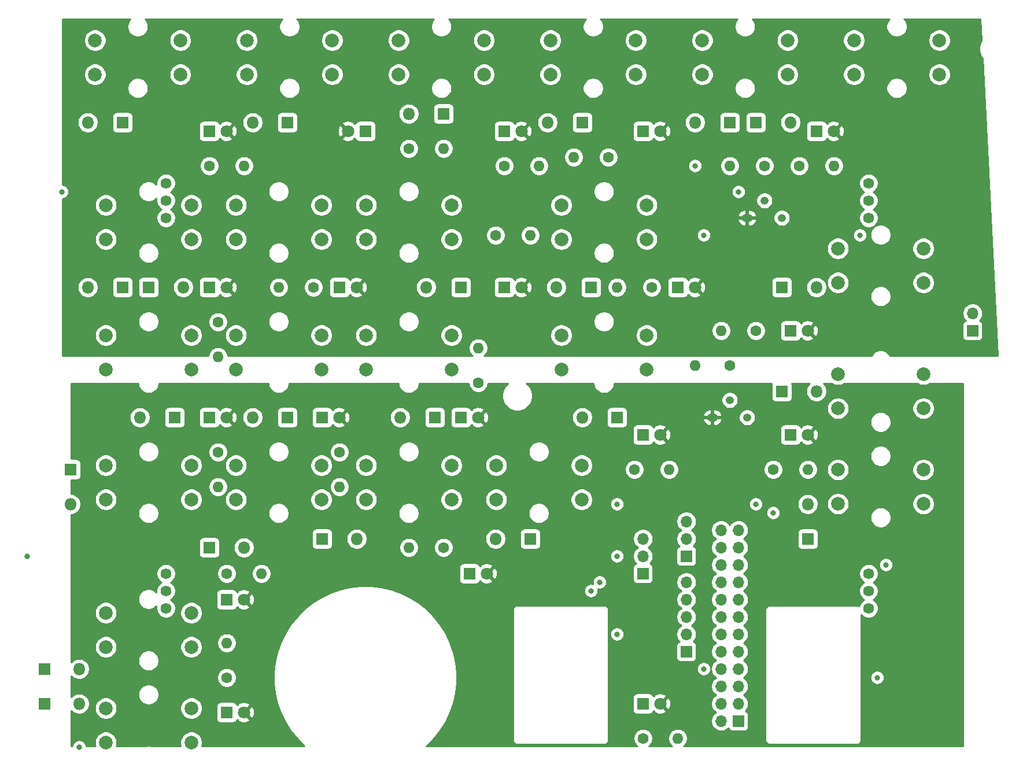
<source format=gbr>
%TF.GenerationSoftware,KiCad,Pcbnew,(5.1.10)-1*%
%TF.CreationDate,2021-07-06T22:18:48-04:00*%
%TF.ProjectId,dedBoard,64656442-6f61-4726-942e-6b696361645f,rev?*%
%TF.SameCoordinates,Original*%
%TF.FileFunction,Copper,L2,Inr*%
%TF.FilePolarity,Positive*%
%FSLAX46Y46*%
G04 Gerber Fmt 4.6, Leading zero omitted, Abs format (unit mm)*
G04 Created by KiCad (PCBNEW (5.1.10)-1) date 2021-07-06 22:18:48*
%MOMM*%
%LPD*%
G01*
G04 APERTURE LIST*
%TA.AperFunction,ComponentPad*%
%ADD10O,1.600000X1.600000*%
%TD*%
%TA.AperFunction,ComponentPad*%
%ADD11C,1.600000*%
%TD*%
%TA.AperFunction,ComponentPad*%
%ADD12O,1.800000X1.800000*%
%TD*%
%TA.AperFunction,ComponentPad*%
%ADD13R,1.800000X1.800000*%
%TD*%
%TA.AperFunction,ComponentPad*%
%ADD14O,1.200000X1.200000*%
%TD*%
%TA.AperFunction,ComponentPad*%
%ADD15O,1.600000X1.200000*%
%TD*%
%TA.AperFunction,ComponentPad*%
%ADD16C,1.800000*%
%TD*%
%TA.AperFunction,ComponentPad*%
%ADD17C,2.000000*%
%TD*%
%TA.AperFunction,ComponentPad*%
%ADD18C,1.590000*%
%TD*%
%TA.AperFunction,ComponentPad*%
%ADD19O,1.700000X1.700000*%
%TD*%
%TA.AperFunction,ComponentPad*%
%ADD20R,1.700000X1.700000*%
%TD*%
%TA.AperFunction,ViaPad*%
%ADD21C,0.800000*%
%TD*%
%TA.AperFunction,Conductor*%
%ADD22C,0.254000*%
%TD*%
%TA.AperFunction,Conductor*%
%ADD23C,0.100000*%
%TD*%
G04 APERTURE END LIST*
D10*
%TO.N,GND*%
%TO.C,R21*%
X49530000Y-102870000D03*
D11*
%TO.N,Net-(D42-Pad1)*%
X49530000Y-107950000D03*
%TD*%
D10*
%TO.N,GND*%
%TO.C,R20*%
X134620000Y-77470000D03*
D11*
%TO.N,Net-(D41-Pad1)*%
X129540000Y-77470000D03*
%TD*%
D10*
%TO.N,GND*%
%TO.C,R19*%
X115570000Y-116840000D03*
D11*
%TO.N,Net-(D40-Pad1)*%
X110490000Y-116840000D03*
%TD*%
D10*
%TO.N,GND*%
%TO.C,R18*%
X66040000Y-80010000D03*
D11*
%TO.N,Net-(D39-Pad1)*%
X66040000Y-74930000D03*
%TD*%
D10*
%TO.N,GND*%
%TO.C,R17*%
X86360000Y-59690000D03*
D11*
%TO.N,Net-(D38-Pad1)*%
X86360000Y-64770000D03*
%TD*%
D10*
%TO.N,GND*%
%TO.C,R16*%
X76200000Y-88900000D03*
D11*
%TO.N,Net-(D37-Pad1)*%
X81280000Y-88900000D03*
%TD*%
D10*
%TO.N,ledCtrl*%
%TO.C,R15*%
X118110000Y-62230000D03*
D11*
%TO.N,Net-(Q2-Pad2)*%
X123190000Y-62230000D03*
%TD*%
D10*
%TO.N,GND*%
%TO.C,R14*%
X54610000Y-92710000D03*
D11*
%TO.N,Net-(D36-Pad1)*%
X49530000Y-92710000D03*
%TD*%
D10*
%TO.N,GND*%
%TO.C,R13*%
X48260000Y-80010000D03*
D11*
%TO.N,Net-(D35-Pad1)*%
X48260000Y-74930000D03*
%TD*%
D10*
%TO.N,GND*%
%TO.C,R12*%
X114300000Y-77470000D03*
D11*
%TO.N,Net-(D34-Pad1)*%
X109220000Y-77470000D03*
%TD*%
D10*
%TO.N,GND*%
%TO.C,R11*%
X121920000Y-57150000D03*
D11*
%TO.N,Net-(D27-Pad1)*%
X127000000Y-57150000D03*
%TD*%
D10*
%TO.N,GND*%
%TO.C,R10*%
X57150000Y-50800000D03*
D11*
%TO.N,Net-(D26-Pad1)*%
X62230000Y-50800000D03*
%TD*%
D10*
%TO.N,ledCtrl*%
%TO.C,R9*%
X123190000Y-33020000D03*
D11*
%TO.N,Net-(Q1-Pad2)*%
X128270000Y-33020000D03*
%TD*%
D10*
%TO.N,GND*%
%TO.C,R8*%
X100330000Y-31750000D03*
D11*
%TO.N,Net-(D25-Pad1)*%
X105410000Y-31750000D03*
%TD*%
D10*
%TO.N,GND*%
%TO.C,R7*%
X93980000Y-43180000D03*
D11*
%TO.N,Net-(D24-Pad1)*%
X88900000Y-43180000D03*
%TD*%
D10*
%TO.N,GND*%
%TO.C,R6*%
X106680000Y-50800000D03*
D11*
%TO.N,Net-(D23-Pad1)*%
X111760000Y-50800000D03*
%TD*%
D10*
%TO.N,GND*%
%TO.C,R5*%
X48260000Y-60960000D03*
D11*
%TO.N,Net-(D22-Pad1)*%
X48260000Y-55880000D03*
%TD*%
D10*
%TO.N,GND*%
%TO.C,R4*%
X138430000Y-33020000D03*
D11*
%TO.N,Net-(D21-Pad1)*%
X133350000Y-33020000D03*
%TD*%
D10*
%TO.N,GND*%
%TO.C,R3*%
X95250000Y-33020000D03*
D11*
%TO.N,Net-(D20-Pad1)*%
X90170000Y-33020000D03*
%TD*%
D10*
%TO.N,GND*%
%TO.C,R2*%
X81280000Y-30480000D03*
D11*
%TO.N,Net-(D19-Pad1)*%
X76200000Y-30480000D03*
%TD*%
D10*
%TO.N,GND*%
%TO.C,R1*%
X52070000Y-33020000D03*
D11*
%TO.N,Net-(D18-Pad1)*%
X46990000Y-33020000D03*
%TD*%
D12*
%TO.N,Net-(D33-Pad2)*%
%TO.C,D33*%
X134620000Y-82550000D03*
D13*
%TO.N,COL5*%
X134620000Y-87630000D03*
%TD*%
D12*
%TO.N,Net-(D32-Pad2)*%
%TO.C,D32*%
X118110000Y-26670000D03*
D13*
%TO.N,COL5*%
X123190000Y-26670000D03*
%TD*%
D12*
%TO.N,Net-(D31-Pad2)*%
%TO.C,D31*%
X96520000Y-26670000D03*
D13*
%TO.N,COL4*%
X101600000Y-26670000D03*
%TD*%
D12*
%TO.N,Net-(D30-Pad2)*%
%TO.C,D30*%
X76200000Y-25400000D03*
D13*
%TO.N,COL3*%
X81280000Y-25400000D03*
%TD*%
D12*
%TO.N,Net-(D29-Pad2)*%
%TO.C,D29*%
X53340000Y-26670000D03*
D13*
%TO.N,COL2*%
X58420000Y-26670000D03*
%TD*%
D12*
%TO.N,Net-(D28-Pad2)*%
%TO.C,D28*%
X29210000Y-26670000D03*
D13*
%TO.N,COL1*%
X34290000Y-26670000D03*
%TD*%
D12*
%TO.N,Net-(D17-Pad2)*%
%TO.C,D17*%
X101600000Y-69850000D03*
D13*
%TO.N,COL4*%
X106680000Y-69850000D03*
%TD*%
D12*
%TO.N,Net-(D16-Pad2)*%
%TO.C,D16*%
X97790000Y-50800000D03*
D13*
%TO.N,COL4*%
X102870000Y-50800000D03*
%TD*%
D12*
%TO.N,Net-(D15-Pad2)*%
%TO.C,D15*%
X74930000Y-69850000D03*
D13*
%TO.N,COL3*%
X80010000Y-69850000D03*
%TD*%
D12*
%TO.N,Net-(D14-Pad2)*%
%TO.C,D14*%
X68580000Y-87630000D03*
D13*
%TO.N,COL3*%
X63500000Y-87630000D03*
%TD*%
D12*
%TO.N,Net-(D13-Pad2)*%
%TO.C,D13*%
X78740000Y-50800000D03*
D13*
%TO.N,COL3*%
X83820000Y-50800000D03*
%TD*%
D12*
%TO.N,Net-(D12-Pad2)*%
%TO.C,D12*%
X88900000Y-87630000D03*
D13*
%TO.N,COL4*%
X93980000Y-87630000D03*
%TD*%
D12*
%TO.N,Net-(D11-Pad2)*%
%TO.C,D11*%
X135890000Y-66040000D03*
D13*
%TO.N,COL5*%
X130810000Y-66040000D03*
%TD*%
D12*
%TO.N,Net-(D10-Pad2)*%
%TO.C,D10*%
X52070000Y-88900000D03*
D13*
%TO.N,COL2*%
X46990000Y-88900000D03*
%TD*%
D12*
%TO.N,Net-(D9-Pad2)*%
%TO.C,D9*%
X27940000Y-111760000D03*
D13*
%TO.N,COL2*%
X22860000Y-111760000D03*
%TD*%
D12*
%TO.N,Net-(D8-Pad2)*%
%TO.C,D8*%
X53340000Y-69850000D03*
D13*
%TO.N,COL2*%
X58420000Y-69850000D03*
%TD*%
D12*
%TO.N,Net-(D7-Pad2)*%
%TO.C,D7*%
X135890000Y-50800000D03*
D13*
%TO.N,COL5*%
X130810000Y-50800000D03*
%TD*%
D12*
%TO.N,Net-(D6-Pad2)*%
%TO.C,D6*%
X43180000Y-50800000D03*
D13*
%TO.N,COL2*%
X38100000Y-50800000D03*
%TD*%
D12*
%TO.N,Net-(D5-Pad2)*%
%TO.C,D5*%
X26670000Y-82550000D03*
D13*
%TO.N,COL1*%
X26670000Y-77470000D03*
%TD*%
D12*
%TO.N,Net-(D4-Pad2)*%
%TO.C,D4*%
X36830000Y-69850000D03*
D13*
%TO.N,COL1*%
X41910000Y-69850000D03*
%TD*%
D12*
%TO.N,Net-(D3-Pad2)*%
%TO.C,D3*%
X27940000Y-106680000D03*
D13*
%TO.N,COL1*%
X22860000Y-106680000D03*
%TD*%
D12*
%TO.N,Net-(D2-Pad2)*%
%TO.C,D2*%
X29210000Y-50800000D03*
D13*
%TO.N,COL1*%
X34290000Y-50800000D03*
%TD*%
D12*
%TO.N,Net-(D1-Pad2)*%
%TO.C,D1*%
X132080000Y-26670000D03*
D13*
%TO.N,COL5*%
X127000000Y-26670000D03*
%TD*%
D14*
%TO.N,VCC*%
%TO.C,Q2*%
X125730000Y-69850000D03*
%TO.N,Net-(Q2-Pad2)*%
X123190000Y-67310000D03*
D15*
%TO.N,/LED2*%
X120650000Y-69850000D03*
%TD*%
D16*
%TO.N,/LED2*%
%TO.C,D42*%
X52070000Y-113030000D03*
D13*
%TO.N,Net-(D42-Pad1)*%
X49530000Y-113030000D03*
%TD*%
D16*
%TO.N,/LED2*%
%TO.C,D41*%
X134620000Y-72390000D03*
D13*
%TO.N,Net-(D41-Pad1)*%
X132080000Y-72390000D03*
%TD*%
D16*
%TO.N,/LED2*%
%TO.C,D40*%
X113030000Y-111760000D03*
D13*
%TO.N,Net-(D40-Pad1)*%
X110490000Y-111760000D03*
%TD*%
D16*
%TO.N,/LED2*%
%TO.C,D39*%
X66040000Y-69850000D03*
D13*
%TO.N,Net-(D39-Pad1)*%
X63500000Y-69850000D03*
%TD*%
D16*
%TO.N,/LED2*%
%TO.C,D38*%
X86360000Y-69850000D03*
D13*
%TO.N,Net-(D38-Pad1)*%
X83820000Y-69850000D03*
%TD*%
D16*
%TO.N,/LED2*%
%TO.C,D37*%
X87630000Y-92710000D03*
D13*
%TO.N,Net-(D37-Pad1)*%
X85090000Y-92710000D03*
%TD*%
D16*
%TO.N,/LED2*%
%TO.C,D36*%
X52070000Y-96520000D03*
D13*
%TO.N,Net-(D36-Pad1)*%
X49530000Y-96520000D03*
%TD*%
D16*
%TO.N,/LED2*%
%TO.C,D35*%
X49530000Y-69850000D03*
D13*
%TO.N,Net-(D35-Pad1)*%
X46990000Y-69850000D03*
%TD*%
D16*
%TO.N,/LED2*%
%TO.C,D34*%
X113030000Y-72390000D03*
D13*
%TO.N,Net-(D34-Pad1)*%
X110490000Y-72390000D03*
%TD*%
D17*
%TO.N,Net-(S23-Pad4)*%
%TO.C,S23*%
X151538000Y-82510000D03*
%TO.N,Net-(D33-Pad2)*%
X139038000Y-82510000D03*
%TO.N,Net-(S23-Pad2)*%
X151538000Y-77510000D03*
%TO.N,ROW5*%
X139038000Y-77510000D03*
%TD*%
%TO.N,Net-(S22-Pad4)*%
%TO.C,S22*%
X131662500Y-19645000D03*
%TO.N,Net-(D32-Pad2)*%
X119162500Y-19645000D03*
%TO.N,Net-(S22-Pad2)*%
X131662500Y-14645000D03*
%TO.N,ROW1*%
X119162500Y-14645000D03*
%TD*%
%TO.N,Net-(S21-Pad4)*%
%TO.C,S21*%
X109437500Y-19645000D03*
%TO.N,Net-(D31-Pad2)*%
X96937500Y-19645000D03*
%TO.N,Net-(S21-Pad2)*%
X109437500Y-14645000D03*
%TO.N,ROW1*%
X96937500Y-14645000D03*
%TD*%
%TO.N,Net-(S20-Pad4)*%
%TO.C,S20*%
X87212500Y-19645000D03*
%TO.N,Net-(D30-Pad2)*%
X74712500Y-19645000D03*
%TO.N,Net-(S20-Pad2)*%
X87212500Y-14645000D03*
%TO.N,ROW1*%
X74712500Y-14645000D03*
%TD*%
%TO.N,Net-(S19-Pad4)*%
%TO.C,S19*%
X64987500Y-19645000D03*
%TO.N,Net-(D29-Pad2)*%
X52487500Y-19645000D03*
%TO.N,Net-(S19-Pad2)*%
X64987500Y-14645000D03*
%TO.N,ROW1*%
X52487500Y-14645000D03*
%TD*%
%TO.N,Net-(S18-Pad4)*%
%TO.C,S18*%
X42762500Y-19645000D03*
%TO.N,Net-(D28-Pad2)*%
X30262500Y-19645000D03*
%TO.N,Net-(S18-Pad2)*%
X42762500Y-14645000D03*
%TO.N,ROW1*%
X30262500Y-14645000D03*
%TD*%
D18*
%TO.N,VCC*%
%TO.C,VR4*%
X143510000Y-97790000D03*
%TO.N,potCONT*%
X143510000Y-95250000D03*
%TO.N,GND*%
X143510000Y-92710000D03*
%TD*%
%TO.N,VCC*%
%TO.C,VR3*%
X143510000Y-40640000D03*
%TO.N,potDEPR*%
X143510000Y-38100000D03*
%TO.N,GND*%
X143510000Y-35560000D03*
%TD*%
%TO.N,VCC*%
%TO.C,VR2*%
X40640000Y-92710000D03*
%TO.N,potBRT*%
X40640000Y-95250000D03*
%TO.N,GND*%
X40640000Y-97790000D03*
%TD*%
%TO.N,VCC*%
%TO.C,VR1*%
X40640000Y-35560000D03*
%TO.N,potSym*%
X40640000Y-38100000D03*
%TO.N,GND*%
X40640000Y-40640000D03*
%TD*%
D17*
%TO.N,Net-(S17-Pad4)*%
%TO.C,S17*%
X111025000Y-62825000D03*
%TO.N,Net-(D17-Pad2)*%
X98525000Y-62825000D03*
%TO.N,Net-(S17-Pad2)*%
X111025000Y-57825000D03*
%TO.N,Net-(S10-Pad1)*%
X98525000Y-57825000D03*
%TD*%
%TO.N,Net-(S16-Pad4)*%
%TO.C,S16*%
X111025000Y-43775000D03*
%TO.N,Net-(D16-Pad2)*%
X98525000Y-43775000D03*
%TO.N,Net-(S16-Pad2)*%
X111025000Y-38775000D03*
%TO.N,Net-(S1-Pad1)*%
X98525000Y-38775000D03*
%TD*%
%TO.N,Net-(S15-Pad4)*%
%TO.C,S15*%
X82450000Y-62825000D03*
%TO.N,Net-(D15-Pad2)*%
X69950000Y-62825000D03*
%TO.N,Net-(S15-Pad2)*%
X82450000Y-57825000D03*
%TO.N,Net-(S10-Pad1)*%
X69950000Y-57825000D03*
%TD*%
%TO.N,Net-(S14-Pad4)*%
%TO.C,S14*%
X82450000Y-81875000D03*
%TO.N,Net-(D14-Pad2)*%
X69950000Y-81875000D03*
%TO.N,Net-(S14-Pad2)*%
X82450000Y-76875000D03*
%TO.N,ROW4*%
X69950000Y-76875000D03*
%TD*%
%TO.N,Net-(S13-Pad4)*%
%TO.C,S13*%
X82450000Y-43775000D03*
%TO.N,Net-(D13-Pad2)*%
X69950000Y-43775000D03*
%TO.N,Net-(S13-Pad2)*%
X82450000Y-38775000D03*
%TO.N,Net-(S1-Pad1)*%
X69950000Y-38775000D03*
%TD*%
%TO.N,Net-(S12-Pad4)*%
%TO.C,S12*%
X101500000Y-81875000D03*
%TO.N,Net-(D12-Pad2)*%
X89000000Y-81875000D03*
%TO.N,Net-(S12-Pad2)*%
X101500000Y-76875000D03*
%TO.N,ROW4*%
X89000000Y-76875000D03*
%TD*%
%TO.N,Net-(S11-Pad4)*%
%TO.C,S11*%
X151538000Y-68540000D03*
%TO.N,Net-(D11-Pad2)*%
X139038000Y-68540000D03*
%TO.N,Net-(S11-Pad2)*%
X151538000Y-63540000D03*
%TO.N,ROW4*%
X139038000Y-63540000D03*
%TD*%
%TO.N,Net-(S10-Pad4)*%
%TO.C,S10*%
X63400000Y-62825000D03*
%TO.N,Net-(D8-Pad2)*%
X50900000Y-62825000D03*
%TO.N,Net-(S10-Pad2)*%
X63400000Y-57825000D03*
%TO.N,Net-(S10-Pad1)*%
X50900000Y-57825000D03*
%TD*%
%TO.N,Net-(S9-Pad4)*%
%TO.C,S9*%
X151538000Y-50125000D03*
%TO.N,Net-(D7-Pad2)*%
X139038000Y-50125000D03*
%TO.N,Net-(S9-Pad2)*%
X151538000Y-45125000D03*
%TO.N,Net-(S10-Pad1)*%
X139038000Y-45125000D03*
%TD*%
%TO.N,Net-(S8-Pad4)*%
%TO.C,S8*%
X63400000Y-81875000D03*
%TO.N,Net-(D10-Pad2)*%
X50900000Y-81875000D03*
%TO.N,Net-(S8-Pad2)*%
X63400000Y-76875000D03*
%TO.N,ROW4*%
X50900000Y-76875000D03*
%TD*%
%TO.N,Net-(S7-Pad4)*%
%TO.C,S7*%
X63400000Y-43775000D03*
%TO.N,Net-(D6-Pad2)*%
X50900000Y-43775000D03*
%TO.N,Net-(S7-Pad2)*%
X63400000Y-38775000D03*
%TO.N,Net-(S1-Pad1)*%
X50900000Y-38775000D03*
%TD*%
%TO.N,Net-(S6-Pad4)*%
%TO.C,S6*%
X44350000Y-117435000D03*
%TO.N,Net-(D9-Pad2)*%
X31850000Y-117435000D03*
%TO.N,Net-(S6-Pad2)*%
X44350000Y-112435000D03*
%TO.N,ROW5*%
X31850000Y-112435000D03*
%TD*%
%TO.N,Net-(S5-Pad4)*%
%TO.C,S5*%
X44350000Y-62825000D03*
%TO.N,Net-(D4-Pad2)*%
X31850000Y-62825000D03*
%TO.N,Net-(S5-Pad2)*%
X44350000Y-57825000D03*
%TO.N,Net-(S10-Pad1)*%
X31850000Y-57825000D03*
%TD*%
%TO.N,Net-(S4-Pad4)*%
%TO.C,S4*%
X44350000Y-81875000D03*
%TO.N,Net-(D5-Pad2)*%
X31850000Y-81875000D03*
%TO.N,Net-(S4-Pad2)*%
X44350000Y-76875000D03*
%TO.N,ROW4*%
X31850000Y-76875000D03*
%TD*%
%TO.N,Net-(S3-Pad4)*%
%TO.C,S3*%
X44350000Y-43775000D03*
%TO.N,Net-(D2-Pad2)*%
X31850000Y-43775000D03*
%TO.N,Net-(S3-Pad2)*%
X44350000Y-38775000D03*
%TO.N,Net-(S1-Pad1)*%
X31850000Y-38775000D03*
%TD*%
%TO.N,Net-(S2-Pad4)*%
%TO.C,S2*%
X44350000Y-103465000D03*
%TO.N,Net-(D3-Pad2)*%
X31850000Y-103465000D03*
%TO.N,Net-(S2-Pad2)*%
X44350000Y-98465000D03*
%TO.N,ROW5*%
X31850000Y-98465000D03*
%TD*%
%TO.N,Net-(S1-Pad4)*%
%TO.C,S1*%
X153887500Y-19645000D03*
%TO.N,Net-(D1-Pad2)*%
X141387500Y-19645000D03*
%TO.N,Net-(S1-Pad2)*%
X153887500Y-14645000D03*
%TO.N,Net-(S1-Pad1)*%
X141387500Y-14645000D03*
%TD*%
D14*
%TO.N,VCC*%
%TO.C,Q1*%
X130810000Y-40640000D03*
%TO.N,Net-(Q1-Pad2)*%
X128270000Y-38100000D03*
D15*
%TO.N,/LED1*%
X125730000Y-40640000D03*
%TD*%
D19*
%TO.N,GND*%
%TO.C,J5*%
X116840000Y-85090000D03*
%TO.N,gain2*%
X116840000Y-87630000D03*
D20*
%TO.N,gain1*%
X116840000Y-90170000D03*
%TD*%
D19*
%TO.N,GND*%
%TO.C,J4*%
X110490000Y-87630000D03*
%TO.N,drift2*%
X110490000Y-90170000D03*
D20*
%TO.N,drift1*%
X110490000Y-92710000D03*
%TD*%
D19*
%TO.N,GND*%
%TO.C,J3*%
X116840000Y-93980000D03*
%TO.N,dobber4*%
X116840000Y-96520000D03*
%TO.N,dobber3*%
X116840000Y-99060000D03*
%TO.N,dobber2*%
X116840000Y-101600000D03*
D20*
%TO.N,dobber1*%
X116840000Y-104140000D03*
%TD*%
D19*
%TO.N,ledCtrl*%
%TO.C,J2*%
X121920000Y-86360000D03*
%TO.N,GND*%
X124460000Y-86360000D03*
%TO.N,potDEPR*%
X121920000Y-88900000D03*
%TO.N,potCONT*%
X124460000Y-88900000D03*
%TO.N,potBRT*%
X121920000Y-91440000D03*
%TO.N,potSym*%
X124460000Y-91440000D03*
%TO.N,gain2*%
X121920000Y-93980000D03*
%TO.N,gain1*%
X124460000Y-93980000D03*
%TO.N,drift2*%
X121920000Y-96520000D03*
%TO.N,drift1*%
X124460000Y-96520000D03*
%TO.N,dobber4*%
X121920000Y-99060000D03*
%TO.N,dobber3*%
X124460000Y-99060000D03*
%TO.N,dobber2*%
X121920000Y-101600000D03*
%TO.N,dobber1*%
X124460000Y-101600000D03*
%TO.N,COL5*%
X121920000Y-104140000D03*
%TO.N,COL4*%
X124460000Y-104140000D03*
%TO.N,COL3*%
X121920000Y-106680000D03*
%TO.N,COL2*%
X124460000Y-106680000D03*
%TO.N,COL1*%
X121920000Y-109220000D03*
%TO.N,ROW5*%
X124460000Y-109220000D03*
%TO.N,ROW4*%
X121920000Y-111760000D03*
%TO.N,ROW3*%
X124460000Y-111760000D03*
%TO.N,ROW2*%
X121920000Y-114300000D03*
D20*
%TO.N,ROW1*%
X124460000Y-114300000D03*
%TD*%
D19*
%TO.N,GND*%
%TO.C,J1*%
X158750000Y-54610000D03*
D20*
%TO.N,VCC*%
X158750000Y-57150000D03*
%TD*%
D16*
%TO.N,/LED1*%
%TO.C,D27*%
X134620000Y-57150000D03*
D13*
%TO.N,Net-(D27-Pad1)*%
X132080000Y-57150000D03*
%TD*%
D16*
%TO.N,/LED1*%
%TO.C,D26*%
X68580000Y-50800000D03*
D13*
%TO.N,Net-(D26-Pad1)*%
X66040000Y-50800000D03*
%TD*%
D16*
%TO.N,/LED1*%
%TO.C,D25*%
X113030000Y-27940000D03*
D13*
%TO.N,Net-(D25-Pad1)*%
X110490000Y-27940000D03*
%TD*%
D16*
%TO.N,/LED1*%
%TO.C,D24*%
X92710000Y-50800000D03*
D13*
%TO.N,Net-(D24-Pad1)*%
X90170000Y-50800000D03*
%TD*%
D16*
%TO.N,/LED1*%
%TO.C,D23*%
X118110000Y-50800000D03*
D13*
%TO.N,Net-(D23-Pad1)*%
X115570000Y-50800000D03*
%TD*%
D16*
%TO.N,/LED1*%
%TO.C,D22*%
X49530000Y-50800000D03*
D13*
%TO.N,Net-(D22-Pad1)*%
X46990000Y-50800000D03*
%TD*%
D16*
%TO.N,/LED1*%
%TO.C,D21*%
X138430000Y-27940000D03*
D13*
%TO.N,Net-(D21-Pad1)*%
X135890000Y-27940000D03*
%TD*%
D16*
%TO.N,/LED1*%
%TO.C,D20*%
X92710000Y-27940000D03*
D13*
%TO.N,Net-(D20-Pad1)*%
X90170000Y-27940000D03*
%TD*%
D16*
%TO.N,/LED1*%
%TO.C,D19*%
X67310000Y-27940000D03*
D13*
%TO.N,Net-(D19-Pad1)*%
X69850000Y-27940000D03*
%TD*%
D16*
%TO.N,/LED1*%
%TO.C,D18*%
X49530000Y-27940000D03*
D13*
%TO.N,Net-(D18-Pad1)*%
X46990000Y-27940000D03*
%TD*%
D21*
%TO.N,COL1*%
X102870000Y-95250000D03*
%TO.N,COL2*%
X106680000Y-101600000D03*
%TO.N,COL3*%
X119380000Y-106680000D03*
%TO.N,VCC*%
X25400000Y-36830000D03*
X20320000Y-90170000D03*
X27940000Y-118110000D03*
%TO.N,potDEPR*%
X119380000Y-43180000D03*
X142240000Y-43180000D03*
%TO.N,potSym*%
X124460000Y-36830000D03*
%TO.N,ledCtrl*%
X118110000Y-33020000D03*
%TO.N,ROW4*%
X106680000Y-90170000D03*
X106680000Y-82550000D03*
%TO.N,ROW1*%
X127000000Y-82550000D03*
%TO.N,COL5*%
X129540000Y-83820000D03*
%TO.N,ROW5*%
X104140000Y-93980000D03*
X146050000Y-91440000D03*
X144780000Y-107950000D03*
%TD*%
D22*
%TO.N,/LED1*%
X35320188Y-11666495D02*
X35152201Y-11917905D01*
X35036489Y-12197257D01*
X34977500Y-12493816D01*
X34977500Y-12796184D01*
X35036489Y-13092743D01*
X35152201Y-13372095D01*
X35320188Y-13623505D01*
X35533995Y-13837312D01*
X35785405Y-14005299D01*
X36064757Y-14121011D01*
X36361316Y-14180000D01*
X36663684Y-14180000D01*
X36960243Y-14121011D01*
X37239595Y-14005299D01*
X37491005Y-13837312D01*
X37704812Y-13623505D01*
X37872799Y-13372095D01*
X37988511Y-13092743D01*
X38047500Y-12796184D01*
X38047500Y-12493816D01*
X37988511Y-12197257D01*
X37872799Y-11917905D01*
X37704812Y-11666495D01*
X37595317Y-11557000D01*
X57654683Y-11557000D01*
X57545188Y-11666495D01*
X57377201Y-11917905D01*
X57261489Y-12197257D01*
X57202500Y-12493816D01*
X57202500Y-12796184D01*
X57261489Y-13092743D01*
X57377201Y-13372095D01*
X57545188Y-13623505D01*
X57758995Y-13837312D01*
X58010405Y-14005299D01*
X58289757Y-14121011D01*
X58586316Y-14180000D01*
X58888684Y-14180000D01*
X59185243Y-14121011D01*
X59464595Y-14005299D01*
X59716005Y-13837312D01*
X59929812Y-13623505D01*
X60097799Y-13372095D01*
X60213511Y-13092743D01*
X60272500Y-12796184D01*
X60272500Y-12493816D01*
X60213511Y-12197257D01*
X60097799Y-11917905D01*
X59929812Y-11666495D01*
X59820317Y-11557000D01*
X79879683Y-11557000D01*
X79770188Y-11666495D01*
X79602201Y-11917905D01*
X79486489Y-12197257D01*
X79427500Y-12493816D01*
X79427500Y-12796184D01*
X79486489Y-13092743D01*
X79602201Y-13372095D01*
X79770188Y-13623505D01*
X79983995Y-13837312D01*
X80235405Y-14005299D01*
X80514757Y-14121011D01*
X80811316Y-14180000D01*
X81113684Y-14180000D01*
X81410243Y-14121011D01*
X81689595Y-14005299D01*
X81941005Y-13837312D01*
X82154812Y-13623505D01*
X82322799Y-13372095D01*
X82438511Y-13092743D01*
X82497500Y-12796184D01*
X82497500Y-12493816D01*
X82438511Y-12197257D01*
X82322799Y-11917905D01*
X82154812Y-11666495D01*
X82045317Y-11557000D01*
X102104683Y-11557000D01*
X101995188Y-11666495D01*
X101827201Y-11917905D01*
X101711489Y-12197257D01*
X101652500Y-12493816D01*
X101652500Y-12796184D01*
X101711489Y-13092743D01*
X101827201Y-13372095D01*
X101995188Y-13623505D01*
X102208995Y-13837312D01*
X102460405Y-14005299D01*
X102739757Y-14121011D01*
X103036316Y-14180000D01*
X103338684Y-14180000D01*
X103635243Y-14121011D01*
X103914595Y-14005299D01*
X104166005Y-13837312D01*
X104379812Y-13623505D01*
X104547799Y-13372095D01*
X104663511Y-13092743D01*
X104722500Y-12796184D01*
X104722500Y-12493816D01*
X104663511Y-12197257D01*
X104547799Y-11917905D01*
X104379812Y-11666495D01*
X104270317Y-11557000D01*
X124329683Y-11557000D01*
X124220188Y-11666495D01*
X124052201Y-11917905D01*
X123936489Y-12197257D01*
X123877500Y-12493816D01*
X123877500Y-12796184D01*
X123936489Y-13092743D01*
X124052201Y-13372095D01*
X124220188Y-13623505D01*
X124433995Y-13837312D01*
X124685405Y-14005299D01*
X124964757Y-14121011D01*
X125261316Y-14180000D01*
X125563684Y-14180000D01*
X125860243Y-14121011D01*
X126139595Y-14005299D01*
X126391005Y-13837312D01*
X126604812Y-13623505D01*
X126772799Y-13372095D01*
X126888511Y-13092743D01*
X126947500Y-12796184D01*
X126947500Y-12493816D01*
X126888511Y-12197257D01*
X126772799Y-11917905D01*
X126604812Y-11666495D01*
X126495317Y-11557000D01*
X146554683Y-11557000D01*
X146445188Y-11666495D01*
X146277201Y-11917905D01*
X146161489Y-12197257D01*
X146102500Y-12493816D01*
X146102500Y-12796184D01*
X146161489Y-13092743D01*
X146277201Y-13372095D01*
X146445188Y-13623505D01*
X146658995Y-13837312D01*
X146910405Y-14005299D01*
X147189757Y-14121011D01*
X147486316Y-14180000D01*
X147788684Y-14180000D01*
X148085243Y-14121011D01*
X148364595Y-14005299D01*
X148616005Y-13837312D01*
X148829812Y-13623505D01*
X148997799Y-13372095D01*
X149113511Y-13092743D01*
X149172500Y-12796184D01*
X149172500Y-12493816D01*
X149113511Y-12197257D01*
X148997799Y-11917905D01*
X148829812Y-11666495D01*
X148720317Y-11557000D01*
X159899346Y-11557000D01*
X160057787Y-14646589D01*
X159944369Y-14816331D01*
X159775890Y-15223075D01*
X159690000Y-15654872D01*
X159690000Y-16095128D01*
X159775890Y-16526925D01*
X159944369Y-16933669D01*
X160188962Y-17299729D01*
X160194109Y-17304876D01*
X162426321Y-60833000D01*
X146656623Y-60833000D01*
X146648299Y-60812905D01*
X146480312Y-60561495D01*
X146266505Y-60347688D01*
X146015095Y-60179701D01*
X145735743Y-60063989D01*
X145439184Y-60005000D01*
X145136816Y-60005000D01*
X144840257Y-60063989D01*
X144560905Y-60179701D01*
X144309495Y-60347688D01*
X144095688Y-60561495D01*
X143927701Y-60812905D01*
X143919377Y-60833000D01*
X123522371Y-60833000D01*
X123331335Y-60795000D01*
X123048665Y-60795000D01*
X122857629Y-60833000D01*
X118442371Y-60833000D01*
X118251335Y-60795000D01*
X117968665Y-60795000D01*
X117777629Y-60833000D01*
X87232311Y-60833000D01*
X87274759Y-60804637D01*
X87474637Y-60604759D01*
X87631680Y-60369727D01*
X87739853Y-60108574D01*
X87795000Y-59831335D01*
X87795000Y-59548665D01*
X87739853Y-59271426D01*
X87631680Y-59010273D01*
X87474637Y-58775241D01*
X87274759Y-58575363D01*
X87039727Y-58418320D01*
X86778574Y-58310147D01*
X86501335Y-58255000D01*
X86218665Y-58255000D01*
X85941426Y-58310147D01*
X85680273Y-58418320D01*
X85445241Y-58575363D01*
X85245363Y-58775241D01*
X85088320Y-59010273D01*
X84980147Y-59271426D01*
X84925000Y-59548665D01*
X84925000Y-59831335D01*
X84980147Y-60108574D01*
X85088320Y-60369727D01*
X85245363Y-60604759D01*
X85445241Y-60804637D01*
X85487689Y-60833000D01*
X49695000Y-60833000D01*
X49695000Y-60818665D01*
X49639853Y-60541426D01*
X49531680Y-60280273D01*
X49374637Y-60045241D01*
X49174759Y-59845363D01*
X48939727Y-59688320D01*
X48678574Y-59580147D01*
X48401335Y-59525000D01*
X48118665Y-59525000D01*
X47841426Y-59580147D01*
X47580273Y-59688320D01*
X47345241Y-59845363D01*
X47145363Y-60045241D01*
X46988320Y-60280273D01*
X46880147Y-60541426D01*
X46825000Y-60818665D01*
X46825000Y-60833000D01*
X25527000Y-60833000D01*
X25527000Y-57663967D01*
X30215000Y-57663967D01*
X30215000Y-57986033D01*
X30277832Y-58301912D01*
X30401082Y-58599463D01*
X30580013Y-58867252D01*
X30807748Y-59094987D01*
X31075537Y-59273918D01*
X31373088Y-59397168D01*
X31688967Y-59460000D01*
X32011033Y-59460000D01*
X32326912Y-59397168D01*
X32624463Y-59273918D01*
X32892252Y-59094987D01*
X33119987Y-58867252D01*
X33298918Y-58599463D01*
X33422168Y-58301912D01*
X33485000Y-57986033D01*
X33485000Y-57663967D01*
X42715000Y-57663967D01*
X42715000Y-57986033D01*
X42777832Y-58301912D01*
X42901082Y-58599463D01*
X43080013Y-58867252D01*
X43307748Y-59094987D01*
X43575537Y-59273918D01*
X43873088Y-59397168D01*
X44188967Y-59460000D01*
X44511033Y-59460000D01*
X44826912Y-59397168D01*
X45124463Y-59273918D01*
X45392252Y-59094987D01*
X45619987Y-58867252D01*
X45798918Y-58599463D01*
X45922168Y-58301912D01*
X45985000Y-57986033D01*
X45985000Y-57663967D01*
X49265000Y-57663967D01*
X49265000Y-57986033D01*
X49327832Y-58301912D01*
X49451082Y-58599463D01*
X49630013Y-58867252D01*
X49857748Y-59094987D01*
X50125537Y-59273918D01*
X50423088Y-59397168D01*
X50738967Y-59460000D01*
X51061033Y-59460000D01*
X51376912Y-59397168D01*
X51674463Y-59273918D01*
X51942252Y-59094987D01*
X52169987Y-58867252D01*
X52348918Y-58599463D01*
X52472168Y-58301912D01*
X52535000Y-57986033D01*
X52535000Y-57663967D01*
X61765000Y-57663967D01*
X61765000Y-57986033D01*
X61827832Y-58301912D01*
X61951082Y-58599463D01*
X62130013Y-58867252D01*
X62357748Y-59094987D01*
X62625537Y-59273918D01*
X62923088Y-59397168D01*
X63238967Y-59460000D01*
X63561033Y-59460000D01*
X63876912Y-59397168D01*
X64174463Y-59273918D01*
X64442252Y-59094987D01*
X64669987Y-58867252D01*
X64848918Y-58599463D01*
X64972168Y-58301912D01*
X65035000Y-57986033D01*
X65035000Y-57663967D01*
X68315000Y-57663967D01*
X68315000Y-57986033D01*
X68377832Y-58301912D01*
X68501082Y-58599463D01*
X68680013Y-58867252D01*
X68907748Y-59094987D01*
X69175537Y-59273918D01*
X69473088Y-59397168D01*
X69788967Y-59460000D01*
X70111033Y-59460000D01*
X70426912Y-59397168D01*
X70724463Y-59273918D01*
X70992252Y-59094987D01*
X71219987Y-58867252D01*
X71398918Y-58599463D01*
X71522168Y-58301912D01*
X71585000Y-57986033D01*
X71585000Y-57663967D01*
X80815000Y-57663967D01*
X80815000Y-57986033D01*
X80877832Y-58301912D01*
X81001082Y-58599463D01*
X81180013Y-58867252D01*
X81407748Y-59094987D01*
X81675537Y-59273918D01*
X81973088Y-59397168D01*
X82288967Y-59460000D01*
X82611033Y-59460000D01*
X82926912Y-59397168D01*
X83224463Y-59273918D01*
X83492252Y-59094987D01*
X83719987Y-58867252D01*
X83898918Y-58599463D01*
X84022168Y-58301912D01*
X84085000Y-57986033D01*
X84085000Y-57663967D01*
X96890000Y-57663967D01*
X96890000Y-57986033D01*
X96952832Y-58301912D01*
X97076082Y-58599463D01*
X97255013Y-58867252D01*
X97482748Y-59094987D01*
X97750537Y-59273918D01*
X98048088Y-59397168D01*
X98363967Y-59460000D01*
X98686033Y-59460000D01*
X99001912Y-59397168D01*
X99299463Y-59273918D01*
X99567252Y-59094987D01*
X99794987Y-58867252D01*
X99973918Y-58599463D01*
X100097168Y-58301912D01*
X100160000Y-57986033D01*
X100160000Y-57663967D01*
X109390000Y-57663967D01*
X109390000Y-57986033D01*
X109452832Y-58301912D01*
X109576082Y-58599463D01*
X109755013Y-58867252D01*
X109982748Y-59094987D01*
X110250537Y-59273918D01*
X110548088Y-59397168D01*
X110863967Y-59460000D01*
X111186033Y-59460000D01*
X111501912Y-59397168D01*
X111799463Y-59273918D01*
X112067252Y-59094987D01*
X112294987Y-58867252D01*
X112473918Y-58599463D01*
X112597168Y-58301912D01*
X112660000Y-57986033D01*
X112660000Y-57663967D01*
X112597168Y-57348088D01*
X112473918Y-57050537D01*
X112445941Y-57008665D01*
X120485000Y-57008665D01*
X120485000Y-57291335D01*
X120540147Y-57568574D01*
X120648320Y-57829727D01*
X120805363Y-58064759D01*
X121005241Y-58264637D01*
X121240273Y-58421680D01*
X121501426Y-58529853D01*
X121778665Y-58585000D01*
X122061335Y-58585000D01*
X122338574Y-58529853D01*
X122599727Y-58421680D01*
X122834759Y-58264637D01*
X123034637Y-58064759D01*
X123191680Y-57829727D01*
X123299853Y-57568574D01*
X123355000Y-57291335D01*
X123355000Y-57008665D01*
X125565000Y-57008665D01*
X125565000Y-57291335D01*
X125620147Y-57568574D01*
X125728320Y-57829727D01*
X125885363Y-58064759D01*
X126085241Y-58264637D01*
X126320273Y-58421680D01*
X126581426Y-58529853D01*
X126858665Y-58585000D01*
X127141335Y-58585000D01*
X127418574Y-58529853D01*
X127679727Y-58421680D01*
X127914759Y-58264637D01*
X128114637Y-58064759D01*
X128271680Y-57829727D01*
X128379853Y-57568574D01*
X128435000Y-57291335D01*
X128435000Y-57008665D01*
X128379853Y-56731426D01*
X128271680Y-56470273D01*
X128124499Y-56250000D01*
X130541928Y-56250000D01*
X130541928Y-58050000D01*
X130554188Y-58174482D01*
X130590498Y-58294180D01*
X130649463Y-58404494D01*
X130728815Y-58501185D01*
X130825506Y-58580537D01*
X130935820Y-58639502D01*
X131055518Y-58675812D01*
X131180000Y-58688072D01*
X132980000Y-58688072D01*
X133104482Y-58675812D01*
X133224180Y-58639502D01*
X133334494Y-58580537D01*
X133431185Y-58501185D01*
X133510537Y-58404494D01*
X133569502Y-58294180D01*
X133572813Y-58283265D01*
X133619578Y-58330030D01*
X133735526Y-58214082D01*
X133819208Y-58468261D01*
X134091775Y-58599158D01*
X134384642Y-58674365D01*
X134686553Y-58690991D01*
X134985907Y-58648397D01*
X135271199Y-58548222D01*
X135420792Y-58468261D01*
X135504475Y-58214080D01*
X134620000Y-57329605D01*
X134605858Y-57343748D01*
X134426253Y-57164143D01*
X134440395Y-57150000D01*
X134799605Y-57150000D01*
X135684080Y-58034475D01*
X135938261Y-57950792D01*
X136069158Y-57678225D01*
X136144365Y-57385358D01*
X136160991Y-57083447D01*
X136118397Y-56784093D01*
X136018222Y-56498801D01*
X135938261Y-56349208D01*
X135788796Y-56300000D01*
X157261928Y-56300000D01*
X157261928Y-58000000D01*
X157274188Y-58124482D01*
X157310498Y-58244180D01*
X157369463Y-58354494D01*
X157448815Y-58451185D01*
X157545506Y-58530537D01*
X157655820Y-58589502D01*
X157775518Y-58625812D01*
X157900000Y-58638072D01*
X159600000Y-58638072D01*
X159724482Y-58625812D01*
X159844180Y-58589502D01*
X159954494Y-58530537D01*
X160051185Y-58451185D01*
X160130537Y-58354494D01*
X160189502Y-58244180D01*
X160225812Y-58124482D01*
X160238072Y-58000000D01*
X160238072Y-56300000D01*
X160225812Y-56175518D01*
X160189502Y-56055820D01*
X160130537Y-55945506D01*
X160051185Y-55848815D01*
X159954494Y-55769463D01*
X159844180Y-55710498D01*
X159771620Y-55688487D01*
X159903475Y-55556632D01*
X160065990Y-55313411D01*
X160177932Y-55043158D01*
X160235000Y-54756260D01*
X160235000Y-54463740D01*
X160177932Y-54176842D01*
X160065990Y-53906589D01*
X159903475Y-53663368D01*
X159696632Y-53456525D01*
X159453411Y-53294010D01*
X159183158Y-53182068D01*
X158896260Y-53125000D01*
X158603740Y-53125000D01*
X158316842Y-53182068D01*
X158046589Y-53294010D01*
X157803368Y-53456525D01*
X157596525Y-53663368D01*
X157434010Y-53906589D01*
X157322068Y-54176842D01*
X157265000Y-54463740D01*
X157265000Y-54756260D01*
X157322068Y-55043158D01*
X157434010Y-55313411D01*
X157596525Y-55556632D01*
X157728380Y-55688487D01*
X157655820Y-55710498D01*
X157545506Y-55769463D01*
X157448815Y-55848815D01*
X157369463Y-55945506D01*
X157310498Y-56055820D01*
X157274188Y-56175518D01*
X157261928Y-56300000D01*
X135788796Y-56300000D01*
X135684080Y-56265525D01*
X134799605Y-57150000D01*
X134440395Y-57150000D01*
X134426253Y-57135858D01*
X134605858Y-56956253D01*
X134620000Y-56970395D01*
X135504475Y-56085920D01*
X135420792Y-55831739D01*
X135148225Y-55700842D01*
X134855358Y-55625635D01*
X134553447Y-55609009D01*
X134254093Y-55651603D01*
X133968801Y-55751778D01*
X133819208Y-55831739D01*
X133735526Y-56085918D01*
X133619578Y-55969970D01*
X133572813Y-56016735D01*
X133569502Y-56005820D01*
X133510537Y-55895506D01*
X133431185Y-55798815D01*
X133334494Y-55719463D01*
X133224180Y-55660498D01*
X133104482Y-55624188D01*
X132980000Y-55611928D01*
X131180000Y-55611928D01*
X131055518Y-55624188D01*
X130935820Y-55660498D01*
X130825506Y-55719463D01*
X130728815Y-55798815D01*
X130649463Y-55895506D01*
X130590498Y-56005820D01*
X130554188Y-56125518D01*
X130541928Y-56250000D01*
X128124499Y-56250000D01*
X128114637Y-56235241D01*
X127914759Y-56035363D01*
X127679727Y-55878320D01*
X127418574Y-55770147D01*
X127141335Y-55715000D01*
X126858665Y-55715000D01*
X126581426Y-55770147D01*
X126320273Y-55878320D01*
X126085241Y-56035363D01*
X125885363Y-56235241D01*
X125728320Y-56470273D01*
X125620147Y-56731426D01*
X125565000Y-57008665D01*
X123355000Y-57008665D01*
X123299853Y-56731426D01*
X123191680Y-56470273D01*
X123034637Y-56235241D01*
X122834759Y-56035363D01*
X122599727Y-55878320D01*
X122338574Y-55770147D01*
X122061335Y-55715000D01*
X121778665Y-55715000D01*
X121501426Y-55770147D01*
X121240273Y-55878320D01*
X121005241Y-56035363D01*
X120805363Y-56235241D01*
X120648320Y-56470273D01*
X120540147Y-56731426D01*
X120485000Y-57008665D01*
X112445941Y-57008665D01*
X112294987Y-56782748D01*
X112067252Y-56555013D01*
X111799463Y-56376082D01*
X111501912Y-56252832D01*
X111186033Y-56190000D01*
X110863967Y-56190000D01*
X110548088Y-56252832D01*
X110250537Y-56376082D01*
X109982748Y-56555013D01*
X109755013Y-56782748D01*
X109576082Y-57050537D01*
X109452832Y-57348088D01*
X109390000Y-57663967D01*
X100160000Y-57663967D01*
X100097168Y-57348088D01*
X99973918Y-57050537D01*
X99794987Y-56782748D01*
X99567252Y-56555013D01*
X99299463Y-56376082D01*
X99001912Y-56252832D01*
X98686033Y-56190000D01*
X98363967Y-56190000D01*
X98048088Y-56252832D01*
X97750537Y-56376082D01*
X97482748Y-56555013D01*
X97255013Y-56782748D01*
X97076082Y-57050537D01*
X96952832Y-57348088D01*
X96890000Y-57663967D01*
X84085000Y-57663967D01*
X84022168Y-57348088D01*
X83898918Y-57050537D01*
X83719987Y-56782748D01*
X83492252Y-56555013D01*
X83224463Y-56376082D01*
X82926912Y-56252832D01*
X82611033Y-56190000D01*
X82288967Y-56190000D01*
X81973088Y-56252832D01*
X81675537Y-56376082D01*
X81407748Y-56555013D01*
X81180013Y-56782748D01*
X81001082Y-57050537D01*
X80877832Y-57348088D01*
X80815000Y-57663967D01*
X71585000Y-57663967D01*
X71522168Y-57348088D01*
X71398918Y-57050537D01*
X71219987Y-56782748D01*
X70992252Y-56555013D01*
X70724463Y-56376082D01*
X70426912Y-56252832D01*
X70111033Y-56190000D01*
X69788967Y-56190000D01*
X69473088Y-56252832D01*
X69175537Y-56376082D01*
X68907748Y-56555013D01*
X68680013Y-56782748D01*
X68501082Y-57050537D01*
X68377832Y-57348088D01*
X68315000Y-57663967D01*
X65035000Y-57663967D01*
X64972168Y-57348088D01*
X64848918Y-57050537D01*
X64669987Y-56782748D01*
X64442252Y-56555013D01*
X64174463Y-56376082D01*
X63876912Y-56252832D01*
X63561033Y-56190000D01*
X63238967Y-56190000D01*
X62923088Y-56252832D01*
X62625537Y-56376082D01*
X62357748Y-56555013D01*
X62130013Y-56782748D01*
X61951082Y-57050537D01*
X61827832Y-57348088D01*
X61765000Y-57663967D01*
X52535000Y-57663967D01*
X52472168Y-57348088D01*
X52348918Y-57050537D01*
X52169987Y-56782748D01*
X51942252Y-56555013D01*
X51674463Y-56376082D01*
X51376912Y-56252832D01*
X51061033Y-56190000D01*
X50738967Y-56190000D01*
X50423088Y-56252832D01*
X50125537Y-56376082D01*
X49857748Y-56555013D01*
X49630013Y-56782748D01*
X49451082Y-57050537D01*
X49327832Y-57348088D01*
X49265000Y-57663967D01*
X45985000Y-57663967D01*
X45922168Y-57348088D01*
X45798918Y-57050537D01*
X45619987Y-56782748D01*
X45392252Y-56555013D01*
X45124463Y-56376082D01*
X44826912Y-56252832D01*
X44511033Y-56190000D01*
X44188967Y-56190000D01*
X43873088Y-56252832D01*
X43575537Y-56376082D01*
X43307748Y-56555013D01*
X43080013Y-56782748D01*
X42901082Y-57050537D01*
X42777832Y-57348088D01*
X42715000Y-57663967D01*
X33485000Y-57663967D01*
X33422168Y-57348088D01*
X33298918Y-57050537D01*
X33119987Y-56782748D01*
X32892252Y-56555013D01*
X32624463Y-56376082D01*
X32326912Y-56252832D01*
X32011033Y-56190000D01*
X31688967Y-56190000D01*
X31373088Y-56252832D01*
X31075537Y-56376082D01*
X30807748Y-56555013D01*
X30580013Y-56782748D01*
X30401082Y-57050537D01*
X30277832Y-57348088D01*
X30215000Y-57663967D01*
X25527000Y-57663967D01*
X25527000Y-55673816D01*
X36565000Y-55673816D01*
X36565000Y-55976184D01*
X36623989Y-56272743D01*
X36739701Y-56552095D01*
X36907688Y-56803505D01*
X37121495Y-57017312D01*
X37372905Y-57185299D01*
X37652257Y-57301011D01*
X37948816Y-57360000D01*
X38251184Y-57360000D01*
X38547743Y-57301011D01*
X38827095Y-57185299D01*
X39078505Y-57017312D01*
X39292312Y-56803505D01*
X39460299Y-56552095D01*
X39576011Y-56272743D01*
X39635000Y-55976184D01*
X39635000Y-55738665D01*
X46825000Y-55738665D01*
X46825000Y-56021335D01*
X46880147Y-56298574D01*
X46988320Y-56559727D01*
X47145363Y-56794759D01*
X47345241Y-56994637D01*
X47580273Y-57151680D01*
X47841426Y-57259853D01*
X48118665Y-57315000D01*
X48401335Y-57315000D01*
X48678574Y-57259853D01*
X48939727Y-57151680D01*
X49174759Y-56994637D01*
X49374637Y-56794759D01*
X49531680Y-56559727D01*
X49639853Y-56298574D01*
X49695000Y-56021335D01*
X49695000Y-55738665D01*
X49682101Y-55673816D01*
X55615000Y-55673816D01*
X55615000Y-55976184D01*
X55673989Y-56272743D01*
X55789701Y-56552095D01*
X55957688Y-56803505D01*
X56171495Y-57017312D01*
X56422905Y-57185299D01*
X56702257Y-57301011D01*
X56998816Y-57360000D01*
X57301184Y-57360000D01*
X57597743Y-57301011D01*
X57877095Y-57185299D01*
X58128505Y-57017312D01*
X58342312Y-56803505D01*
X58510299Y-56552095D01*
X58626011Y-56272743D01*
X58685000Y-55976184D01*
X58685000Y-55673816D01*
X74665000Y-55673816D01*
X74665000Y-55976184D01*
X74723989Y-56272743D01*
X74839701Y-56552095D01*
X75007688Y-56803505D01*
X75221495Y-57017312D01*
X75472905Y-57185299D01*
X75752257Y-57301011D01*
X76048816Y-57360000D01*
X76351184Y-57360000D01*
X76647743Y-57301011D01*
X76927095Y-57185299D01*
X77178505Y-57017312D01*
X77392312Y-56803505D01*
X77560299Y-56552095D01*
X77676011Y-56272743D01*
X77735000Y-55976184D01*
X77735000Y-55673816D01*
X103240000Y-55673816D01*
X103240000Y-55976184D01*
X103298989Y-56272743D01*
X103414701Y-56552095D01*
X103582688Y-56803505D01*
X103796495Y-57017312D01*
X104047905Y-57185299D01*
X104327257Y-57301011D01*
X104623816Y-57360000D01*
X104926184Y-57360000D01*
X105222743Y-57301011D01*
X105502095Y-57185299D01*
X105753505Y-57017312D01*
X105967312Y-56803505D01*
X106135299Y-56552095D01*
X106251011Y-56272743D01*
X106310000Y-55976184D01*
X106310000Y-55673816D01*
X106251011Y-55377257D01*
X106135299Y-55097905D01*
X105967312Y-54846495D01*
X105753505Y-54632688D01*
X105502095Y-54464701D01*
X105222743Y-54348989D01*
X104926184Y-54290000D01*
X104623816Y-54290000D01*
X104327257Y-54348989D01*
X104047905Y-54464701D01*
X103796495Y-54632688D01*
X103582688Y-54846495D01*
X103414701Y-55097905D01*
X103298989Y-55377257D01*
X103240000Y-55673816D01*
X77735000Y-55673816D01*
X77676011Y-55377257D01*
X77560299Y-55097905D01*
X77392312Y-54846495D01*
X77178505Y-54632688D01*
X76927095Y-54464701D01*
X76647743Y-54348989D01*
X76351184Y-54290000D01*
X76048816Y-54290000D01*
X75752257Y-54348989D01*
X75472905Y-54464701D01*
X75221495Y-54632688D01*
X75007688Y-54846495D01*
X74839701Y-55097905D01*
X74723989Y-55377257D01*
X74665000Y-55673816D01*
X58685000Y-55673816D01*
X58626011Y-55377257D01*
X58510299Y-55097905D01*
X58342312Y-54846495D01*
X58128505Y-54632688D01*
X57877095Y-54464701D01*
X57597743Y-54348989D01*
X57301184Y-54290000D01*
X56998816Y-54290000D01*
X56702257Y-54348989D01*
X56422905Y-54464701D01*
X56171495Y-54632688D01*
X55957688Y-54846495D01*
X55789701Y-55097905D01*
X55673989Y-55377257D01*
X55615000Y-55673816D01*
X49682101Y-55673816D01*
X49639853Y-55461426D01*
X49531680Y-55200273D01*
X49374637Y-54965241D01*
X49174759Y-54765363D01*
X48939727Y-54608320D01*
X48678574Y-54500147D01*
X48401335Y-54445000D01*
X48118665Y-54445000D01*
X47841426Y-54500147D01*
X47580273Y-54608320D01*
X47345241Y-54765363D01*
X47145363Y-54965241D01*
X46988320Y-55200273D01*
X46880147Y-55461426D01*
X46825000Y-55738665D01*
X39635000Y-55738665D01*
X39635000Y-55673816D01*
X39576011Y-55377257D01*
X39460299Y-55097905D01*
X39292312Y-54846495D01*
X39078505Y-54632688D01*
X38827095Y-54464701D01*
X38547743Y-54348989D01*
X38251184Y-54290000D01*
X37948816Y-54290000D01*
X37652257Y-54348989D01*
X37372905Y-54464701D01*
X37121495Y-54632688D01*
X36907688Y-54846495D01*
X36739701Y-55097905D01*
X36623989Y-55377257D01*
X36565000Y-55673816D01*
X25527000Y-55673816D01*
X25527000Y-50648816D01*
X27675000Y-50648816D01*
X27675000Y-50951184D01*
X27733989Y-51247743D01*
X27849701Y-51527095D01*
X28017688Y-51778505D01*
X28231495Y-51992312D01*
X28482905Y-52160299D01*
X28762257Y-52276011D01*
X29058816Y-52335000D01*
X29361184Y-52335000D01*
X29657743Y-52276011D01*
X29937095Y-52160299D01*
X30188505Y-51992312D01*
X30402312Y-51778505D01*
X30570299Y-51527095D01*
X30686011Y-51247743D01*
X30745000Y-50951184D01*
X30745000Y-50648816D01*
X30686011Y-50352257D01*
X30570299Y-50072905D01*
X30454768Y-49900000D01*
X32751928Y-49900000D01*
X32751928Y-51700000D01*
X32764188Y-51824482D01*
X32800498Y-51944180D01*
X32859463Y-52054494D01*
X32938815Y-52151185D01*
X33035506Y-52230537D01*
X33145820Y-52289502D01*
X33265518Y-52325812D01*
X33390000Y-52338072D01*
X35190000Y-52338072D01*
X35314482Y-52325812D01*
X35434180Y-52289502D01*
X35544494Y-52230537D01*
X35641185Y-52151185D01*
X35720537Y-52054494D01*
X35779502Y-51944180D01*
X35815812Y-51824482D01*
X35828072Y-51700000D01*
X35828072Y-49900000D01*
X36561928Y-49900000D01*
X36561928Y-51700000D01*
X36574188Y-51824482D01*
X36610498Y-51944180D01*
X36669463Y-52054494D01*
X36748815Y-52151185D01*
X36845506Y-52230537D01*
X36955820Y-52289502D01*
X37075518Y-52325812D01*
X37200000Y-52338072D01*
X39000000Y-52338072D01*
X39124482Y-52325812D01*
X39244180Y-52289502D01*
X39354494Y-52230537D01*
X39451185Y-52151185D01*
X39530537Y-52054494D01*
X39589502Y-51944180D01*
X39625812Y-51824482D01*
X39638072Y-51700000D01*
X39638072Y-50648816D01*
X41645000Y-50648816D01*
X41645000Y-50951184D01*
X41703989Y-51247743D01*
X41819701Y-51527095D01*
X41987688Y-51778505D01*
X42201495Y-51992312D01*
X42452905Y-52160299D01*
X42732257Y-52276011D01*
X43028816Y-52335000D01*
X43331184Y-52335000D01*
X43627743Y-52276011D01*
X43907095Y-52160299D01*
X44158505Y-51992312D01*
X44372312Y-51778505D01*
X44540299Y-51527095D01*
X44656011Y-51247743D01*
X44715000Y-50951184D01*
X44715000Y-50648816D01*
X44656011Y-50352257D01*
X44540299Y-50072905D01*
X44424768Y-49900000D01*
X45451928Y-49900000D01*
X45451928Y-51700000D01*
X45464188Y-51824482D01*
X45500498Y-51944180D01*
X45559463Y-52054494D01*
X45638815Y-52151185D01*
X45735506Y-52230537D01*
X45845820Y-52289502D01*
X45965518Y-52325812D01*
X46090000Y-52338072D01*
X47890000Y-52338072D01*
X48014482Y-52325812D01*
X48134180Y-52289502D01*
X48244494Y-52230537D01*
X48341185Y-52151185D01*
X48420537Y-52054494D01*
X48479502Y-51944180D01*
X48482813Y-51933265D01*
X48529578Y-51980030D01*
X48645526Y-51864082D01*
X48729208Y-52118261D01*
X49001775Y-52249158D01*
X49294642Y-52324365D01*
X49596553Y-52340991D01*
X49895907Y-52298397D01*
X50181199Y-52198222D01*
X50330792Y-52118261D01*
X50414475Y-51864080D01*
X49530000Y-50979605D01*
X49515858Y-50993748D01*
X49336253Y-50814143D01*
X49350395Y-50800000D01*
X49709605Y-50800000D01*
X50594080Y-51684475D01*
X50848261Y-51600792D01*
X50979158Y-51328225D01*
X51054365Y-51035358D01*
X51070991Y-50733447D01*
X51060351Y-50658665D01*
X55715000Y-50658665D01*
X55715000Y-50941335D01*
X55770147Y-51218574D01*
X55878320Y-51479727D01*
X56035363Y-51714759D01*
X56235241Y-51914637D01*
X56470273Y-52071680D01*
X56731426Y-52179853D01*
X57008665Y-52235000D01*
X57291335Y-52235000D01*
X57568574Y-52179853D01*
X57829727Y-52071680D01*
X58064759Y-51914637D01*
X58264637Y-51714759D01*
X58421680Y-51479727D01*
X58529853Y-51218574D01*
X58585000Y-50941335D01*
X58585000Y-50658665D01*
X60795000Y-50658665D01*
X60795000Y-50941335D01*
X60850147Y-51218574D01*
X60958320Y-51479727D01*
X61115363Y-51714759D01*
X61315241Y-51914637D01*
X61550273Y-52071680D01*
X61811426Y-52179853D01*
X62088665Y-52235000D01*
X62371335Y-52235000D01*
X62648574Y-52179853D01*
X62909727Y-52071680D01*
X63144759Y-51914637D01*
X63344637Y-51714759D01*
X63501680Y-51479727D01*
X63609853Y-51218574D01*
X63665000Y-50941335D01*
X63665000Y-50658665D01*
X63609853Y-50381426D01*
X63501680Y-50120273D01*
X63354499Y-49900000D01*
X64501928Y-49900000D01*
X64501928Y-51700000D01*
X64514188Y-51824482D01*
X64550498Y-51944180D01*
X64609463Y-52054494D01*
X64688815Y-52151185D01*
X64785506Y-52230537D01*
X64895820Y-52289502D01*
X65015518Y-52325812D01*
X65140000Y-52338072D01*
X66940000Y-52338072D01*
X67064482Y-52325812D01*
X67184180Y-52289502D01*
X67294494Y-52230537D01*
X67391185Y-52151185D01*
X67470537Y-52054494D01*
X67529502Y-51944180D01*
X67532813Y-51933265D01*
X67579578Y-51980030D01*
X67695526Y-51864082D01*
X67779208Y-52118261D01*
X68051775Y-52249158D01*
X68344642Y-52324365D01*
X68646553Y-52340991D01*
X68945907Y-52298397D01*
X69231199Y-52198222D01*
X69380792Y-52118261D01*
X69464475Y-51864080D01*
X68580000Y-50979605D01*
X68565858Y-50993748D01*
X68386253Y-50814143D01*
X68400395Y-50800000D01*
X68759605Y-50800000D01*
X69644080Y-51684475D01*
X69898261Y-51600792D01*
X70029158Y-51328225D01*
X70104365Y-51035358D01*
X70120991Y-50733447D01*
X70108950Y-50648816D01*
X77205000Y-50648816D01*
X77205000Y-50951184D01*
X77263989Y-51247743D01*
X77379701Y-51527095D01*
X77547688Y-51778505D01*
X77761495Y-51992312D01*
X78012905Y-52160299D01*
X78292257Y-52276011D01*
X78588816Y-52335000D01*
X78891184Y-52335000D01*
X79187743Y-52276011D01*
X79467095Y-52160299D01*
X79718505Y-51992312D01*
X79932312Y-51778505D01*
X80100299Y-51527095D01*
X80216011Y-51247743D01*
X80275000Y-50951184D01*
X80275000Y-50648816D01*
X80216011Y-50352257D01*
X80100299Y-50072905D01*
X79984768Y-49900000D01*
X82281928Y-49900000D01*
X82281928Y-51700000D01*
X82294188Y-51824482D01*
X82330498Y-51944180D01*
X82389463Y-52054494D01*
X82468815Y-52151185D01*
X82565506Y-52230537D01*
X82675820Y-52289502D01*
X82795518Y-52325812D01*
X82920000Y-52338072D01*
X84720000Y-52338072D01*
X84844482Y-52325812D01*
X84964180Y-52289502D01*
X85074494Y-52230537D01*
X85171185Y-52151185D01*
X85250537Y-52054494D01*
X85309502Y-51944180D01*
X85345812Y-51824482D01*
X85358072Y-51700000D01*
X85358072Y-49900000D01*
X88631928Y-49900000D01*
X88631928Y-51700000D01*
X88644188Y-51824482D01*
X88680498Y-51944180D01*
X88739463Y-52054494D01*
X88818815Y-52151185D01*
X88915506Y-52230537D01*
X89025820Y-52289502D01*
X89145518Y-52325812D01*
X89270000Y-52338072D01*
X91070000Y-52338072D01*
X91194482Y-52325812D01*
X91314180Y-52289502D01*
X91424494Y-52230537D01*
X91521185Y-52151185D01*
X91600537Y-52054494D01*
X91659502Y-51944180D01*
X91662813Y-51933265D01*
X91709578Y-51980030D01*
X91825526Y-51864082D01*
X91909208Y-52118261D01*
X92181775Y-52249158D01*
X92474642Y-52324365D01*
X92776553Y-52340991D01*
X93075907Y-52298397D01*
X93361199Y-52198222D01*
X93510792Y-52118261D01*
X93594475Y-51864080D01*
X92710000Y-50979605D01*
X92695858Y-50993748D01*
X92516253Y-50814143D01*
X92530395Y-50800000D01*
X92889605Y-50800000D01*
X93774080Y-51684475D01*
X94028261Y-51600792D01*
X94159158Y-51328225D01*
X94234365Y-51035358D01*
X94250991Y-50733447D01*
X94238950Y-50648816D01*
X96255000Y-50648816D01*
X96255000Y-50951184D01*
X96313989Y-51247743D01*
X96429701Y-51527095D01*
X96597688Y-51778505D01*
X96811495Y-51992312D01*
X97062905Y-52160299D01*
X97342257Y-52276011D01*
X97638816Y-52335000D01*
X97941184Y-52335000D01*
X98237743Y-52276011D01*
X98517095Y-52160299D01*
X98768505Y-51992312D01*
X98982312Y-51778505D01*
X99150299Y-51527095D01*
X99266011Y-51247743D01*
X99325000Y-50951184D01*
X99325000Y-50648816D01*
X99266011Y-50352257D01*
X99150299Y-50072905D01*
X99034768Y-49900000D01*
X101331928Y-49900000D01*
X101331928Y-51700000D01*
X101344188Y-51824482D01*
X101380498Y-51944180D01*
X101439463Y-52054494D01*
X101518815Y-52151185D01*
X101615506Y-52230537D01*
X101725820Y-52289502D01*
X101845518Y-52325812D01*
X101970000Y-52338072D01*
X103770000Y-52338072D01*
X103894482Y-52325812D01*
X104014180Y-52289502D01*
X104124494Y-52230537D01*
X104221185Y-52151185D01*
X104300537Y-52054494D01*
X104359502Y-51944180D01*
X104395812Y-51824482D01*
X104408072Y-51700000D01*
X104408072Y-50658665D01*
X105245000Y-50658665D01*
X105245000Y-50941335D01*
X105300147Y-51218574D01*
X105408320Y-51479727D01*
X105565363Y-51714759D01*
X105765241Y-51914637D01*
X106000273Y-52071680D01*
X106261426Y-52179853D01*
X106538665Y-52235000D01*
X106821335Y-52235000D01*
X107098574Y-52179853D01*
X107359727Y-52071680D01*
X107594759Y-51914637D01*
X107794637Y-51714759D01*
X107951680Y-51479727D01*
X108059853Y-51218574D01*
X108115000Y-50941335D01*
X108115000Y-50658665D01*
X110325000Y-50658665D01*
X110325000Y-50941335D01*
X110380147Y-51218574D01*
X110488320Y-51479727D01*
X110645363Y-51714759D01*
X110845241Y-51914637D01*
X111080273Y-52071680D01*
X111341426Y-52179853D01*
X111618665Y-52235000D01*
X111901335Y-52235000D01*
X112178574Y-52179853D01*
X112439727Y-52071680D01*
X112674759Y-51914637D01*
X112874637Y-51714759D01*
X113031680Y-51479727D01*
X113139853Y-51218574D01*
X113195000Y-50941335D01*
X113195000Y-50658665D01*
X113139853Y-50381426D01*
X113031680Y-50120273D01*
X112884499Y-49900000D01*
X114031928Y-49900000D01*
X114031928Y-51700000D01*
X114044188Y-51824482D01*
X114080498Y-51944180D01*
X114139463Y-52054494D01*
X114218815Y-52151185D01*
X114315506Y-52230537D01*
X114425820Y-52289502D01*
X114545518Y-52325812D01*
X114670000Y-52338072D01*
X116470000Y-52338072D01*
X116594482Y-52325812D01*
X116714180Y-52289502D01*
X116824494Y-52230537D01*
X116921185Y-52151185D01*
X117000537Y-52054494D01*
X117059502Y-51944180D01*
X117062813Y-51933265D01*
X117109578Y-51980030D01*
X117225526Y-51864082D01*
X117309208Y-52118261D01*
X117581775Y-52249158D01*
X117874642Y-52324365D01*
X118176553Y-52340991D01*
X118475907Y-52298397D01*
X118761199Y-52198222D01*
X118910792Y-52118261D01*
X118994475Y-51864080D01*
X118110000Y-50979605D01*
X118095858Y-50993748D01*
X117916253Y-50814143D01*
X117930395Y-50800000D01*
X118289605Y-50800000D01*
X119174080Y-51684475D01*
X119428261Y-51600792D01*
X119559158Y-51328225D01*
X119634365Y-51035358D01*
X119650991Y-50733447D01*
X119608397Y-50434093D01*
X119508222Y-50148801D01*
X119428261Y-49999208D01*
X119174080Y-49915525D01*
X118289605Y-50800000D01*
X117930395Y-50800000D01*
X117916253Y-50785858D01*
X118095858Y-50606253D01*
X118110000Y-50620395D01*
X118830395Y-49900000D01*
X129271928Y-49900000D01*
X129271928Y-51700000D01*
X129284188Y-51824482D01*
X129320498Y-51944180D01*
X129379463Y-52054494D01*
X129458815Y-52151185D01*
X129555506Y-52230537D01*
X129665820Y-52289502D01*
X129785518Y-52325812D01*
X129910000Y-52338072D01*
X131710000Y-52338072D01*
X131834482Y-52325812D01*
X131954180Y-52289502D01*
X132064494Y-52230537D01*
X132161185Y-52151185D01*
X132240537Y-52054494D01*
X132299502Y-51944180D01*
X132335812Y-51824482D01*
X132348072Y-51700000D01*
X132348072Y-50648816D01*
X134355000Y-50648816D01*
X134355000Y-50951184D01*
X134413989Y-51247743D01*
X134529701Y-51527095D01*
X134697688Y-51778505D01*
X134911495Y-51992312D01*
X135162905Y-52160299D01*
X135442257Y-52276011D01*
X135738816Y-52335000D01*
X136041184Y-52335000D01*
X136337743Y-52276011D01*
X136617095Y-52160299D01*
X136868505Y-51992312D01*
X136887001Y-51973816D01*
X143753000Y-51973816D01*
X143753000Y-52276184D01*
X143811989Y-52572743D01*
X143927701Y-52852095D01*
X144095688Y-53103505D01*
X144309495Y-53317312D01*
X144560905Y-53485299D01*
X144840257Y-53601011D01*
X145136816Y-53660000D01*
X145439184Y-53660000D01*
X145735743Y-53601011D01*
X146015095Y-53485299D01*
X146266505Y-53317312D01*
X146480312Y-53103505D01*
X146648299Y-52852095D01*
X146764011Y-52572743D01*
X146823000Y-52276184D01*
X146823000Y-51973816D01*
X146764011Y-51677257D01*
X146648299Y-51397905D01*
X146480312Y-51146495D01*
X146266505Y-50932688D01*
X146015095Y-50764701D01*
X145735743Y-50648989D01*
X145439184Y-50590000D01*
X145136816Y-50590000D01*
X144840257Y-50648989D01*
X144560905Y-50764701D01*
X144309495Y-50932688D01*
X144095688Y-51146495D01*
X143927701Y-51397905D01*
X143811989Y-51677257D01*
X143753000Y-51973816D01*
X136887001Y-51973816D01*
X137082312Y-51778505D01*
X137250299Y-51527095D01*
X137366011Y-51247743D01*
X137425000Y-50951184D01*
X137425000Y-50648816D01*
X137366011Y-50352257D01*
X137250299Y-50072905D01*
X137177509Y-49963967D01*
X137403000Y-49963967D01*
X137403000Y-50286033D01*
X137465832Y-50601912D01*
X137589082Y-50899463D01*
X137768013Y-51167252D01*
X137995748Y-51394987D01*
X138263537Y-51573918D01*
X138561088Y-51697168D01*
X138876967Y-51760000D01*
X139199033Y-51760000D01*
X139514912Y-51697168D01*
X139812463Y-51573918D01*
X140080252Y-51394987D01*
X140307987Y-51167252D01*
X140486918Y-50899463D01*
X140610168Y-50601912D01*
X140673000Y-50286033D01*
X140673000Y-49963967D01*
X149903000Y-49963967D01*
X149903000Y-50286033D01*
X149965832Y-50601912D01*
X150089082Y-50899463D01*
X150268013Y-51167252D01*
X150495748Y-51394987D01*
X150763537Y-51573918D01*
X151061088Y-51697168D01*
X151376967Y-51760000D01*
X151699033Y-51760000D01*
X152014912Y-51697168D01*
X152312463Y-51573918D01*
X152580252Y-51394987D01*
X152807987Y-51167252D01*
X152986918Y-50899463D01*
X153110168Y-50601912D01*
X153173000Y-50286033D01*
X153173000Y-49963967D01*
X153110168Y-49648088D01*
X152986918Y-49350537D01*
X152807987Y-49082748D01*
X152580252Y-48855013D01*
X152312463Y-48676082D01*
X152014912Y-48552832D01*
X151699033Y-48490000D01*
X151376967Y-48490000D01*
X151061088Y-48552832D01*
X150763537Y-48676082D01*
X150495748Y-48855013D01*
X150268013Y-49082748D01*
X150089082Y-49350537D01*
X149965832Y-49648088D01*
X149903000Y-49963967D01*
X140673000Y-49963967D01*
X140610168Y-49648088D01*
X140486918Y-49350537D01*
X140307987Y-49082748D01*
X140080252Y-48855013D01*
X139812463Y-48676082D01*
X139514912Y-48552832D01*
X139199033Y-48490000D01*
X138876967Y-48490000D01*
X138561088Y-48552832D01*
X138263537Y-48676082D01*
X137995748Y-48855013D01*
X137768013Y-49082748D01*
X137589082Y-49350537D01*
X137465832Y-49648088D01*
X137403000Y-49963967D01*
X137177509Y-49963967D01*
X137082312Y-49821495D01*
X136868505Y-49607688D01*
X136617095Y-49439701D01*
X136337743Y-49323989D01*
X136041184Y-49265000D01*
X135738816Y-49265000D01*
X135442257Y-49323989D01*
X135162905Y-49439701D01*
X134911495Y-49607688D01*
X134697688Y-49821495D01*
X134529701Y-50072905D01*
X134413989Y-50352257D01*
X134355000Y-50648816D01*
X132348072Y-50648816D01*
X132348072Y-49900000D01*
X132335812Y-49775518D01*
X132299502Y-49655820D01*
X132240537Y-49545506D01*
X132161185Y-49448815D01*
X132064494Y-49369463D01*
X131954180Y-49310498D01*
X131834482Y-49274188D01*
X131710000Y-49261928D01*
X129910000Y-49261928D01*
X129785518Y-49274188D01*
X129665820Y-49310498D01*
X129555506Y-49369463D01*
X129458815Y-49448815D01*
X129379463Y-49545506D01*
X129320498Y-49655820D01*
X129284188Y-49775518D01*
X129271928Y-49900000D01*
X118830395Y-49900000D01*
X118994475Y-49735920D01*
X118910792Y-49481739D01*
X118638225Y-49350842D01*
X118345358Y-49275635D01*
X118043447Y-49259009D01*
X117744093Y-49301603D01*
X117458801Y-49401778D01*
X117309208Y-49481739D01*
X117225526Y-49735918D01*
X117109578Y-49619970D01*
X117062813Y-49666735D01*
X117059502Y-49655820D01*
X117000537Y-49545506D01*
X116921185Y-49448815D01*
X116824494Y-49369463D01*
X116714180Y-49310498D01*
X116594482Y-49274188D01*
X116470000Y-49261928D01*
X114670000Y-49261928D01*
X114545518Y-49274188D01*
X114425820Y-49310498D01*
X114315506Y-49369463D01*
X114218815Y-49448815D01*
X114139463Y-49545506D01*
X114080498Y-49655820D01*
X114044188Y-49775518D01*
X114031928Y-49900000D01*
X112884499Y-49900000D01*
X112874637Y-49885241D01*
X112674759Y-49685363D01*
X112439727Y-49528320D01*
X112178574Y-49420147D01*
X111901335Y-49365000D01*
X111618665Y-49365000D01*
X111341426Y-49420147D01*
X111080273Y-49528320D01*
X110845241Y-49685363D01*
X110645363Y-49885241D01*
X110488320Y-50120273D01*
X110380147Y-50381426D01*
X110325000Y-50658665D01*
X108115000Y-50658665D01*
X108059853Y-50381426D01*
X107951680Y-50120273D01*
X107794637Y-49885241D01*
X107594759Y-49685363D01*
X107359727Y-49528320D01*
X107098574Y-49420147D01*
X106821335Y-49365000D01*
X106538665Y-49365000D01*
X106261426Y-49420147D01*
X106000273Y-49528320D01*
X105765241Y-49685363D01*
X105565363Y-49885241D01*
X105408320Y-50120273D01*
X105300147Y-50381426D01*
X105245000Y-50658665D01*
X104408072Y-50658665D01*
X104408072Y-49900000D01*
X104395812Y-49775518D01*
X104359502Y-49655820D01*
X104300537Y-49545506D01*
X104221185Y-49448815D01*
X104124494Y-49369463D01*
X104014180Y-49310498D01*
X103894482Y-49274188D01*
X103770000Y-49261928D01*
X101970000Y-49261928D01*
X101845518Y-49274188D01*
X101725820Y-49310498D01*
X101615506Y-49369463D01*
X101518815Y-49448815D01*
X101439463Y-49545506D01*
X101380498Y-49655820D01*
X101344188Y-49775518D01*
X101331928Y-49900000D01*
X99034768Y-49900000D01*
X98982312Y-49821495D01*
X98768505Y-49607688D01*
X98517095Y-49439701D01*
X98237743Y-49323989D01*
X97941184Y-49265000D01*
X97638816Y-49265000D01*
X97342257Y-49323989D01*
X97062905Y-49439701D01*
X96811495Y-49607688D01*
X96597688Y-49821495D01*
X96429701Y-50072905D01*
X96313989Y-50352257D01*
X96255000Y-50648816D01*
X94238950Y-50648816D01*
X94208397Y-50434093D01*
X94108222Y-50148801D01*
X94028261Y-49999208D01*
X93774080Y-49915525D01*
X92889605Y-50800000D01*
X92530395Y-50800000D01*
X92516253Y-50785858D01*
X92695858Y-50606253D01*
X92710000Y-50620395D01*
X93594475Y-49735920D01*
X93510792Y-49481739D01*
X93238225Y-49350842D01*
X92945358Y-49275635D01*
X92643447Y-49259009D01*
X92344093Y-49301603D01*
X92058801Y-49401778D01*
X91909208Y-49481739D01*
X91825526Y-49735918D01*
X91709578Y-49619970D01*
X91662813Y-49666735D01*
X91659502Y-49655820D01*
X91600537Y-49545506D01*
X91521185Y-49448815D01*
X91424494Y-49369463D01*
X91314180Y-49310498D01*
X91194482Y-49274188D01*
X91070000Y-49261928D01*
X89270000Y-49261928D01*
X89145518Y-49274188D01*
X89025820Y-49310498D01*
X88915506Y-49369463D01*
X88818815Y-49448815D01*
X88739463Y-49545506D01*
X88680498Y-49655820D01*
X88644188Y-49775518D01*
X88631928Y-49900000D01*
X85358072Y-49900000D01*
X85345812Y-49775518D01*
X85309502Y-49655820D01*
X85250537Y-49545506D01*
X85171185Y-49448815D01*
X85074494Y-49369463D01*
X84964180Y-49310498D01*
X84844482Y-49274188D01*
X84720000Y-49261928D01*
X82920000Y-49261928D01*
X82795518Y-49274188D01*
X82675820Y-49310498D01*
X82565506Y-49369463D01*
X82468815Y-49448815D01*
X82389463Y-49545506D01*
X82330498Y-49655820D01*
X82294188Y-49775518D01*
X82281928Y-49900000D01*
X79984768Y-49900000D01*
X79932312Y-49821495D01*
X79718505Y-49607688D01*
X79467095Y-49439701D01*
X79187743Y-49323989D01*
X78891184Y-49265000D01*
X78588816Y-49265000D01*
X78292257Y-49323989D01*
X78012905Y-49439701D01*
X77761495Y-49607688D01*
X77547688Y-49821495D01*
X77379701Y-50072905D01*
X77263989Y-50352257D01*
X77205000Y-50648816D01*
X70108950Y-50648816D01*
X70078397Y-50434093D01*
X69978222Y-50148801D01*
X69898261Y-49999208D01*
X69644080Y-49915525D01*
X68759605Y-50800000D01*
X68400395Y-50800000D01*
X68386253Y-50785858D01*
X68565858Y-50606253D01*
X68580000Y-50620395D01*
X69464475Y-49735920D01*
X69380792Y-49481739D01*
X69108225Y-49350842D01*
X68815358Y-49275635D01*
X68513447Y-49259009D01*
X68214093Y-49301603D01*
X67928801Y-49401778D01*
X67779208Y-49481739D01*
X67695526Y-49735918D01*
X67579578Y-49619970D01*
X67532813Y-49666735D01*
X67529502Y-49655820D01*
X67470537Y-49545506D01*
X67391185Y-49448815D01*
X67294494Y-49369463D01*
X67184180Y-49310498D01*
X67064482Y-49274188D01*
X66940000Y-49261928D01*
X65140000Y-49261928D01*
X65015518Y-49274188D01*
X64895820Y-49310498D01*
X64785506Y-49369463D01*
X64688815Y-49448815D01*
X64609463Y-49545506D01*
X64550498Y-49655820D01*
X64514188Y-49775518D01*
X64501928Y-49900000D01*
X63354499Y-49900000D01*
X63344637Y-49885241D01*
X63144759Y-49685363D01*
X62909727Y-49528320D01*
X62648574Y-49420147D01*
X62371335Y-49365000D01*
X62088665Y-49365000D01*
X61811426Y-49420147D01*
X61550273Y-49528320D01*
X61315241Y-49685363D01*
X61115363Y-49885241D01*
X60958320Y-50120273D01*
X60850147Y-50381426D01*
X60795000Y-50658665D01*
X58585000Y-50658665D01*
X58529853Y-50381426D01*
X58421680Y-50120273D01*
X58264637Y-49885241D01*
X58064759Y-49685363D01*
X57829727Y-49528320D01*
X57568574Y-49420147D01*
X57291335Y-49365000D01*
X57008665Y-49365000D01*
X56731426Y-49420147D01*
X56470273Y-49528320D01*
X56235241Y-49685363D01*
X56035363Y-49885241D01*
X55878320Y-50120273D01*
X55770147Y-50381426D01*
X55715000Y-50658665D01*
X51060351Y-50658665D01*
X51028397Y-50434093D01*
X50928222Y-50148801D01*
X50848261Y-49999208D01*
X50594080Y-49915525D01*
X49709605Y-50800000D01*
X49350395Y-50800000D01*
X49336253Y-50785858D01*
X49515858Y-50606253D01*
X49530000Y-50620395D01*
X50414475Y-49735920D01*
X50330792Y-49481739D01*
X50058225Y-49350842D01*
X49765358Y-49275635D01*
X49463447Y-49259009D01*
X49164093Y-49301603D01*
X48878801Y-49401778D01*
X48729208Y-49481739D01*
X48645526Y-49735918D01*
X48529578Y-49619970D01*
X48482813Y-49666735D01*
X48479502Y-49655820D01*
X48420537Y-49545506D01*
X48341185Y-49448815D01*
X48244494Y-49369463D01*
X48134180Y-49310498D01*
X48014482Y-49274188D01*
X47890000Y-49261928D01*
X46090000Y-49261928D01*
X45965518Y-49274188D01*
X45845820Y-49310498D01*
X45735506Y-49369463D01*
X45638815Y-49448815D01*
X45559463Y-49545506D01*
X45500498Y-49655820D01*
X45464188Y-49775518D01*
X45451928Y-49900000D01*
X44424768Y-49900000D01*
X44372312Y-49821495D01*
X44158505Y-49607688D01*
X43907095Y-49439701D01*
X43627743Y-49323989D01*
X43331184Y-49265000D01*
X43028816Y-49265000D01*
X42732257Y-49323989D01*
X42452905Y-49439701D01*
X42201495Y-49607688D01*
X41987688Y-49821495D01*
X41819701Y-50072905D01*
X41703989Y-50352257D01*
X41645000Y-50648816D01*
X39638072Y-50648816D01*
X39638072Y-49900000D01*
X39625812Y-49775518D01*
X39589502Y-49655820D01*
X39530537Y-49545506D01*
X39451185Y-49448815D01*
X39354494Y-49369463D01*
X39244180Y-49310498D01*
X39124482Y-49274188D01*
X39000000Y-49261928D01*
X37200000Y-49261928D01*
X37075518Y-49274188D01*
X36955820Y-49310498D01*
X36845506Y-49369463D01*
X36748815Y-49448815D01*
X36669463Y-49545506D01*
X36610498Y-49655820D01*
X36574188Y-49775518D01*
X36561928Y-49900000D01*
X35828072Y-49900000D01*
X35815812Y-49775518D01*
X35779502Y-49655820D01*
X35720537Y-49545506D01*
X35641185Y-49448815D01*
X35544494Y-49369463D01*
X35434180Y-49310498D01*
X35314482Y-49274188D01*
X35190000Y-49261928D01*
X33390000Y-49261928D01*
X33265518Y-49274188D01*
X33145820Y-49310498D01*
X33035506Y-49369463D01*
X32938815Y-49448815D01*
X32859463Y-49545506D01*
X32800498Y-49655820D01*
X32764188Y-49775518D01*
X32751928Y-49900000D01*
X30454768Y-49900000D01*
X30402312Y-49821495D01*
X30188505Y-49607688D01*
X29937095Y-49439701D01*
X29657743Y-49323989D01*
X29361184Y-49265000D01*
X29058816Y-49265000D01*
X28762257Y-49323989D01*
X28482905Y-49439701D01*
X28231495Y-49607688D01*
X28017688Y-49821495D01*
X27849701Y-50072905D01*
X27733989Y-50352257D01*
X27675000Y-50648816D01*
X25527000Y-50648816D01*
X25527000Y-45623816D01*
X36565000Y-45623816D01*
X36565000Y-45926184D01*
X36623989Y-46222743D01*
X36739701Y-46502095D01*
X36907688Y-46753505D01*
X37121495Y-46967312D01*
X37372905Y-47135299D01*
X37652257Y-47251011D01*
X37948816Y-47310000D01*
X38251184Y-47310000D01*
X38547743Y-47251011D01*
X38827095Y-47135299D01*
X39078505Y-46967312D01*
X39292312Y-46753505D01*
X39460299Y-46502095D01*
X39576011Y-46222743D01*
X39635000Y-45926184D01*
X39635000Y-45623816D01*
X55615000Y-45623816D01*
X55615000Y-45926184D01*
X55673989Y-46222743D01*
X55789701Y-46502095D01*
X55957688Y-46753505D01*
X56171495Y-46967312D01*
X56422905Y-47135299D01*
X56702257Y-47251011D01*
X56998816Y-47310000D01*
X57301184Y-47310000D01*
X57597743Y-47251011D01*
X57877095Y-47135299D01*
X58128505Y-46967312D01*
X58342312Y-46753505D01*
X58510299Y-46502095D01*
X58626011Y-46222743D01*
X58685000Y-45926184D01*
X58685000Y-45623816D01*
X74665000Y-45623816D01*
X74665000Y-45926184D01*
X74723989Y-46222743D01*
X74839701Y-46502095D01*
X75007688Y-46753505D01*
X75221495Y-46967312D01*
X75472905Y-47135299D01*
X75752257Y-47251011D01*
X76048816Y-47310000D01*
X76351184Y-47310000D01*
X76647743Y-47251011D01*
X76927095Y-47135299D01*
X77178505Y-46967312D01*
X77392312Y-46753505D01*
X77560299Y-46502095D01*
X77676011Y-46222743D01*
X77735000Y-45926184D01*
X77735000Y-45623816D01*
X103240000Y-45623816D01*
X103240000Y-45926184D01*
X103298989Y-46222743D01*
X103414701Y-46502095D01*
X103582688Y-46753505D01*
X103796495Y-46967312D01*
X104047905Y-47135299D01*
X104327257Y-47251011D01*
X104623816Y-47310000D01*
X104926184Y-47310000D01*
X105222743Y-47251011D01*
X105502095Y-47135299D01*
X105753505Y-46967312D01*
X105967312Y-46753505D01*
X106135299Y-46502095D01*
X106251011Y-46222743D01*
X106310000Y-45926184D01*
X106310000Y-45623816D01*
X106251011Y-45327257D01*
X106135299Y-45047905D01*
X105967312Y-44796495D01*
X105753505Y-44582688D01*
X105502095Y-44414701D01*
X105222743Y-44298989D01*
X104926184Y-44240000D01*
X104623816Y-44240000D01*
X104327257Y-44298989D01*
X104047905Y-44414701D01*
X103796495Y-44582688D01*
X103582688Y-44796495D01*
X103414701Y-45047905D01*
X103298989Y-45327257D01*
X103240000Y-45623816D01*
X77735000Y-45623816D01*
X77676011Y-45327257D01*
X77560299Y-45047905D01*
X77392312Y-44796495D01*
X77178505Y-44582688D01*
X76927095Y-44414701D01*
X76647743Y-44298989D01*
X76351184Y-44240000D01*
X76048816Y-44240000D01*
X75752257Y-44298989D01*
X75472905Y-44414701D01*
X75221495Y-44582688D01*
X75007688Y-44796495D01*
X74839701Y-45047905D01*
X74723989Y-45327257D01*
X74665000Y-45623816D01*
X58685000Y-45623816D01*
X58626011Y-45327257D01*
X58510299Y-45047905D01*
X58342312Y-44796495D01*
X58128505Y-44582688D01*
X57877095Y-44414701D01*
X57597743Y-44298989D01*
X57301184Y-44240000D01*
X56998816Y-44240000D01*
X56702257Y-44298989D01*
X56422905Y-44414701D01*
X56171495Y-44582688D01*
X55957688Y-44796495D01*
X55789701Y-45047905D01*
X55673989Y-45327257D01*
X55615000Y-45623816D01*
X39635000Y-45623816D01*
X39576011Y-45327257D01*
X39460299Y-45047905D01*
X39292312Y-44796495D01*
X39078505Y-44582688D01*
X38827095Y-44414701D01*
X38547743Y-44298989D01*
X38251184Y-44240000D01*
X37948816Y-44240000D01*
X37652257Y-44298989D01*
X37372905Y-44414701D01*
X37121495Y-44582688D01*
X36907688Y-44796495D01*
X36739701Y-45047905D01*
X36623989Y-45327257D01*
X36565000Y-45623816D01*
X25527000Y-45623816D01*
X25527000Y-43613967D01*
X30215000Y-43613967D01*
X30215000Y-43936033D01*
X30277832Y-44251912D01*
X30401082Y-44549463D01*
X30580013Y-44817252D01*
X30807748Y-45044987D01*
X31075537Y-45223918D01*
X31373088Y-45347168D01*
X31688967Y-45410000D01*
X32011033Y-45410000D01*
X32326912Y-45347168D01*
X32624463Y-45223918D01*
X32892252Y-45044987D01*
X33119987Y-44817252D01*
X33298918Y-44549463D01*
X33422168Y-44251912D01*
X33485000Y-43936033D01*
X33485000Y-43613967D01*
X42715000Y-43613967D01*
X42715000Y-43936033D01*
X42777832Y-44251912D01*
X42901082Y-44549463D01*
X43080013Y-44817252D01*
X43307748Y-45044987D01*
X43575537Y-45223918D01*
X43873088Y-45347168D01*
X44188967Y-45410000D01*
X44511033Y-45410000D01*
X44826912Y-45347168D01*
X45124463Y-45223918D01*
X45392252Y-45044987D01*
X45619987Y-44817252D01*
X45798918Y-44549463D01*
X45922168Y-44251912D01*
X45985000Y-43936033D01*
X45985000Y-43613967D01*
X49265000Y-43613967D01*
X49265000Y-43936033D01*
X49327832Y-44251912D01*
X49451082Y-44549463D01*
X49630013Y-44817252D01*
X49857748Y-45044987D01*
X50125537Y-45223918D01*
X50423088Y-45347168D01*
X50738967Y-45410000D01*
X51061033Y-45410000D01*
X51376912Y-45347168D01*
X51674463Y-45223918D01*
X51942252Y-45044987D01*
X52169987Y-44817252D01*
X52348918Y-44549463D01*
X52472168Y-44251912D01*
X52535000Y-43936033D01*
X52535000Y-43613967D01*
X61765000Y-43613967D01*
X61765000Y-43936033D01*
X61827832Y-44251912D01*
X61951082Y-44549463D01*
X62130013Y-44817252D01*
X62357748Y-45044987D01*
X62625537Y-45223918D01*
X62923088Y-45347168D01*
X63238967Y-45410000D01*
X63561033Y-45410000D01*
X63876912Y-45347168D01*
X64174463Y-45223918D01*
X64442252Y-45044987D01*
X64669987Y-44817252D01*
X64848918Y-44549463D01*
X64972168Y-44251912D01*
X65035000Y-43936033D01*
X65035000Y-43613967D01*
X68315000Y-43613967D01*
X68315000Y-43936033D01*
X68377832Y-44251912D01*
X68501082Y-44549463D01*
X68680013Y-44817252D01*
X68907748Y-45044987D01*
X69175537Y-45223918D01*
X69473088Y-45347168D01*
X69788967Y-45410000D01*
X70111033Y-45410000D01*
X70426912Y-45347168D01*
X70724463Y-45223918D01*
X70992252Y-45044987D01*
X71219987Y-44817252D01*
X71398918Y-44549463D01*
X71522168Y-44251912D01*
X71585000Y-43936033D01*
X71585000Y-43613967D01*
X80815000Y-43613967D01*
X80815000Y-43936033D01*
X80877832Y-44251912D01*
X81001082Y-44549463D01*
X81180013Y-44817252D01*
X81407748Y-45044987D01*
X81675537Y-45223918D01*
X81973088Y-45347168D01*
X82288967Y-45410000D01*
X82611033Y-45410000D01*
X82926912Y-45347168D01*
X83224463Y-45223918D01*
X83492252Y-45044987D01*
X83719987Y-44817252D01*
X83898918Y-44549463D01*
X84022168Y-44251912D01*
X84085000Y-43936033D01*
X84085000Y-43613967D01*
X84022168Y-43298088D01*
X83914712Y-43038665D01*
X87465000Y-43038665D01*
X87465000Y-43321335D01*
X87520147Y-43598574D01*
X87628320Y-43859727D01*
X87785363Y-44094759D01*
X87985241Y-44294637D01*
X88220273Y-44451680D01*
X88481426Y-44559853D01*
X88758665Y-44615000D01*
X89041335Y-44615000D01*
X89318574Y-44559853D01*
X89579727Y-44451680D01*
X89814759Y-44294637D01*
X90014637Y-44094759D01*
X90171680Y-43859727D01*
X90279853Y-43598574D01*
X90335000Y-43321335D01*
X90335000Y-43038665D01*
X92545000Y-43038665D01*
X92545000Y-43321335D01*
X92600147Y-43598574D01*
X92708320Y-43859727D01*
X92865363Y-44094759D01*
X93065241Y-44294637D01*
X93300273Y-44451680D01*
X93561426Y-44559853D01*
X93838665Y-44615000D01*
X94121335Y-44615000D01*
X94398574Y-44559853D01*
X94659727Y-44451680D01*
X94894759Y-44294637D01*
X95094637Y-44094759D01*
X95251680Y-43859727D01*
X95353477Y-43613967D01*
X96890000Y-43613967D01*
X96890000Y-43936033D01*
X96952832Y-44251912D01*
X97076082Y-44549463D01*
X97255013Y-44817252D01*
X97482748Y-45044987D01*
X97750537Y-45223918D01*
X98048088Y-45347168D01*
X98363967Y-45410000D01*
X98686033Y-45410000D01*
X99001912Y-45347168D01*
X99299463Y-45223918D01*
X99567252Y-45044987D01*
X99794987Y-44817252D01*
X99973918Y-44549463D01*
X100097168Y-44251912D01*
X100160000Y-43936033D01*
X100160000Y-43613967D01*
X109390000Y-43613967D01*
X109390000Y-43936033D01*
X109452832Y-44251912D01*
X109576082Y-44549463D01*
X109755013Y-44817252D01*
X109982748Y-45044987D01*
X110250537Y-45223918D01*
X110548088Y-45347168D01*
X110863967Y-45410000D01*
X111186033Y-45410000D01*
X111501912Y-45347168D01*
X111799463Y-45223918D01*
X112067252Y-45044987D01*
X112148272Y-44963967D01*
X137403000Y-44963967D01*
X137403000Y-45286033D01*
X137465832Y-45601912D01*
X137589082Y-45899463D01*
X137768013Y-46167252D01*
X137995748Y-46394987D01*
X138263537Y-46573918D01*
X138561088Y-46697168D01*
X138876967Y-46760000D01*
X139199033Y-46760000D01*
X139514912Y-46697168D01*
X139812463Y-46573918D01*
X140080252Y-46394987D01*
X140307987Y-46167252D01*
X140486918Y-45899463D01*
X140610168Y-45601912D01*
X140673000Y-45286033D01*
X140673000Y-44963967D01*
X149903000Y-44963967D01*
X149903000Y-45286033D01*
X149965832Y-45601912D01*
X150089082Y-45899463D01*
X150268013Y-46167252D01*
X150495748Y-46394987D01*
X150763537Y-46573918D01*
X151061088Y-46697168D01*
X151376967Y-46760000D01*
X151699033Y-46760000D01*
X152014912Y-46697168D01*
X152312463Y-46573918D01*
X152580252Y-46394987D01*
X152807987Y-46167252D01*
X152986918Y-45899463D01*
X153110168Y-45601912D01*
X153173000Y-45286033D01*
X153173000Y-44963967D01*
X153110168Y-44648088D01*
X152986918Y-44350537D01*
X152807987Y-44082748D01*
X152580252Y-43855013D01*
X152312463Y-43676082D01*
X152014912Y-43552832D01*
X151699033Y-43490000D01*
X151376967Y-43490000D01*
X151061088Y-43552832D01*
X150763537Y-43676082D01*
X150495748Y-43855013D01*
X150268013Y-44082748D01*
X150089082Y-44350537D01*
X149965832Y-44648088D01*
X149903000Y-44963967D01*
X140673000Y-44963967D01*
X140610168Y-44648088D01*
X140486918Y-44350537D01*
X140307987Y-44082748D01*
X140080252Y-43855013D01*
X139812463Y-43676082D01*
X139514912Y-43552832D01*
X139199033Y-43490000D01*
X138876967Y-43490000D01*
X138561088Y-43552832D01*
X138263537Y-43676082D01*
X137995748Y-43855013D01*
X137768013Y-44082748D01*
X137589082Y-44350537D01*
X137465832Y-44648088D01*
X137403000Y-44963967D01*
X112148272Y-44963967D01*
X112294987Y-44817252D01*
X112473918Y-44549463D01*
X112597168Y-44251912D01*
X112660000Y-43936033D01*
X112660000Y-43613967D01*
X112597168Y-43298088D01*
X112506030Y-43078061D01*
X118345000Y-43078061D01*
X118345000Y-43281939D01*
X118384774Y-43481898D01*
X118462795Y-43670256D01*
X118576063Y-43839774D01*
X118720226Y-43983937D01*
X118889744Y-44097205D01*
X119078102Y-44175226D01*
X119278061Y-44215000D01*
X119481939Y-44215000D01*
X119681898Y-44175226D01*
X119870256Y-44097205D01*
X120039774Y-43983937D01*
X120183937Y-43839774D01*
X120297205Y-43670256D01*
X120375226Y-43481898D01*
X120415000Y-43281939D01*
X120415000Y-43078061D01*
X141205000Y-43078061D01*
X141205000Y-43281939D01*
X141244774Y-43481898D01*
X141322795Y-43670256D01*
X141436063Y-43839774D01*
X141580226Y-43983937D01*
X141749744Y-44097205D01*
X141938102Y-44175226D01*
X142138061Y-44215000D01*
X142341939Y-44215000D01*
X142541898Y-44175226D01*
X142730256Y-44097205D01*
X142899774Y-43983937D01*
X143043937Y-43839774D01*
X143157205Y-43670256D01*
X143235226Y-43481898D01*
X143275000Y-43281939D01*
X143275000Y-43078061D01*
X143254265Y-42973816D01*
X143753000Y-42973816D01*
X143753000Y-43276184D01*
X143811989Y-43572743D01*
X143927701Y-43852095D01*
X144095688Y-44103505D01*
X144309495Y-44317312D01*
X144560905Y-44485299D01*
X144840257Y-44601011D01*
X145136816Y-44660000D01*
X145439184Y-44660000D01*
X145735743Y-44601011D01*
X146015095Y-44485299D01*
X146266505Y-44317312D01*
X146480312Y-44103505D01*
X146648299Y-43852095D01*
X146764011Y-43572743D01*
X146823000Y-43276184D01*
X146823000Y-42973816D01*
X146764011Y-42677257D01*
X146648299Y-42397905D01*
X146480312Y-42146495D01*
X146266505Y-41932688D01*
X146015095Y-41764701D01*
X145735743Y-41648989D01*
X145439184Y-41590000D01*
X145136816Y-41590000D01*
X144840257Y-41648989D01*
X144560905Y-41764701D01*
X144309495Y-41932688D01*
X144095688Y-42146495D01*
X143927701Y-42397905D01*
X143811989Y-42677257D01*
X143753000Y-42973816D01*
X143254265Y-42973816D01*
X143235226Y-42878102D01*
X143157205Y-42689744D01*
X143043937Y-42520226D01*
X142899774Y-42376063D01*
X142730256Y-42262795D01*
X142541898Y-42184774D01*
X142341939Y-42145000D01*
X142138061Y-42145000D01*
X141938102Y-42184774D01*
X141749744Y-42262795D01*
X141580226Y-42376063D01*
X141436063Y-42520226D01*
X141322795Y-42689744D01*
X141244774Y-42878102D01*
X141205000Y-43078061D01*
X120415000Y-43078061D01*
X120375226Y-42878102D01*
X120297205Y-42689744D01*
X120183937Y-42520226D01*
X120039774Y-42376063D01*
X119870256Y-42262795D01*
X119681898Y-42184774D01*
X119481939Y-42145000D01*
X119278061Y-42145000D01*
X119078102Y-42184774D01*
X118889744Y-42262795D01*
X118720226Y-42376063D01*
X118576063Y-42520226D01*
X118462795Y-42689744D01*
X118384774Y-42878102D01*
X118345000Y-43078061D01*
X112506030Y-43078061D01*
X112473918Y-43000537D01*
X112294987Y-42732748D01*
X112067252Y-42505013D01*
X111799463Y-42326082D01*
X111501912Y-42202832D01*
X111186033Y-42140000D01*
X110863967Y-42140000D01*
X110548088Y-42202832D01*
X110250537Y-42326082D01*
X109982748Y-42505013D01*
X109755013Y-42732748D01*
X109576082Y-43000537D01*
X109452832Y-43298088D01*
X109390000Y-43613967D01*
X100160000Y-43613967D01*
X100097168Y-43298088D01*
X99973918Y-43000537D01*
X99794987Y-42732748D01*
X99567252Y-42505013D01*
X99299463Y-42326082D01*
X99001912Y-42202832D01*
X98686033Y-42140000D01*
X98363967Y-42140000D01*
X98048088Y-42202832D01*
X97750537Y-42326082D01*
X97482748Y-42505013D01*
X97255013Y-42732748D01*
X97076082Y-43000537D01*
X96952832Y-43298088D01*
X96890000Y-43613967D01*
X95353477Y-43613967D01*
X95359853Y-43598574D01*
X95415000Y-43321335D01*
X95415000Y-43038665D01*
X95359853Y-42761426D01*
X95251680Y-42500273D01*
X95094637Y-42265241D01*
X94894759Y-42065363D01*
X94659727Y-41908320D01*
X94398574Y-41800147D01*
X94121335Y-41745000D01*
X93838665Y-41745000D01*
X93561426Y-41800147D01*
X93300273Y-41908320D01*
X93065241Y-42065363D01*
X92865363Y-42265241D01*
X92708320Y-42500273D01*
X92600147Y-42761426D01*
X92545000Y-43038665D01*
X90335000Y-43038665D01*
X90279853Y-42761426D01*
X90171680Y-42500273D01*
X90014637Y-42265241D01*
X89814759Y-42065363D01*
X89579727Y-41908320D01*
X89318574Y-41800147D01*
X89041335Y-41745000D01*
X88758665Y-41745000D01*
X88481426Y-41800147D01*
X88220273Y-41908320D01*
X87985241Y-42065363D01*
X87785363Y-42265241D01*
X87628320Y-42500273D01*
X87520147Y-42761426D01*
X87465000Y-43038665D01*
X83914712Y-43038665D01*
X83898918Y-43000537D01*
X83719987Y-42732748D01*
X83492252Y-42505013D01*
X83224463Y-42326082D01*
X82926912Y-42202832D01*
X82611033Y-42140000D01*
X82288967Y-42140000D01*
X81973088Y-42202832D01*
X81675537Y-42326082D01*
X81407748Y-42505013D01*
X81180013Y-42732748D01*
X81001082Y-43000537D01*
X80877832Y-43298088D01*
X80815000Y-43613967D01*
X71585000Y-43613967D01*
X71522168Y-43298088D01*
X71398918Y-43000537D01*
X71219987Y-42732748D01*
X70992252Y-42505013D01*
X70724463Y-42326082D01*
X70426912Y-42202832D01*
X70111033Y-42140000D01*
X69788967Y-42140000D01*
X69473088Y-42202832D01*
X69175537Y-42326082D01*
X68907748Y-42505013D01*
X68680013Y-42732748D01*
X68501082Y-43000537D01*
X68377832Y-43298088D01*
X68315000Y-43613967D01*
X65035000Y-43613967D01*
X64972168Y-43298088D01*
X64848918Y-43000537D01*
X64669987Y-42732748D01*
X64442252Y-42505013D01*
X64174463Y-42326082D01*
X63876912Y-42202832D01*
X63561033Y-42140000D01*
X63238967Y-42140000D01*
X62923088Y-42202832D01*
X62625537Y-42326082D01*
X62357748Y-42505013D01*
X62130013Y-42732748D01*
X61951082Y-43000537D01*
X61827832Y-43298088D01*
X61765000Y-43613967D01*
X52535000Y-43613967D01*
X52472168Y-43298088D01*
X52348918Y-43000537D01*
X52169987Y-42732748D01*
X51942252Y-42505013D01*
X51674463Y-42326082D01*
X51376912Y-42202832D01*
X51061033Y-42140000D01*
X50738967Y-42140000D01*
X50423088Y-42202832D01*
X50125537Y-42326082D01*
X49857748Y-42505013D01*
X49630013Y-42732748D01*
X49451082Y-43000537D01*
X49327832Y-43298088D01*
X49265000Y-43613967D01*
X45985000Y-43613967D01*
X45922168Y-43298088D01*
X45798918Y-43000537D01*
X45619987Y-42732748D01*
X45392252Y-42505013D01*
X45124463Y-42326082D01*
X44826912Y-42202832D01*
X44511033Y-42140000D01*
X44188967Y-42140000D01*
X43873088Y-42202832D01*
X43575537Y-42326082D01*
X43307748Y-42505013D01*
X43080013Y-42732748D01*
X42901082Y-43000537D01*
X42777832Y-43298088D01*
X42715000Y-43613967D01*
X33485000Y-43613967D01*
X33422168Y-43298088D01*
X33298918Y-43000537D01*
X33119987Y-42732748D01*
X32892252Y-42505013D01*
X32624463Y-42326082D01*
X32326912Y-42202832D01*
X32011033Y-42140000D01*
X31688967Y-42140000D01*
X31373088Y-42202832D01*
X31075537Y-42326082D01*
X30807748Y-42505013D01*
X30580013Y-42732748D01*
X30401082Y-43000537D01*
X30277832Y-43298088D01*
X30215000Y-43613967D01*
X25527000Y-43613967D01*
X25527000Y-38613967D01*
X30215000Y-38613967D01*
X30215000Y-38936033D01*
X30277832Y-39251912D01*
X30401082Y-39549463D01*
X30580013Y-39817252D01*
X30807748Y-40044987D01*
X31075537Y-40223918D01*
X31373088Y-40347168D01*
X31688967Y-40410000D01*
X32011033Y-40410000D01*
X32326912Y-40347168D01*
X32624463Y-40223918D01*
X32892252Y-40044987D01*
X33119987Y-39817252D01*
X33298918Y-39549463D01*
X33422168Y-39251912D01*
X33485000Y-38936033D01*
X33485000Y-38613967D01*
X33422168Y-38298088D01*
X33298918Y-38000537D01*
X33119987Y-37732748D01*
X32892252Y-37505013D01*
X32624463Y-37326082D01*
X32326912Y-37202832D01*
X32011033Y-37140000D01*
X31688967Y-37140000D01*
X31373088Y-37202832D01*
X31075537Y-37326082D01*
X30807748Y-37505013D01*
X30580013Y-37732748D01*
X30401082Y-38000537D01*
X30277832Y-38298088D01*
X30215000Y-38613967D01*
X25527000Y-38613967D01*
X25527000Y-37860015D01*
X25701898Y-37825226D01*
X25890256Y-37747205D01*
X26059774Y-37633937D01*
X26203937Y-37489774D01*
X26317205Y-37320256D01*
X26395226Y-37131898D01*
X26435000Y-36931939D01*
X26435000Y-36728061D01*
X26414265Y-36623816D01*
X36565000Y-36623816D01*
X36565000Y-36926184D01*
X36623989Y-37222743D01*
X36739701Y-37502095D01*
X36907688Y-37753505D01*
X37121495Y-37967312D01*
X37372905Y-38135299D01*
X37652257Y-38251011D01*
X37948816Y-38310000D01*
X38251184Y-38310000D01*
X38547743Y-38251011D01*
X38827095Y-38135299D01*
X39078505Y-37967312D01*
X39240626Y-37805191D01*
X39210000Y-37959157D01*
X39210000Y-38240843D01*
X39264954Y-38517116D01*
X39372751Y-38777359D01*
X39529247Y-39011572D01*
X39728428Y-39210753D01*
X39962641Y-39367249D01*
X39969282Y-39370000D01*
X39962641Y-39372751D01*
X39728428Y-39529247D01*
X39529247Y-39728428D01*
X39372751Y-39962641D01*
X39264954Y-40222884D01*
X39210000Y-40499157D01*
X39210000Y-40780843D01*
X39264954Y-41057116D01*
X39372751Y-41317359D01*
X39529247Y-41551572D01*
X39728428Y-41750753D01*
X39962641Y-41907249D01*
X40222884Y-42015046D01*
X40499157Y-42070000D01*
X40780843Y-42070000D01*
X41057116Y-42015046D01*
X41317359Y-41907249D01*
X41551572Y-41750753D01*
X41750753Y-41551572D01*
X41907249Y-41317359D01*
X42015046Y-41057116D01*
X42034839Y-40957609D01*
X124336538Y-40957609D01*
X124342523Y-41000162D01*
X124435604Y-41224907D01*
X124570742Y-41427174D01*
X124742744Y-41599191D01*
X124945000Y-41734346D01*
X125169737Y-41827446D01*
X125408319Y-41874913D01*
X125603000Y-41719994D01*
X125603000Y-40767000D01*
X125857000Y-40767000D01*
X125857000Y-41719994D01*
X126051681Y-41874913D01*
X126290263Y-41827446D01*
X126515000Y-41734346D01*
X126717256Y-41599191D01*
X126889258Y-41427174D01*
X127024396Y-41224907D01*
X127117477Y-41000162D01*
X127123462Y-40957609D01*
X126998731Y-40767000D01*
X125857000Y-40767000D01*
X125603000Y-40767000D01*
X124461269Y-40767000D01*
X124336538Y-40957609D01*
X42034839Y-40957609D01*
X42070000Y-40780843D01*
X42070000Y-40518363D01*
X129575000Y-40518363D01*
X129575000Y-40761637D01*
X129622460Y-41000236D01*
X129715557Y-41224992D01*
X129850713Y-41427267D01*
X130022733Y-41599287D01*
X130225008Y-41734443D01*
X130449764Y-41827540D01*
X130688363Y-41875000D01*
X130931637Y-41875000D01*
X131170236Y-41827540D01*
X131394992Y-41734443D01*
X131597267Y-41599287D01*
X131769287Y-41427267D01*
X131904443Y-41224992D01*
X131997540Y-41000236D01*
X132045000Y-40761637D01*
X132045000Y-40518363D01*
X131997540Y-40279764D01*
X131904443Y-40055008D01*
X131769287Y-39852733D01*
X131597267Y-39680713D01*
X131394992Y-39545557D01*
X131170236Y-39452460D01*
X130931637Y-39405000D01*
X130688363Y-39405000D01*
X130449764Y-39452460D01*
X130225008Y-39545557D01*
X130022733Y-39680713D01*
X129850713Y-39852733D01*
X129715557Y-40055008D01*
X129622460Y-40279764D01*
X129575000Y-40518363D01*
X42070000Y-40518363D01*
X42070000Y-40499157D01*
X42015046Y-40222884D01*
X41907249Y-39962641D01*
X41750753Y-39728428D01*
X41551572Y-39529247D01*
X41317359Y-39372751D01*
X41310718Y-39370000D01*
X41317359Y-39367249D01*
X41551572Y-39210753D01*
X41750753Y-39011572D01*
X41907249Y-38777359D01*
X41974928Y-38613967D01*
X42715000Y-38613967D01*
X42715000Y-38936033D01*
X42777832Y-39251912D01*
X42901082Y-39549463D01*
X43080013Y-39817252D01*
X43307748Y-40044987D01*
X43575537Y-40223918D01*
X43873088Y-40347168D01*
X44188967Y-40410000D01*
X44511033Y-40410000D01*
X44826912Y-40347168D01*
X45124463Y-40223918D01*
X45392252Y-40044987D01*
X45619987Y-39817252D01*
X45798918Y-39549463D01*
X45922168Y-39251912D01*
X45985000Y-38936033D01*
X45985000Y-38613967D01*
X49265000Y-38613967D01*
X49265000Y-38936033D01*
X49327832Y-39251912D01*
X49451082Y-39549463D01*
X49630013Y-39817252D01*
X49857748Y-40044987D01*
X50125537Y-40223918D01*
X50423088Y-40347168D01*
X50738967Y-40410000D01*
X51061033Y-40410000D01*
X51376912Y-40347168D01*
X51674463Y-40223918D01*
X51942252Y-40044987D01*
X52169987Y-39817252D01*
X52348918Y-39549463D01*
X52472168Y-39251912D01*
X52535000Y-38936033D01*
X52535000Y-38613967D01*
X61765000Y-38613967D01*
X61765000Y-38936033D01*
X61827832Y-39251912D01*
X61951082Y-39549463D01*
X62130013Y-39817252D01*
X62357748Y-40044987D01*
X62625537Y-40223918D01*
X62923088Y-40347168D01*
X63238967Y-40410000D01*
X63561033Y-40410000D01*
X63876912Y-40347168D01*
X64174463Y-40223918D01*
X64442252Y-40044987D01*
X64669987Y-39817252D01*
X64848918Y-39549463D01*
X64972168Y-39251912D01*
X65035000Y-38936033D01*
X65035000Y-38613967D01*
X68315000Y-38613967D01*
X68315000Y-38936033D01*
X68377832Y-39251912D01*
X68501082Y-39549463D01*
X68680013Y-39817252D01*
X68907748Y-40044987D01*
X69175537Y-40223918D01*
X69473088Y-40347168D01*
X69788967Y-40410000D01*
X70111033Y-40410000D01*
X70426912Y-40347168D01*
X70724463Y-40223918D01*
X70992252Y-40044987D01*
X71219987Y-39817252D01*
X71398918Y-39549463D01*
X71522168Y-39251912D01*
X71585000Y-38936033D01*
X71585000Y-38613967D01*
X80815000Y-38613967D01*
X80815000Y-38936033D01*
X80877832Y-39251912D01*
X81001082Y-39549463D01*
X81180013Y-39817252D01*
X81407748Y-40044987D01*
X81675537Y-40223918D01*
X81973088Y-40347168D01*
X82288967Y-40410000D01*
X82611033Y-40410000D01*
X82926912Y-40347168D01*
X83224463Y-40223918D01*
X83492252Y-40044987D01*
X83719987Y-39817252D01*
X83898918Y-39549463D01*
X84022168Y-39251912D01*
X84085000Y-38936033D01*
X84085000Y-38613967D01*
X96890000Y-38613967D01*
X96890000Y-38936033D01*
X96952832Y-39251912D01*
X97076082Y-39549463D01*
X97255013Y-39817252D01*
X97482748Y-40044987D01*
X97750537Y-40223918D01*
X98048088Y-40347168D01*
X98363967Y-40410000D01*
X98686033Y-40410000D01*
X99001912Y-40347168D01*
X99299463Y-40223918D01*
X99567252Y-40044987D01*
X99794987Y-39817252D01*
X99973918Y-39549463D01*
X100097168Y-39251912D01*
X100160000Y-38936033D01*
X100160000Y-38613967D01*
X109390000Y-38613967D01*
X109390000Y-38936033D01*
X109452832Y-39251912D01*
X109576082Y-39549463D01*
X109755013Y-39817252D01*
X109982748Y-40044987D01*
X110250537Y-40223918D01*
X110548088Y-40347168D01*
X110863967Y-40410000D01*
X111186033Y-40410000D01*
X111501912Y-40347168D01*
X111561728Y-40322391D01*
X124336538Y-40322391D01*
X124461269Y-40513000D01*
X125603000Y-40513000D01*
X125603000Y-39560006D01*
X125857000Y-39560006D01*
X125857000Y-40513000D01*
X126998731Y-40513000D01*
X127123462Y-40322391D01*
X127117477Y-40279838D01*
X127024396Y-40055093D01*
X126889258Y-39852826D01*
X126717256Y-39680809D01*
X126515000Y-39545654D01*
X126290263Y-39452554D01*
X126051681Y-39405087D01*
X125857000Y-39560006D01*
X125603000Y-39560006D01*
X125408319Y-39405087D01*
X125169737Y-39452554D01*
X124945000Y-39545654D01*
X124742744Y-39680809D01*
X124570742Y-39852826D01*
X124435604Y-40055093D01*
X124342523Y-40279838D01*
X124336538Y-40322391D01*
X111561728Y-40322391D01*
X111799463Y-40223918D01*
X112067252Y-40044987D01*
X112294987Y-39817252D01*
X112473918Y-39549463D01*
X112597168Y-39251912D01*
X112660000Y-38936033D01*
X112660000Y-38613967D01*
X112597168Y-38298088D01*
X112473918Y-38000537D01*
X112459102Y-37978363D01*
X127035000Y-37978363D01*
X127035000Y-38221637D01*
X127082460Y-38460236D01*
X127175557Y-38684992D01*
X127310713Y-38887267D01*
X127482733Y-39059287D01*
X127685008Y-39194443D01*
X127909764Y-39287540D01*
X128148363Y-39335000D01*
X128391637Y-39335000D01*
X128630236Y-39287540D01*
X128854992Y-39194443D01*
X129057267Y-39059287D01*
X129229287Y-38887267D01*
X129364443Y-38684992D01*
X129457540Y-38460236D01*
X129505000Y-38221637D01*
X129505000Y-37978363D01*
X129457540Y-37739764D01*
X129364443Y-37515008D01*
X129229287Y-37312733D01*
X129057267Y-37140713D01*
X128854992Y-37005557D01*
X128630236Y-36912460D01*
X128391637Y-36865000D01*
X128148363Y-36865000D01*
X127909764Y-36912460D01*
X127685008Y-37005557D01*
X127482733Y-37140713D01*
X127310713Y-37312733D01*
X127175557Y-37515008D01*
X127082460Y-37739764D01*
X127035000Y-37978363D01*
X112459102Y-37978363D01*
X112294987Y-37732748D01*
X112067252Y-37505013D01*
X111799463Y-37326082D01*
X111501912Y-37202832D01*
X111186033Y-37140000D01*
X110863967Y-37140000D01*
X110548088Y-37202832D01*
X110250537Y-37326082D01*
X109982748Y-37505013D01*
X109755013Y-37732748D01*
X109576082Y-38000537D01*
X109452832Y-38298088D01*
X109390000Y-38613967D01*
X100160000Y-38613967D01*
X100097168Y-38298088D01*
X99973918Y-38000537D01*
X99794987Y-37732748D01*
X99567252Y-37505013D01*
X99299463Y-37326082D01*
X99001912Y-37202832D01*
X98686033Y-37140000D01*
X98363967Y-37140000D01*
X98048088Y-37202832D01*
X97750537Y-37326082D01*
X97482748Y-37505013D01*
X97255013Y-37732748D01*
X97076082Y-38000537D01*
X96952832Y-38298088D01*
X96890000Y-38613967D01*
X84085000Y-38613967D01*
X84022168Y-38298088D01*
X83898918Y-38000537D01*
X83719987Y-37732748D01*
X83492252Y-37505013D01*
X83224463Y-37326082D01*
X82926912Y-37202832D01*
X82611033Y-37140000D01*
X82288967Y-37140000D01*
X81973088Y-37202832D01*
X81675537Y-37326082D01*
X81407748Y-37505013D01*
X81180013Y-37732748D01*
X81001082Y-38000537D01*
X80877832Y-38298088D01*
X80815000Y-38613967D01*
X71585000Y-38613967D01*
X71522168Y-38298088D01*
X71398918Y-38000537D01*
X71219987Y-37732748D01*
X70992252Y-37505013D01*
X70724463Y-37326082D01*
X70426912Y-37202832D01*
X70111033Y-37140000D01*
X69788967Y-37140000D01*
X69473088Y-37202832D01*
X69175537Y-37326082D01*
X68907748Y-37505013D01*
X68680013Y-37732748D01*
X68501082Y-38000537D01*
X68377832Y-38298088D01*
X68315000Y-38613967D01*
X65035000Y-38613967D01*
X64972168Y-38298088D01*
X64848918Y-38000537D01*
X64669987Y-37732748D01*
X64442252Y-37505013D01*
X64174463Y-37326082D01*
X63876912Y-37202832D01*
X63561033Y-37140000D01*
X63238967Y-37140000D01*
X62923088Y-37202832D01*
X62625537Y-37326082D01*
X62357748Y-37505013D01*
X62130013Y-37732748D01*
X61951082Y-38000537D01*
X61827832Y-38298088D01*
X61765000Y-38613967D01*
X52535000Y-38613967D01*
X52472168Y-38298088D01*
X52348918Y-38000537D01*
X52169987Y-37732748D01*
X51942252Y-37505013D01*
X51674463Y-37326082D01*
X51376912Y-37202832D01*
X51061033Y-37140000D01*
X50738967Y-37140000D01*
X50423088Y-37202832D01*
X50125537Y-37326082D01*
X49857748Y-37505013D01*
X49630013Y-37732748D01*
X49451082Y-38000537D01*
X49327832Y-38298088D01*
X49265000Y-38613967D01*
X45985000Y-38613967D01*
X45922168Y-38298088D01*
X45798918Y-38000537D01*
X45619987Y-37732748D01*
X45392252Y-37505013D01*
X45124463Y-37326082D01*
X44826912Y-37202832D01*
X44511033Y-37140000D01*
X44188967Y-37140000D01*
X43873088Y-37202832D01*
X43575537Y-37326082D01*
X43307748Y-37505013D01*
X43080013Y-37732748D01*
X42901082Y-38000537D01*
X42777832Y-38298088D01*
X42715000Y-38613967D01*
X41974928Y-38613967D01*
X42015046Y-38517116D01*
X42070000Y-38240843D01*
X42070000Y-37959157D01*
X42015046Y-37682884D01*
X41907249Y-37422641D01*
X41750753Y-37188428D01*
X41551572Y-36989247D01*
X41317359Y-36832751D01*
X41310718Y-36830000D01*
X41317359Y-36827249D01*
X41551572Y-36670753D01*
X41598509Y-36623816D01*
X55615000Y-36623816D01*
X55615000Y-36926184D01*
X55673989Y-37222743D01*
X55789701Y-37502095D01*
X55957688Y-37753505D01*
X56171495Y-37967312D01*
X56422905Y-38135299D01*
X56702257Y-38251011D01*
X56998816Y-38310000D01*
X57301184Y-38310000D01*
X57597743Y-38251011D01*
X57877095Y-38135299D01*
X58128505Y-37967312D01*
X58342312Y-37753505D01*
X58510299Y-37502095D01*
X58626011Y-37222743D01*
X58685000Y-36926184D01*
X58685000Y-36623816D01*
X74665000Y-36623816D01*
X74665000Y-36926184D01*
X74723989Y-37222743D01*
X74839701Y-37502095D01*
X75007688Y-37753505D01*
X75221495Y-37967312D01*
X75472905Y-38135299D01*
X75752257Y-38251011D01*
X76048816Y-38310000D01*
X76351184Y-38310000D01*
X76647743Y-38251011D01*
X76927095Y-38135299D01*
X77178505Y-37967312D01*
X77392312Y-37753505D01*
X77560299Y-37502095D01*
X77676011Y-37222743D01*
X77735000Y-36926184D01*
X77735000Y-36623816D01*
X103240000Y-36623816D01*
X103240000Y-36926184D01*
X103298989Y-37222743D01*
X103414701Y-37502095D01*
X103582688Y-37753505D01*
X103796495Y-37967312D01*
X104047905Y-38135299D01*
X104327257Y-38251011D01*
X104623816Y-38310000D01*
X104926184Y-38310000D01*
X105222743Y-38251011D01*
X105502095Y-38135299D01*
X105753505Y-37967312D01*
X105967312Y-37753505D01*
X106135299Y-37502095D01*
X106251011Y-37222743D01*
X106310000Y-36926184D01*
X106310000Y-36728061D01*
X123425000Y-36728061D01*
X123425000Y-36931939D01*
X123464774Y-37131898D01*
X123542795Y-37320256D01*
X123656063Y-37489774D01*
X123800226Y-37633937D01*
X123969744Y-37747205D01*
X124158102Y-37825226D01*
X124358061Y-37865000D01*
X124561939Y-37865000D01*
X124761898Y-37825226D01*
X124950256Y-37747205D01*
X125119774Y-37633937D01*
X125263937Y-37489774D01*
X125377205Y-37320256D01*
X125455226Y-37131898D01*
X125495000Y-36931939D01*
X125495000Y-36728061D01*
X125455226Y-36528102D01*
X125377205Y-36339744D01*
X125263937Y-36170226D01*
X125119774Y-36026063D01*
X124950256Y-35912795D01*
X124761898Y-35834774D01*
X124561939Y-35795000D01*
X124358061Y-35795000D01*
X124158102Y-35834774D01*
X123969744Y-35912795D01*
X123800226Y-36026063D01*
X123656063Y-36170226D01*
X123542795Y-36339744D01*
X123464774Y-36528102D01*
X123425000Y-36728061D01*
X106310000Y-36728061D01*
X106310000Y-36623816D01*
X106251011Y-36327257D01*
X106135299Y-36047905D01*
X105967312Y-35796495D01*
X105753505Y-35582688D01*
X105508764Y-35419157D01*
X142080000Y-35419157D01*
X142080000Y-35700843D01*
X142134954Y-35977116D01*
X142242751Y-36237359D01*
X142399247Y-36471572D01*
X142598428Y-36670753D01*
X142832641Y-36827249D01*
X142839282Y-36830000D01*
X142832641Y-36832751D01*
X142598428Y-36989247D01*
X142399247Y-37188428D01*
X142242751Y-37422641D01*
X142134954Y-37682884D01*
X142080000Y-37959157D01*
X142080000Y-38240843D01*
X142134954Y-38517116D01*
X142242751Y-38777359D01*
X142399247Y-39011572D01*
X142598428Y-39210753D01*
X142832641Y-39367249D01*
X142839282Y-39370000D01*
X142832641Y-39372751D01*
X142598428Y-39529247D01*
X142399247Y-39728428D01*
X142242751Y-39962641D01*
X142134954Y-40222884D01*
X142080000Y-40499157D01*
X142080000Y-40780843D01*
X142134954Y-41057116D01*
X142242751Y-41317359D01*
X142399247Y-41551572D01*
X142598428Y-41750753D01*
X142832641Y-41907249D01*
X143092884Y-42015046D01*
X143369157Y-42070000D01*
X143650843Y-42070000D01*
X143927116Y-42015046D01*
X144187359Y-41907249D01*
X144421572Y-41750753D01*
X144620753Y-41551572D01*
X144777249Y-41317359D01*
X144885046Y-41057116D01*
X144940000Y-40780843D01*
X144940000Y-40499157D01*
X144885046Y-40222884D01*
X144777249Y-39962641D01*
X144620753Y-39728428D01*
X144421572Y-39529247D01*
X144187359Y-39372751D01*
X144180718Y-39370000D01*
X144187359Y-39367249D01*
X144421572Y-39210753D01*
X144620753Y-39011572D01*
X144777249Y-38777359D01*
X144885046Y-38517116D01*
X144940000Y-38240843D01*
X144940000Y-37959157D01*
X144885046Y-37682884D01*
X144777249Y-37422641D01*
X144620753Y-37188428D01*
X144421572Y-36989247D01*
X144187359Y-36832751D01*
X144180718Y-36830000D01*
X144187359Y-36827249D01*
X144421572Y-36670753D01*
X144620753Y-36471572D01*
X144777249Y-36237359D01*
X144885046Y-35977116D01*
X144940000Y-35700843D01*
X144940000Y-35419157D01*
X144885046Y-35142884D01*
X144777249Y-34882641D01*
X144620753Y-34648428D01*
X144421572Y-34449247D01*
X144187359Y-34292751D01*
X143927116Y-34184954D01*
X143650843Y-34130000D01*
X143369157Y-34130000D01*
X143092884Y-34184954D01*
X142832641Y-34292751D01*
X142598428Y-34449247D01*
X142399247Y-34648428D01*
X142242751Y-34882641D01*
X142134954Y-35142884D01*
X142080000Y-35419157D01*
X105508764Y-35419157D01*
X105502095Y-35414701D01*
X105222743Y-35298989D01*
X104926184Y-35240000D01*
X104623816Y-35240000D01*
X104327257Y-35298989D01*
X104047905Y-35414701D01*
X103796495Y-35582688D01*
X103582688Y-35796495D01*
X103414701Y-36047905D01*
X103298989Y-36327257D01*
X103240000Y-36623816D01*
X77735000Y-36623816D01*
X77676011Y-36327257D01*
X77560299Y-36047905D01*
X77392312Y-35796495D01*
X77178505Y-35582688D01*
X76927095Y-35414701D01*
X76647743Y-35298989D01*
X76351184Y-35240000D01*
X76048816Y-35240000D01*
X75752257Y-35298989D01*
X75472905Y-35414701D01*
X75221495Y-35582688D01*
X75007688Y-35796495D01*
X74839701Y-36047905D01*
X74723989Y-36327257D01*
X74665000Y-36623816D01*
X58685000Y-36623816D01*
X58626011Y-36327257D01*
X58510299Y-36047905D01*
X58342312Y-35796495D01*
X58128505Y-35582688D01*
X57877095Y-35414701D01*
X57597743Y-35298989D01*
X57301184Y-35240000D01*
X56998816Y-35240000D01*
X56702257Y-35298989D01*
X56422905Y-35414701D01*
X56171495Y-35582688D01*
X55957688Y-35796495D01*
X55789701Y-36047905D01*
X55673989Y-36327257D01*
X55615000Y-36623816D01*
X41598509Y-36623816D01*
X41750753Y-36471572D01*
X41907249Y-36237359D01*
X42015046Y-35977116D01*
X42070000Y-35700843D01*
X42070000Y-35419157D01*
X42015046Y-35142884D01*
X41907249Y-34882641D01*
X41750753Y-34648428D01*
X41551572Y-34449247D01*
X41317359Y-34292751D01*
X41057116Y-34184954D01*
X40780843Y-34130000D01*
X40499157Y-34130000D01*
X40222884Y-34184954D01*
X39962641Y-34292751D01*
X39728428Y-34449247D01*
X39529247Y-34648428D01*
X39372751Y-34882641D01*
X39264954Y-35142884D01*
X39210000Y-35419157D01*
X39210000Y-35700843D01*
X39213312Y-35717495D01*
X39078505Y-35582688D01*
X38827095Y-35414701D01*
X38547743Y-35298989D01*
X38251184Y-35240000D01*
X37948816Y-35240000D01*
X37652257Y-35298989D01*
X37372905Y-35414701D01*
X37121495Y-35582688D01*
X36907688Y-35796495D01*
X36739701Y-36047905D01*
X36623989Y-36327257D01*
X36565000Y-36623816D01*
X26414265Y-36623816D01*
X26395226Y-36528102D01*
X26317205Y-36339744D01*
X26203937Y-36170226D01*
X26059774Y-36026063D01*
X25890256Y-35912795D01*
X25701898Y-35834774D01*
X25527000Y-35799985D01*
X25527000Y-32878665D01*
X45555000Y-32878665D01*
X45555000Y-33161335D01*
X45610147Y-33438574D01*
X45718320Y-33699727D01*
X45875363Y-33934759D01*
X46075241Y-34134637D01*
X46310273Y-34291680D01*
X46571426Y-34399853D01*
X46848665Y-34455000D01*
X47131335Y-34455000D01*
X47408574Y-34399853D01*
X47669727Y-34291680D01*
X47904759Y-34134637D01*
X48104637Y-33934759D01*
X48261680Y-33699727D01*
X48369853Y-33438574D01*
X48425000Y-33161335D01*
X48425000Y-32878665D01*
X50635000Y-32878665D01*
X50635000Y-33161335D01*
X50690147Y-33438574D01*
X50798320Y-33699727D01*
X50955363Y-33934759D01*
X51155241Y-34134637D01*
X51390273Y-34291680D01*
X51651426Y-34399853D01*
X51928665Y-34455000D01*
X52211335Y-34455000D01*
X52488574Y-34399853D01*
X52749727Y-34291680D01*
X52984759Y-34134637D01*
X53184637Y-33934759D01*
X53341680Y-33699727D01*
X53449853Y-33438574D01*
X53505000Y-33161335D01*
X53505000Y-32878665D01*
X88735000Y-32878665D01*
X88735000Y-33161335D01*
X88790147Y-33438574D01*
X88898320Y-33699727D01*
X89055363Y-33934759D01*
X89255241Y-34134637D01*
X89490273Y-34291680D01*
X89751426Y-34399853D01*
X90028665Y-34455000D01*
X90311335Y-34455000D01*
X90588574Y-34399853D01*
X90849727Y-34291680D01*
X91084759Y-34134637D01*
X91284637Y-33934759D01*
X91441680Y-33699727D01*
X91549853Y-33438574D01*
X91605000Y-33161335D01*
X91605000Y-32878665D01*
X93815000Y-32878665D01*
X93815000Y-33161335D01*
X93870147Y-33438574D01*
X93978320Y-33699727D01*
X94135363Y-33934759D01*
X94335241Y-34134637D01*
X94570273Y-34291680D01*
X94831426Y-34399853D01*
X95108665Y-34455000D01*
X95391335Y-34455000D01*
X95668574Y-34399853D01*
X95929727Y-34291680D01*
X96164759Y-34134637D01*
X96364637Y-33934759D01*
X96521680Y-33699727D01*
X96629853Y-33438574D01*
X96685000Y-33161335D01*
X96685000Y-32878665D01*
X96629853Y-32601426D01*
X96521680Y-32340273D01*
X96364637Y-32105241D01*
X96164759Y-31905363D01*
X95929727Y-31748320D01*
X95668574Y-31640147D01*
X95510306Y-31608665D01*
X98895000Y-31608665D01*
X98895000Y-31891335D01*
X98950147Y-32168574D01*
X99058320Y-32429727D01*
X99215363Y-32664759D01*
X99415241Y-32864637D01*
X99650273Y-33021680D01*
X99911426Y-33129853D01*
X100188665Y-33185000D01*
X100471335Y-33185000D01*
X100748574Y-33129853D01*
X101009727Y-33021680D01*
X101244759Y-32864637D01*
X101444637Y-32664759D01*
X101601680Y-32429727D01*
X101709853Y-32168574D01*
X101765000Y-31891335D01*
X101765000Y-31608665D01*
X103975000Y-31608665D01*
X103975000Y-31891335D01*
X104030147Y-32168574D01*
X104138320Y-32429727D01*
X104295363Y-32664759D01*
X104495241Y-32864637D01*
X104730273Y-33021680D01*
X104991426Y-33129853D01*
X105268665Y-33185000D01*
X105551335Y-33185000D01*
X105828574Y-33129853D01*
X106089727Y-33021680D01*
X106244804Y-32918061D01*
X117075000Y-32918061D01*
X117075000Y-33121939D01*
X117114774Y-33321898D01*
X117192795Y-33510256D01*
X117306063Y-33679774D01*
X117450226Y-33823937D01*
X117619744Y-33937205D01*
X117808102Y-34015226D01*
X118008061Y-34055000D01*
X118211939Y-34055000D01*
X118411898Y-34015226D01*
X118600256Y-33937205D01*
X118769774Y-33823937D01*
X118913937Y-33679774D01*
X119027205Y-33510256D01*
X119105226Y-33321898D01*
X119145000Y-33121939D01*
X119145000Y-32918061D01*
X119137164Y-32878665D01*
X121755000Y-32878665D01*
X121755000Y-33161335D01*
X121810147Y-33438574D01*
X121918320Y-33699727D01*
X122075363Y-33934759D01*
X122275241Y-34134637D01*
X122510273Y-34291680D01*
X122771426Y-34399853D01*
X123048665Y-34455000D01*
X123331335Y-34455000D01*
X123608574Y-34399853D01*
X123869727Y-34291680D01*
X124104759Y-34134637D01*
X124304637Y-33934759D01*
X124461680Y-33699727D01*
X124569853Y-33438574D01*
X124625000Y-33161335D01*
X124625000Y-32878665D01*
X126835000Y-32878665D01*
X126835000Y-33161335D01*
X126890147Y-33438574D01*
X126998320Y-33699727D01*
X127155363Y-33934759D01*
X127355241Y-34134637D01*
X127590273Y-34291680D01*
X127851426Y-34399853D01*
X128128665Y-34455000D01*
X128411335Y-34455000D01*
X128688574Y-34399853D01*
X128949727Y-34291680D01*
X129184759Y-34134637D01*
X129384637Y-33934759D01*
X129541680Y-33699727D01*
X129649853Y-33438574D01*
X129705000Y-33161335D01*
X129705000Y-32878665D01*
X131915000Y-32878665D01*
X131915000Y-33161335D01*
X131970147Y-33438574D01*
X132078320Y-33699727D01*
X132235363Y-33934759D01*
X132435241Y-34134637D01*
X132670273Y-34291680D01*
X132931426Y-34399853D01*
X133208665Y-34455000D01*
X133491335Y-34455000D01*
X133768574Y-34399853D01*
X134029727Y-34291680D01*
X134264759Y-34134637D01*
X134464637Y-33934759D01*
X134621680Y-33699727D01*
X134729853Y-33438574D01*
X134785000Y-33161335D01*
X134785000Y-32878665D01*
X136995000Y-32878665D01*
X136995000Y-33161335D01*
X137050147Y-33438574D01*
X137158320Y-33699727D01*
X137315363Y-33934759D01*
X137515241Y-34134637D01*
X137750273Y-34291680D01*
X138011426Y-34399853D01*
X138288665Y-34455000D01*
X138571335Y-34455000D01*
X138848574Y-34399853D01*
X139109727Y-34291680D01*
X139344759Y-34134637D01*
X139544637Y-33934759D01*
X139701680Y-33699727D01*
X139809853Y-33438574D01*
X139865000Y-33161335D01*
X139865000Y-32878665D01*
X139809853Y-32601426D01*
X139701680Y-32340273D01*
X139544637Y-32105241D01*
X139344759Y-31905363D01*
X139109727Y-31748320D01*
X138848574Y-31640147D01*
X138571335Y-31585000D01*
X138288665Y-31585000D01*
X138011426Y-31640147D01*
X137750273Y-31748320D01*
X137515241Y-31905363D01*
X137315363Y-32105241D01*
X137158320Y-32340273D01*
X137050147Y-32601426D01*
X136995000Y-32878665D01*
X134785000Y-32878665D01*
X134729853Y-32601426D01*
X134621680Y-32340273D01*
X134464637Y-32105241D01*
X134264759Y-31905363D01*
X134029727Y-31748320D01*
X133768574Y-31640147D01*
X133491335Y-31585000D01*
X133208665Y-31585000D01*
X132931426Y-31640147D01*
X132670273Y-31748320D01*
X132435241Y-31905363D01*
X132235363Y-32105241D01*
X132078320Y-32340273D01*
X131970147Y-32601426D01*
X131915000Y-32878665D01*
X129705000Y-32878665D01*
X129649853Y-32601426D01*
X129541680Y-32340273D01*
X129384637Y-32105241D01*
X129184759Y-31905363D01*
X128949727Y-31748320D01*
X128688574Y-31640147D01*
X128411335Y-31585000D01*
X128128665Y-31585000D01*
X127851426Y-31640147D01*
X127590273Y-31748320D01*
X127355241Y-31905363D01*
X127155363Y-32105241D01*
X126998320Y-32340273D01*
X126890147Y-32601426D01*
X126835000Y-32878665D01*
X124625000Y-32878665D01*
X124569853Y-32601426D01*
X124461680Y-32340273D01*
X124304637Y-32105241D01*
X124104759Y-31905363D01*
X123869727Y-31748320D01*
X123608574Y-31640147D01*
X123331335Y-31585000D01*
X123048665Y-31585000D01*
X122771426Y-31640147D01*
X122510273Y-31748320D01*
X122275241Y-31905363D01*
X122075363Y-32105241D01*
X121918320Y-32340273D01*
X121810147Y-32601426D01*
X121755000Y-32878665D01*
X119137164Y-32878665D01*
X119105226Y-32718102D01*
X119027205Y-32529744D01*
X118913937Y-32360226D01*
X118769774Y-32216063D01*
X118600256Y-32102795D01*
X118411898Y-32024774D01*
X118211939Y-31985000D01*
X118008061Y-31985000D01*
X117808102Y-32024774D01*
X117619744Y-32102795D01*
X117450226Y-32216063D01*
X117306063Y-32360226D01*
X117192795Y-32529744D01*
X117114774Y-32718102D01*
X117075000Y-32918061D01*
X106244804Y-32918061D01*
X106324759Y-32864637D01*
X106524637Y-32664759D01*
X106681680Y-32429727D01*
X106789853Y-32168574D01*
X106845000Y-31891335D01*
X106845000Y-31608665D01*
X106789853Y-31331426D01*
X106681680Y-31070273D01*
X106524637Y-30835241D01*
X106324759Y-30635363D01*
X106089727Y-30478320D01*
X105828574Y-30370147D01*
X105551335Y-30315000D01*
X105268665Y-30315000D01*
X104991426Y-30370147D01*
X104730273Y-30478320D01*
X104495241Y-30635363D01*
X104295363Y-30835241D01*
X104138320Y-31070273D01*
X104030147Y-31331426D01*
X103975000Y-31608665D01*
X101765000Y-31608665D01*
X101709853Y-31331426D01*
X101601680Y-31070273D01*
X101444637Y-30835241D01*
X101244759Y-30635363D01*
X101009727Y-30478320D01*
X100748574Y-30370147D01*
X100471335Y-30315000D01*
X100188665Y-30315000D01*
X99911426Y-30370147D01*
X99650273Y-30478320D01*
X99415241Y-30635363D01*
X99215363Y-30835241D01*
X99058320Y-31070273D01*
X98950147Y-31331426D01*
X98895000Y-31608665D01*
X95510306Y-31608665D01*
X95391335Y-31585000D01*
X95108665Y-31585000D01*
X94831426Y-31640147D01*
X94570273Y-31748320D01*
X94335241Y-31905363D01*
X94135363Y-32105241D01*
X93978320Y-32340273D01*
X93870147Y-32601426D01*
X93815000Y-32878665D01*
X91605000Y-32878665D01*
X91549853Y-32601426D01*
X91441680Y-32340273D01*
X91284637Y-32105241D01*
X91084759Y-31905363D01*
X90849727Y-31748320D01*
X90588574Y-31640147D01*
X90311335Y-31585000D01*
X90028665Y-31585000D01*
X89751426Y-31640147D01*
X89490273Y-31748320D01*
X89255241Y-31905363D01*
X89055363Y-32105241D01*
X88898320Y-32340273D01*
X88790147Y-32601426D01*
X88735000Y-32878665D01*
X53505000Y-32878665D01*
X53449853Y-32601426D01*
X53341680Y-32340273D01*
X53184637Y-32105241D01*
X52984759Y-31905363D01*
X52749727Y-31748320D01*
X52488574Y-31640147D01*
X52211335Y-31585000D01*
X51928665Y-31585000D01*
X51651426Y-31640147D01*
X51390273Y-31748320D01*
X51155241Y-31905363D01*
X50955363Y-32105241D01*
X50798320Y-32340273D01*
X50690147Y-32601426D01*
X50635000Y-32878665D01*
X48425000Y-32878665D01*
X48369853Y-32601426D01*
X48261680Y-32340273D01*
X48104637Y-32105241D01*
X47904759Y-31905363D01*
X47669727Y-31748320D01*
X47408574Y-31640147D01*
X47131335Y-31585000D01*
X46848665Y-31585000D01*
X46571426Y-31640147D01*
X46310273Y-31748320D01*
X46075241Y-31905363D01*
X45875363Y-32105241D01*
X45718320Y-32340273D01*
X45610147Y-32601426D01*
X45555000Y-32878665D01*
X25527000Y-32878665D01*
X25527000Y-30338665D01*
X74765000Y-30338665D01*
X74765000Y-30621335D01*
X74820147Y-30898574D01*
X74928320Y-31159727D01*
X75085363Y-31394759D01*
X75285241Y-31594637D01*
X75520273Y-31751680D01*
X75781426Y-31859853D01*
X76058665Y-31915000D01*
X76341335Y-31915000D01*
X76618574Y-31859853D01*
X76879727Y-31751680D01*
X77114759Y-31594637D01*
X77314637Y-31394759D01*
X77471680Y-31159727D01*
X77579853Y-30898574D01*
X77635000Y-30621335D01*
X77635000Y-30338665D01*
X79845000Y-30338665D01*
X79845000Y-30621335D01*
X79900147Y-30898574D01*
X80008320Y-31159727D01*
X80165363Y-31394759D01*
X80365241Y-31594637D01*
X80600273Y-31751680D01*
X80861426Y-31859853D01*
X81138665Y-31915000D01*
X81421335Y-31915000D01*
X81698574Y-31859853D01*
X81959727Y-31751680D01*
X82194759Y-31594637D01*
X82394637Y-31394759D01*
X82551680Y-31159727D01*
X82659853Y-30898574D01*
X82715000Y-30621335D01*
X82715000Y-30338665D01*
X82659853Y-30061426D01*
X82551680Y-29800273D01*
X82394637Y-29565241D01*
X82194759Y-29365363D01*
X81959727Y-29208320D01*
X81698574Y-29100147D01*
X81421335Y-29045000D01*
X81138665Y-29045000D01*
X80861426Y-29100147D01*
X80600273Y-29208320D01*
X80365241Y-29365363D01*
X80165363Y-29565241D01*
X80008320Y-29800273D01*
X79900147Y-30061426D01*
X79845000Y-30338665D01*
X77635000Y-30338665D01*
X77579853Y-30061426D01*
X77471680Y-29800273D01*
X77314637Y-29565241D01*
X77114759Y-29365363D01*
X76879727Y-29208320D01*
X76618574Y-29100147D01*
X76341335Y-29045000D01*
X76058665Y-29045000D01*
X75781426Y-29100147D01*
X75520273Y-29208320D01*
X75285241Y-29365363D01*
X75085363Y-29565241D01*
X74928320Y-29800273D01*
X74820147Y-30061426D01*
X74765000Y-30338665D01*
X25527000Y-30338665D01*
X25527000Y-26518816D01*
X27675000Y-26518816D01*
X27675000Y-26821184D01*
X27733989Y-27117743D01*
X27849701Y-27397095D01*
X28017688Y-27648505D01*
X28231495Y-27862312D01*
X28482905Y-28030299D01*
X28762257Y-28146011D01*
X29058816Y-28205000D01*
X29361184Y-28205000D01*
X29657743Y-28146011D01*
X29937095Y-28030299D01*
X30188505Y-27862312D01*
X30402312Y-27648505D01*
X30570299Y-27397095D01*
X30686011Y-27117743D01*
X30745000Y-26821184D01*
X30745000Y-26518816D01*
X30686011Y-26222257D01*
X30570299Y-25942905D01*
X30454768Y-25770000D01*
X32751928Y-25770000D01*
X32751928Y-27570000D01*
X32764188Y-27694482D01*
X32800498Y-27814180D01*
X32859463Y-27924494D01*
X32938815Y-28021185D01*
X33035506Y-28100537D01*
X33145820Y-28159502D01*
X33265518Y-28195812D01*
X33390000Y-28208072D01*
X35190000Y-28208072D01*
X35314482Y-28195812D01*
X35434180Y-28159502D01*
X35544494Y-28100537D01*
X35641185Y-28021185D01*
X35720537Y-27924494D01*
X35779502Y-27814180D01*
X35815812Y-27694482D01*
X35828072Y-27570000D01*
X35828072Y-27040000D01*
X45451928Y-27040000D01*
X45451928Y-28840000D01*
X45464188Y-28964482D01*
X45500498Y-29084180D01*
X45559463Y-29194494D01*
X45638815Y-29291185D01*
X45735506Y-29370537D01*
X45845820Y-29429502D01*
X45965518Y-29465812D01*
X46090000Y-29478072D01*
X47890000Y-29478072D01*
X48014482Y-29465812D01*
X48134180Y-29429502D01*
X48244494Y-29370537D01*
X48341185Y-29291185D01*
X48420537Y-29194494D01*
X48479502Y-29084180D01*
X48482813Y-29073265D01*
X48529578Y-29120030D01*
X48645526Y-29004082D01*
X48729208Y-29258261D01*
X49001775Y-29389158D01*
X49294642Y-29464365D01*
X49596553Y-29480991D01*
X49895907Y-29438397D01*
X50181199Y-29338222D01*
X50330792Y-29258261D01*
X50414475Y-29004080D01*
X49530000Y-28119605D01*
X49515858Y-28133748D01*
X49336253Y-27954143D01*
X49350395Y-27940000D01*
X49709605Y-27940000D01*
X50594080Y-28824475D01*
X50848261Y-28740792D01*
X50979158Y-28468225D01*
X51054365Y-28175358D01*
X51070991Y-27873447D01*
X51028397Y-27574093D01*
X50928222Y-27288801D01*
X50848261Y-27139208D01*
X50594080Y-27055525D01*
X49709605Y-27940000D01*
X49350395Y-27940000D01*
X49336253Y-27925858D01*
X49515858Y-27746253D01*
X49530000Y-27760395D01*
X50414475Y-26875920D01*
X50330792Y-26621739D01*
X50116476Y-26518816D01*
X51805000Y-26518816D01*
X51805000Y-26821184D01*
X51863989Y-27117743D01*
X51979701Y-27397095D01*
X52147688Y-27648505D01*
X52361495Y-27862312D01*
X52612905Y-28030299D01*
X52892257Y-28146011D01*
X53188816Y-28205000D01*
X53491184Y-28205000D01*
X53787743Y-28146011D01*
X54067095Y-28030299D01*
X54318505Y-27862312D01*
X54532312Y-27648505D01*
X54700299Y-27397095D01*
X54816011Y-27117743D01*
X54875000Y-26821184D01*
X54875000Y-26518816D01*
X54816011Y-26222257D01*
X54700299Y-25942905D01*
X54584768Y-25770000D01*
X56881928Y-25770000D01*
X56881928Y-27570000D01*
X56894188Y-27694482D01*
X56930498Y-27814180D01*
X56989463Y-27924494D01*
X57068815Y-28021185D01*
X57165506Y-28100537D01*
X57275820Y-28159502D01*
X57395518Y-28195812D01*
X57520000Y-28208072D01*
X59320000Y-28208072D01*
X59444482Y-28195812D01*
X59564180Y-28159502D01*
X59674494Y-28100537D01*
X59771185Y-28021185D01*
X59783193Y-28006553D01*
X65769009Y-28006553D01*
X65811603Y-28305907D01*
X65911778Y-28591199D01*
X65991739Y-28740792D01*
X66245920Y-28824475D01*
X67130395Y-27940000D01*
X66245920Y-27055525D01*
X65991739Y-27139208D01*
X65860842Y-27411775D01*
X65785635Y-27704642D01*
X65769009Y-28006553D01*
X59783193Y-28006553D01*
X59850537Y-27924494D01*
X59909502Y-27814180D01*
X59945812Y-27694482D01*
X59958072Y-27570000D01*
X59958072Y-26875920D01*
X66425525Y-26875920D01*
X67310000Y-27760395D01*
X67324143Y-27746253D01*
X67503748Y-27925858D01*
X67489605Y-27940000D01*
X67503748Y-27954143D01*
X67324143Y-28133748D01*
X67310000Y-28119605D01*
X66425525Y-29004080D01*
X66509208Y-29258261D01*
X66781775Y-29389158D01*
X67074642Y-29464365D01*
X67376553Y-29480991D01*
X67675907Y-29438397D01*
X67961199Y-29338222D01*
X68110792Y-29258261D01*
X68194474Y-29004082D01*
X68310422Y-29120030D01*
X68357187Y-29073265D01*
X68360498Y-29084180D01*
X68419463Y-29194494D01*
X68498815Y-29291185D01*
X68595506Y-29370537D01*
X68705820Y-29429502D01*
X68825518Y-29465812D01*
X68950000Y-29478072D01*
X70750000Y-29478072D01*
X70874482Y-29465812D01*
X70994180Y-29429502D01*
X71104494Y-29370537D01*
X71201185Y-29291185D01*
X71280537Y-29194494D01*
X71339502Y-29084180D01*
X71375812Y-28964482D01*
X71388072Y-28840000D01*
X71388072Y-27040000D01*
X88631928Y-27040000D01*
X88631928Y-28840000D01*
X88644188Y-28964482D01*
X88680498Y-29084180D01*
X88739463Y-29194494D01*
X88818815Y-29291185D01*
X88915506Y-29370537D01*
X89025820Y-29429502D01*
X89145518Y-29465812D01*
X89270000Y-29478072D01*
X91070000Y-29478072D01*
X91194482Y-29465812D01*
X91314180Y-29429502D01*
X91424494Y-29370537D01*
X91521185Y-29291185D01*
X91600537Y-29194494D01*
X91659502Y-29084180D01*
X91662813Y-29073265D01*
X91709578Y-29120030D01*
X91825526Y-29004082D01*
X91909208Y-29258261D01*
X92181775Y-29389158D01*
X92474642Y-29464365D01*
X92776553Y-29480991D01*
X93075907Y-29438397D01*
X93361199Y-29338222D01*
X93510792Y-29258261D01*
X93594475Y-29004080D01*
X92710000Y-28119605D01*
X92695858Y-28133748D01*
X92516253Y-27954143D01*
X92530395Y-27940000D01*
X92889605Y-27940000D01*
X93774080Y-28824475D01*
X94028261Y-28740792D01*
X94159158Y-28468225D01*
X94234365Y-28175358D01*
X94250991Y-27873447D01*
X94208397Y-27574093D01*
X94108222Y-27288801D01*
X94028261Y-27139208D01*
X93774080Y-27055525D01*
X92889605Y-27940000D01*
X92530395Y-27940000D01*
X92516253Y-27925858D01*
X92695858Y-27746253D01*
X92710000Y-27760395D01*
X93594475Y-26875920D01*
X93510792Y-26621739D01*
X93296476Y-26518816D01*
X94985000Y-26518816D01*
X94985000Y-26821184D01*
X95043989Y-27117743D01*
X95159701Y-27397095D01*
X95327688Y-27648505D01*
X95541495Y-27862312D01*
X95792905Y-28030299D01*
X96072257Y-28146011D01*
X96368816Y-28205000D01*
X96671184Y-28205000D01*
X96967743Y-28146011D01*
X97247095Y-28030299D01*
X97498505Y-27862312D01*
X97712312Y-27648505D01*
X97880299Y-27397095D01*
X97996011Y-27117743D01*
X98055000Y-26821184D01*
X98055000Y-26518816D01*
X97996011Y-26222257D01*
X97880299Y-25942905D01*
X97764768Y-25770000D01*
X100061928Y-25770000D01*
X100061928Y-27570000D01*
X100074188Y-27694482D01*
X100110498Y-27814180D01*
X100169463Y-27924494D01*
X100248815Y-28021185D01*
X100345506Y-28100537D01*
X100455820Y-28159502D01*
X100575518Y-28195812D01*
X100700000Y-28208072D01*
X102500000Y-28208072D01*
X102624482Y-28195812D01*
X102744180Y-28159502D01*
X102854494Y-28100537D01*
X102951185Y-28021185D01*
X103030537Y-27924494D01*
X103089502Y-27814180D01*
X103125812Y-27694482D01*
X103138072Y-27570000D01*
X103138072Y-27040000D01*
X108951928Y-27040000D01*
X108951928Y-28840000D01*
X108964188Y-28964482D01*
X109000498Y-29084180D01*
X109059463Y-29194494D01*
X109138815Y-29291185D01*
X109235506Y-29370537D01*
X109345820Y-29429502D01*
X109465518Y-29465812D01*
X109590000Y-29478072D01*
X111390000Y-29478072D01*
X111514482Y-29465812D01*
X111634180Y-29429502D01*
X111744494Y-29370537D01*
X111841185Y-29291185D01*
X111920537Y-29194494D01*
X111979502Y-29084180D01*
X111982813Y-29073265D01*
X112029578Y-29120030D01*
X112145526Y-29004082D01*
X112229208Y-29258261D01*
X112501775Y-29389158D01*
X112794642Y-29464365D01*
X113096553Y-29480991D01*
X113395907Y-29438397D01*
X113681199Y-29338222D01*
X113830792Y-29258261D01*
X113914475Y-29004080D01*
X113030000Y-28119605D01*
X113015858Y-28133748D01*
X112836253Y-27954143D01*
X112850395Y-27940000D01*
X113209605Y-27940000D01*
X114094080Y-28824475D01*
X114348261Y-28740792D01*
X114479158Y-28468225D01*
X114554365Y-28175358D01*
X114570991Y-27873447D01*
X114528397Y-27574093D01*
X114428222Y-27288801D01*
X114348261Y-27139208D01*
X114094080Y-27055525D01*
X113209605Y-27940000D01*
X112850395Y-27940000D01*
X112836253Y-27925858D01*
X113015858Y-27746253D01*
X113030000Y-27760395D01*
X113914475Y-26875920D01*
X113830792Y-26621739D01*
X113616476Y-26518816D01*
X116575000Y-26518816D01*
X116575000Y-26821184D01*
X116633989Y-27117743D01*
X116749701Y-27397095D01*
X116917688Y-27648505D01*
X117131495Y-27862312D01*
X117382905Y-28030299D01*
X117662257Y-28146011D01*
X117958816Y-28205000D01*
X118261184Y-28205000D01*
X118557743Y-28146011D01*
X118837095Y-28030299D01*
X119088505Y-27862312D01*
X119302312Y-27648505D01*
X119470299Y-27397095D01*
X119586011Y-27117743D01*
X119645000Y-26821184D01*
X119645000Y-26518816D01*
X119586011Y-26222257D01*
X119470299Y-25942905D01*
X119354768Y-25770000D01*
X121651928Y-25770000D01*
X121651928Y-27570000D01*
X121664188Y-27694482D01*
X121700498Y-27814180D01*
X121759463Y-27924494D01*
X121838815Y-28021185D01*
X121935506Y-28100537D01*
X122045820Y-28159502D01*
X122165518Y-28195812D01*
X122290000Y-28208072D01*
X124090000Y-28208072D01*
X124214482Y-28195812D01*
X124334180Y-28159502D01*
X124444494Y-28100537D01*
X124541185Y-28021185D01*
X124620537Y-27924494D01*
X124679502Y-27814180D01*
X124715812Y-27694482D01*
X124728072Y-27570000D01*
X124728072Y-25770000D01*
X125461928Y-25770000D01*
X125461928Y-27570000D01*
X125474188Y-27694482D01*
X125510498Y-27814180D01*
X125569463Y-27924494D01*
X125648815Y-28021185D01*
X125745506Y-28100537D01*
X125855820Y-28159502D01*
X125975518Y-28195812D01*
X126100000Y-28208072D01*
X127900000Y-28208072D01*
X128024482Y-28195812D01*
X128144180Y-28159502D01*
X128254494Y-28100537D01*
X128351185Y-28021185D01*
X128430537Y-27924494D01*
X128489502Y-27814180D01*
X128525812Y-27694482D01*
X128538072Y-27570000D01*
X128538072Y-26518816D01*
X130545000Y-26518816D01*
X130545000Y-26821184D01*
X130603989Y-27117743D01*
X130719701Y-27397095D01*
X130887688Y-27648505D01*
X131101495Y-27862312D01*
X131352905Y-28030299D01*
X131632257Y-28146011D01*
X131928816Y-28205000D01*
X132231184Y-28205000D01*
X132527743Y-28146011D01*
X132807095Y-28030299D01*
X133058505Y-27862312D01*
X133272312Y-27648505D01*
X133440299Y-27397095D01*
X133556011Y-27117743D01*
X133571474Y-27040000D01*
X134351928Y-27040000D01*
X134351928Y-28840000D01*
X134364188Y-28964482D01*
X134400498Y-29084180D01*
X134459463Y-29194494D01*
X134538815Y-29291185D01*
X134635506Y-29370537D01*
X134745820Y-29429502D01*
X134865518Y-29465812D01*
X134990000Y-29478072D01*
X136790000Y-29478072D01*
X136914482Y-29465812D01*
X137034180Y-29429502D01*
X137144494Y-29370537D01*
X137241185Y-29291185D01*
X137320537Y-29194494D01*
X137379502Y-29084180D01*
X137382813Y-29073265D01*
X137429578Y-29120030D01*
X137545526Y-29004082D01*
X137629208Y-29258261D01*
X137901775Y-29389158D01*
X138194642Y-29464365D01*
X138496553Y-29480991D01*
X138795907Y-29438397D01*
X139081199Y-29338222D01*
X139230792Y-29258261D01*
X139314475Y-29004080D01*
X138430000Y-28119605D01*
X138415858Y-28133748D01*
X138236253Y-27954143D01*
X138250395Y-27940000D01*
X138609605Y-27940000D01*
X139494080Y-28824475D01*
X139748261Y-28740792D01*
X139879158Y-28468225D01*
X139954365Y-28175358D01*
X139970991Y-27873447D01*
X139928397Y-27574093D01*
X139828222Y-27288801D01*
X139748261Y-27139208D01*
X139494080Y-27055525D01*
X138609605Y-27940000D01*
X138250395Y-27940000D01*
X138236253Y-27925858D01*
X138415858Y-27746253D01*
X138430000Y-27760395D01*
X139314475Y-26875920D01*
X139230792Y-26621739D01*
X138958225Y-26490842D01*
X138665358Y-26415635D01*
X138363447Y-26399009D01*
X138064093Y-26441603D01*
X137778801Y-26541778D01*
X137629208Y-26621739D01*
X137545526Y-26875918D01*
X137429578Y-26759970D01*
X137382813Y-26806735D01*
X137379502Y-26795820D01*
X137320537Y-26685506D01*
X137241185Y-26588815D01*
X137144494Y-26509463D01*
X137034180Y-26450498D01*
X136914482Y-26414188D01*
X136790000Y-26401928D01*
X134990000Y-26401928D01*
X134865518Y-26414188D01*
X134745820Y-26450498D01*
X134635506Y-26509463D01*
X134538815Y-26588815D01*
X134459463Y-26685506D01*
X134400498Y-26795820D01*
X134364188Y-26915518D01*
X134351928Y-27040000D01*
X133571474Y-27040000D01*
X133615000Y-26821184D01*
X133615000Y-26518816D01*
X133556011Y-26222257D01*
X133440299Y-25942905D01*
X133272312Y-25691495D01*
X133058505Y-25477688D01*
X132807095Y-25309701D01*
X132527743Y-25193989D01*
X132231184Y-25135000D01*
X131928816Y-25135000D01*
X131632257Y-25193989D01*
X131352905Y-25309701D01*
X131101495Y-25477688D01*
X130887688Y-25691495D01*
X130719701Y-25942905D01*
X130603989Y-26222257D01*
X130545000Y-26518816D01*
X128538072Y-26518816D01*
X128538072Y-25770000D01*
X128525812Y-25645518D01*
X128489502Y-25525820D01*
X128430537Y-25415506D01*
X128351185Y-25318815D01*
X128254494Y-25239463D01*
X128144180Y-25180498D01*
X128024482Y-25144188D01*
X127900000Y-25131928D01*
X126100000Y-25131928D01*
X125975518Y-25144188D01*
X125855820Y-25180498D01*
X125745506Y-25239463D01*
X125648815Y-25318815D01*
X125569463Y-25415506D01*
X125510498Y-25525820D01*
X125474188Y-25645518D01*
X125461928Y-25770000D01*
X124728072Y-25770000D01*
X124715812Y-25645518D01*
X124679502Y-25525820D01*
X124620537Y-25415506D01*
X124541185Y-25318815D01*
X124444494Y-25239463D01*
X124334180Y-25180498D01*
X124214482Y-25144188D01*
X124090000Y-25131928D01*
X122290000Y-25131928D01*
X122165518Y-25144188D01*
X122045820Y-25180498D01*
X121935506Y-25239463D01*
X121838815Y-25318815D01*
X121759463Y-25415506D01*
X121700498Y-25525820D01*
X121664188Y-25645518D01*
X121651928Y-25770000D01*
X119354768Y-25770000D01*
X119302312Y-25691495D01*
X119088505Y-25477688D01*
X118837095Y-25309701D01*
X118557743Y-25193989D01*
X118261184Y-25135000D01*
X117958816Y-25135000D01*
X117662257Y-25193989D01*
X117382905Y-25309701D01*
X117131495Y-25477688D01*
X116917688Y-25691495D01*
X116749701Y-25942905D01*
X116633989Y-26222257D01*
X116575000Y-26518816D01*
X113616476Y-26518816D01*
X113558225Y-26490842D01*
X113265358Y-26415635D01*
X112963447Y-26399009D01*
X112664093Y-26441603D01*
X112378801Y-26541778D01*
X112229208Y-26621739D01*
X112145526Y-26875918D01*
X112029578Y-26759970D01*
X111982813Y-26806735D01*
X111979502Y-26795820D01*
X111920537Y-26685506D01*
X111841185Y-26588815D01*
X111744494Y-26509463D01*
X111634180Y-26450498D01*
X111514482Y-26414188D01*
X111390000Y-26401928D01*
X109590000Y-26401928D01*
X109465518Y-26414188D01*
X109345820Y-26450498D01*
X109235506Y-26509463D01*
X109138815Y-26588815D01*
X109059463Y-26685506D01*
X109000498Y-26795820D01*
X108964188Y-26915518D01*
X108951928Y-27040000D01*
X103138072Y-27040000D01*
X103138072Y-25770000D01*
X103125812Y-25645518D01*
X103089502Y-25525820D01*
X103030537Y-25415506D01*
X102951185Y-25318815D01*
X102854494Y-25239463D01*
X102744180Y-25180498D01*
X102624482Y-25144188D01*
X102500000Y-25131928D01*
X100700000Y-25131928D01*
X100575518Y-25144188D01*
X100455820Y-25180498D01*
X100345506Y-25239463D01*
X100248815Y-25318815D01*
X100169463Y-25415506D01*
X100110498Y-25525820D01*
X100074188Y-25645518D01*
X100061928Y-25770000D01*
X97764768Y-25770000D01*
X97712312Y-25691495D01*
X97498505Y-25477688D01*
X97247095Y-25309701D01*
X96967743Y-25193989D01*
X96671184Y-25135000D01*
X96368816Y-25135000D01*
X96072257Y-25193989D01*
X95792905Y-25309701D01*
X95541495Y-25477688D01*
X95327688Y-25691495D01*
X95159701Y-25942905D01*
X95043989Y-26222257D01*
X94985000Y-26518816D01*
X93296476Y-26518816D01*
X93238225Y-26490842D01*
X92945358Y-26415635D01*
X92643447Y-26399009D01*
X92344093Y-26441603D01*
X92058801Y-26541778D01*
X91909208Y-26621739D01*
X91825526Y-26875918D01*
X91709578Y-26759970D01*
X91662813Y-26806735D01*
X91659502Y-26795820D01*
X91600537Y-26685506D01*
X91521185Y-26588815D01*
X91424494Y-26509463D01*
X91314180Y-26450498D01*
X91194482Y-26414188D01*
X91070000Y-26401928D01*
X89270000Y-26401928D01*
X89145518Y-26414188D01*
X89025820Y-26450498D01*
X88915506Y-26509463D01*
X88818815Y-26588815D01*
X88739463Y-26685506D01*
X88680498Y-26795820D01*
X88644188Y-26915518D01*
X88631928Y-27040000D01*
X71388072Y-27040000D01*
X71375812Y-26915518D01*
X71339502Y-26795820D01*
X71280537Y-26685506D01*
X71201185Y-26588815D01*
X71104494Y-26509463D01*
X70994180Y-26450498D01*
X70874482Y-26414188D01*
X70750000Y-26401928D01*
X68950000Y-26401928D01*
X68825518Y-26414188D01*
X68705820Y-26450498D01*
X68595506Y-26509463D01*
X68498815Y-26588815D01*
X68419463Y-26685506D01*
X68360498Y-26795820D01*
X68357187Y-26806735D01*
X68310422Y-26759970D01*
X68194474Y-26875918D01*
X68110792Y-26621739D01*
X67838225Y-26490842D01*
X67545358Y-26415635D01*
X67243447Y-26399009D01*
X66944093Y-26441603D01*
X66658801Y-26541778D01*
X66509208Y-26621739D01*
X66425525Y-26875920D01*
X59958072Y-26875920D01*
X59958072Y-25770000D01*
X59945812Y-25645518D01*
X59909502Y-25525820D01*
X59850537Y-25415506D01*
X59771185Y-25318815D01*
X59685891Y-25248816D01*
X74665000Y-25248816D01*
X74665000Y-25551184D01*
X74723989Y-25847743D01*
X74839701Y-26127095D01*
X75007688Y-26378505D01*
X75221495Y-26592312D01*
X75472905Y-26760299D01*
X75752257Y-26876011D01*
X76048816Y-26935000D01*
X76351184Y-26935000D01*
X76647743Y-26876011D01*
X76927095Y-26760299D01*
X77178505Y-26592312D01*
X77392312Y-26378505D01*
X77560299Y-26127095D01*
X77676011Y-25847743D01*
X77735000Y-25551184D01*
X77735000Y-25248816D01*
X77676011Y-24952257D01*
X77560299Y-24672905D01*
X77444768Y-24500000D01*
X79741928Y-24500000D01*
X79741928Y-26300000D01*
X79754188Y-26424482D01*
X79790498Y-26544180D01*
X79849463Y-26654494D01*
X79928815Y-26751185D01*
X80025506Y-26830537D01*
X80135820Y-26889502D01*
X80255518Y-26925812D01*
X80380000Y-26938072D01*
X82180000Y-26938072D01*
X82304482Y-26925812D01*
X82424180Y-26889502D01*
X82534494Y-26830537D01*
X82631185Y-26751185D01*
X82710537Y-26654494D01*
X82769502Y-26544180D01*
X82805812Y-26424482D01*
X82818072Y-26300000D01*
X82818072Y-24500000D01*
X82805812Y-24375518D01*
X82769502Y-24255820D01*
X82710537Y-24145506D01*
X82631185Y-24048815D01*
X82534494Y-23969463D01*
X82424180Y-23910498D01*
X82304482Y-23874188D01*
X82180000Y-23861928D01*
X80380000Y-23861928D01*
X80255518Y-23874188D01*
X80135820Y-23910498D01*
X80025506Y-23969463D01*
X79928815Y-24048815D01*
X79849463Y-24145506D01*
X79790498Y-24255820D01*
X79754188Y-24375518D01*
X79741928Y-24500000D01*
X77444768Y-24500000D01*
X77392312Y-24421495D01*
X77178505Y-24207688D01*
X76927095Y-24039701D01*
X76647743Y-23923989D01*
X76351184Y-23865000D01*
X76048816Y-23865000D01*
X75752257Y-23923989D01*
X75472905Y-24039701D01*
X75221495Y-24207688D01*
X75007688Y-24421495D01*
X74839701Y-24672905D01*
X74723989Y-24952257D01*
X74665000Y-25248816D01*
X59685891Y-25248816D01*
X59674494Y-25239463D01*
X59564180Y-25180498D01*
X59444482Y-25144188D01*
X59320000Y-25131928D01*
X57520000Y-25131928D01*
X57395518Y-25144188D01*
X57275820Y-25180498D01*
X57165506Y-25239463D01*
X57068815Y-25318815D01*
X56989463Y-25415506D01*
X56930498Y-25525820D01*
X56894188Y-25645518D01*
X56881928Y-25770000D01*
X54584768Y-25770000D01*
X54532312Y-25691495D01*
X54318505Y-25477688D01*
X54067095Y-25309701D01*
X53787743Y-25193989D01*
X53491184Y-25135000D01*
X53188816Y-25135000D01*
X52892257Y-25193989D01*
X52612905Y-25309701D01*
X52361495Y-25477688D01*
X52147688Y-25691495D01*
X51979701Y-25942905D01*
X51863989Y-26222257D01*
X51805000Y-26518816D01*
X50116476Y-26518816D01*
X50058225Y-26490842D01*
X49765358Y-26415635D01*
X49463447Y-26399009D01*
X49164093Y-26441603D01*
X48878801Y-26541778D01*
X48729208Y-26621739D01*
X48645526Y-26875918D01*
X48529578Y-26759970D01*
X48482813Y-26806735D01*
X48479502Y-26795820D01*
X48420537Y-26685506D01*
X48341185Y-26588815D01*
X48244494Y-26509463D01*
X48134180Y-26450498D01*
X48014482Y-26414188D01*
X47890000Y-26401928D01*
X46090000Y-26401928D01*
X45965518Y-26414188D01*
X45845820Y-26450498D01*
X45735506Y-26509463D01*
X45638815Y-26588815D01*
X45559463Y-26685506D01*
X45500498Y-26795820D01*
X45464188Y-26915518D01*
X45451928Y-27040000D01*
X35828072Y-27040000D01*
X35828072Y-25770000D01*
X35815812Y-25645518D01*
X35779502Y-25525820D01*
X35720537Y-25415506D01*
X35641185Y-25318815D01*
X35544494Y-25239463D01*
X35434180Y-25180498D01*
X35314482Y-25144188D01*
X35190000Y-25131928D01*
X33390000Y-25131928D01*
X33265518Y-25144188D01*
X33145820Y-25180498D01*
X33035506Y-25239463D01*
X32938815Y-25318815D01*
X32859463Y-25415506D01*
X32800498Y-25525820D01*
X32764188Y-25645518D01*
X32751928Y-25770000D01*
X30454768Y-25770000D01*
X30402312Y-25691495D01*
X30188505Y-25477688D01*
X29937095Y-25309701D01*
X29657743Y-25193989D01*
X29361184Y-25135000D01*
X29058816Y-25135000D01*
X28762257Y-25193989D01*
X28482905Y-25309701D01*
X28231495Y-25477688D01*
X28017688Y-25691495D01*
X27849701Y-25942905D01*
X27733989Y-26222257D01*
X27675000Y-26518816D01*
X25527000Y-26518816D01*
X25527000Y-21493816D01*
X34977500Y-21493816D01*
X34977500Y-21796184D01*
X35036489Y-22092743D01*
X35152201Y-22372095D01*
X35320188Y-22623505D01*
X35533995Y-22837312D01*
X35785405Y-23005299D01*
X36064757Y-23121011D01*
X36361316Y-23180000D01*
X36663684Y-23180000D01*
X36960243Y-23121011D01*
X37239595Y-23005299D01*
X37491005Y-22837312D01*
X37704812Y-22623505D01*
X37872799Y-22372095D01*
X37988511Y-22092743D01*
X38047500Y-21796184D01*
X38047500Y-21493816D01*
X57202500Y-21493816D01*
X57202500Y-21796184D01*
X57261489Y-22092743D01*
X57377201Y-22372095D01*
X57545188Y-22623505D01*
X57758995Y-22837312D01*
X58010405Y-23005299D01*
X58289757Y-23121011D01*
X58586316Y-23180000D01*
X58888684Y-23180000D01*
X59185243Y-23121011D01*
X59464595Y-23005299D01*
X59716005Y-22837312D01*
X59929812Y-22623505D01*
X60097799Y-22372095D01*
X60213511Y-22092743D01*
X60272500Y-21796184D01*
X60272500Y-21493816D01*
X79427500Y-21493816D01*
X79427500Y-21796184D01*
X79486489Y-22092743D01*
X79602201Y-22372095D01*
X79770188Y-22623505D01*
X79983995Y-22837312D01*
X80235405Y-23005299D01*
X80514757Y-23121011D01*
X80811316Y-23180000D01*
X81113684Y-23180000D01*
X81410243Y-23121011D01*
X81689595Y-23005299D01*
X81941005Y-22837312D01*
X82154812Y-22623505D01*
X82322799Y-22372095D01*
X82438511Y-22092743D01*
X82497500Y-21796184D01*
X82497500Y-21493816D01*
X101652500Y-21493816D01*
X101652500Y-21796184D01*
X101711489Y-22092743D01*
X101827201Y-22372095D01*
X101995188Y-22623505D01*
X102208995Y-22837312D01*
X102460405Y-23005299D01*
X102739757Y-23121011D01*
X103036316Y-23180000D01*
X103338684Y-23180000D01*
X103635243Y-23121011D01*
X103914595Y-23005299D01*
X104166005Y-22837312D01*
X104379812Y-22623505D01*
X104547799Y-22372095D01*
X104663511Y-22092743D01*
X104722500Y-21796184D01*
X104722500Y-21493816D01*
X123877500Y-21493816D01*
X123877500Y-21796184D01*
X123936489Y-22092743D01*
X124052201Y-22372095D01*
X124220188Y-22623505D01*
X124433995Y-22837312D01*
X124685405Y-23005299D01*
X124964757Y-23121011D01*
X125261316Y-23180000D01*
X125563684Y-23180000D01*
X125860243Y-23121011D01*
X126139595Y-23005299D01*
X126391005Y-22837312D01*
X126604812Y-22623505D01*
X126772799Y-22372095D01*
X126888511Y-22092743D01*
X126947500Y-21796184D01*
X126947500Y-21493816D01*
X146102500Y-21493816D01*
X146102500Y-21796184D01*
X146161489Y-22092743D01*
X146277201Y-22372095D01*
X146445188Y-22623505D01*
X146658995Y-22837312D01*
X146910405Y-23005299D01*
X147189757Y-23121011D01*
X147486316Y-23180000D01*
X147788684Y-23180000D01*
X148085243Y-23121011D01*
X148364595Y-23005299D01*
X148616005Y-22837312D01*
X148829812Y-22623505D01*
X148997799Y-22372095D01*
X149113511Y-22092743D01*
X149172500Y-21796184D01*
X149172500Y-21493816D01*
X149113511Y-21197257D01*
X148997799Y-20917905D01*
X148829812Y-20666495D01*
X148616005Y-20452688D01*
X148364595Y-20284701D01*
X148085243Y-20168989D01*
X147788684Y-20110000D01*
X147486316Y-20110000D01*
X147189757Y-20168989D01*
X146910405Y-20284701D01*
X146658995Y-20452688D01*
X146445188Y-20666495D01*
X146277201Y-20917905D01*
X146161489Y-21197257D01*
X146102500Y-21493816D01*
X126947500Y-21493816D01*
X126888511Y-21197257D01*
X126772799Y-20917905D01*
X126604812Y-20666495D01*
X126391005Y-20452688D01*
X126139595Y-20284701D01*
X125860243Y-20168989D01*
X125563684Y-20110000D01*
X125261316Y-20110000D01*
X124964757Y-20168989D01*
X124685405Y-20284701D01*
X124433995Y-20452688D01*
X124220188Y-20666495D01*
X124052201Y-20917905D01*
X123936489Y-21197257D01*
X123877500Y-21493816D01*
X104722500Y-21493816D01*
X104663511Y-21197257D01*
X104547799Y-20917905D01*
X104379812Y-20666495D01*
X104166005Y-20452688D01*
X103914595Y-20284701D01*
X103635243Y-20168989D01*
X103338684Y-20110000D01*
X103036316Y-20110000D01*
X102739757Y-20168989D01*
X102460405Y-20284701D01*
X102208995Y-20452688D01*
X101995188Y-20666495D01*
X101827201Y-20917905D01*
X101711489Y-21197257D01*
X101652500Y-21493816D01*
X82497500Y-21493816D01*
X82438511Y-21197257D01*
X82322799Y-20917905D01*
X82154812Y-20666495D01*
X81941005Y-20452688D01*
X81689595Y-20284701D01*
X81410243Y-20168989D01*
X81113684Y-20110000D01*
X80811316Y-20110000D01*
X80514757Y-20168989D01*
X80235405Y-20284701D01*
X79983995Y-20452688D01*
X79770188Y-20666495D01*
X79602201Y-20917905D01*
X79486489Y-21197257D01*
X79427500Y-21493816D01*
X60272500Y-21493816D01*
X60213511Y-21197257D01*
X60097799Y-20917905D01*
X59929812Y-20666495D01*
X59716005Y-20452688D01*
X59464595Y-20284701D01*
X59185243Y-20168989D01*
X58888684Y-20110000D01*
X58586316Y-20110000D01*
X58289757Y-20168989D01*
X58010405Y-20284701D01*
X57758995Y-20452688D01*
X57545188Y-20666495D01*
X57377201Y-20917905D01*
X57261489Y-21197257D01*
X57202500Y-21493816D01*
X38047500Y-21493816D01*
X37988511Y-21197257D01*
X37872799Y-20917905D01*
X37704812Y-20666495D01*
X37491005Y-20452688D01*
X37239595Y-20284701D01*
X36960243Y-20168989D01*
X36663684Y-20110000D01*
X36361316Y-20110000D01*
X36064757Y-20168989D01*
X35785405Y-20284701D01*
X35533995Y-20452688D01*
X35320188Y-20666495D01*
X35152201Y-20917905D01*
X35036489Y-21197257D01*
X34977500Y-21493816D01*
X25527000Y-21493816D01*
X25527000Y-19483967D01*
X28627500Y-19483967D01*
X28627500Y-19806033D01*
X28690332Y-20121912D01*
X28813582Y-20419463D01*
X28992513Y-20687252D01*
X29220248Y-20914987D01*
X29488037Y-21093918D01*
X29785588Y-21217168D01*
X30101467Y-21280000D01*
X30423533Y-21280000D01*
X30739412Y-21217168D01*
X31036963Y-21093918D01*
X31304752Y-20914987D01*
X31532487Y-20687252D01*
X31711418Y-20419463D01*
X31834668Y-20121912D01*
X31897500Y-19806033D01*
X31897500Y-19483967D01*
X41127500Y-19483967D01*
X41127500Y-19806033D01*
X41190332Y-20121912D01*
X41313582Y-20419463D01*
X41492513Y-20687252D01*
X41720248Y-20914987D01*
X41988037Y-21093918D01*
X42285588Y-21217168D01*
X42601467Y-21280000D01*
X42923533Y-21280000D01*
X43239412Y-21217168D01*
X43536963Y-21093918D01*
X43804752Y-20914987D01*
X44032487Y-20687252D01*
X44211418Y-20419463D01*
X44334668Y-20121912D01*
X44397500Y-19806033D01*
X44397500Y-19483967D01*
X50852500Y-19483967D01*
X50852500Y-19806033D01*
X50915332Y-20121912D01*
X51038582Y-20419463D01*
X51217513Y-20687252D01*
X51445248Y-20914987D01*
X51713037Y-21093918D01*
X52010588Y-21217168D01*
X52326467Y-21280000D01*
X52648533Y-21280000D01*
X52964412Y-21217168D01*
X53261963Y-21093918D01*
X53529752Y-20914987D01*
X53757487Y-20687252D01*
X53936418Y-20419463D01*
X54059668Y-20121912D01*
X54122500Y-19806033D01*
X54122500Y-19483967D01*
X63352500Y-19483967D01*
X63352500Y-19806033D01*
X63415332Y-20121912D01*
X63538582Y-20419463D01*
X63717513Y-20687252D01*
X63945248Y-20914987D01*
X64213037Y-21093918D01*
X64510588Y-21217168D01*
X64826467Y-21280000D01*
X65148533Y-21280000D01*
X65464412Y-21217168D01*
X65761963Y-21093918D01*
X66029752Y-20914987D01*
X66257487Y-20687252D01*
X66436418Y-20419463D01*
X66559668Y-20121912D01*
X66622500Y-19806033D01*
X66622500Y-19483967D01*
X73077500Y-19483967D01*
X73077500Y-19806033D01*
X73140332Y-20121912D01*
X73263582Y-20419463D01*
X73442513Y-20687252D01*
X73670248Y-20914987D01*
X73938037Y-21093918D01*
X74235588Y-21217168D01*
X74551467Y-21280000D01*
X74873533Y-21280000D01*
X75189412Y-21217168D01*
X75486963Y-21093918D01*
X75754752Y-20914987D01*
X75982487Y-20687252D01*
X76161418Y-20419463D01*
X76284668Y-20121912D01*
X76347500Y-19806033D01*
X76347500Y-19483967D01*
X85577500Y-19483967D01*
X85577500Y-19806033D01*
X85640332Y-20121912D01*
X85763582Y-20419463D01*
X85942513Y-20687252D01*
X86170248Y-20914987D01*
X86438037Y-21093918D01*
X86735588Y-21217168D01*
X87051467Y-21280000D01*
X87373533Y-21280000D01*
X87689412Y-21217168D01*
X87986963Y-21093918D01*
X88254752Y-20914987D01*
X88482487Y-20687252D01*
X88661418Y-20419463D01*
X88784668Y-20121912D01*
X88847500Y-19806033D01*
X88847500Y-19483967D01*
X95302500Y-19483967D01*
X95302500Y-19806033D01*
X95365332Y-20121912D01*
X95488582Y-20419463D01*
X95667513Y-20687252D01*
X95895248Y-20914987D01*
X96163037Y-21093918D01*
X96460588Y-21217168D01*
X96776467Y-21280000D01*
X97098533Y-21280000D01*
X97414412Y-21217168D01*
X97711963Y-21093918D01*
X97979752Y-20914987D01*
X98207487Y-20687252D01*
X98386418Y-20419463D01*
X98509668Y-20121912D01*
X98572500Y-19806033D01*
X98572500Y-19483967D01*
X107802500Y-19483967D01*
X107802500Y-19806033D01*
X107865332Y-20121912D01*
X107988582Y-20419463D01*
X108167513Y-20687252D01*
X108395248Y-20914987D01*
X108663037Y-21093918D01*
X108960588Y-21217168D01*
X109276467Y-21280000D01*
X109598533Y-21280000D01*
X109914412Y-21217168D01*
X110211963Y-21093918D01*
X110479752Y-20914987D01*
X110707487Y-20687252D01*
X110886418Y-20419463D01*
X111009668Y-20121912D01*
X111072500Y-19806033D01*
X111072500Y-19483967D01*
X117527500Y-19483967D01*
X117527500Y-19806033D01*
X117590332Y-20121912D01*
X117713582Y-20419463D01*
X117892513Y-20687252D01*
X118120248Y-20914987D01*
X118388037Y-21093918D01*
X118685588Y-21217168D01*
X119001467Y-21280000D01*
X119323533Y-21280000D01*
X119639412Y-21217168D01*
X119936963Y-21093918D01*
X120204752Y-20914987D01*
X120432487Y-20687252D01*
X120611418Y-20419463D01*
X120734668Y-20121912D01*
X120797500Y-19806033D01*
X120797500Y-19483967D01*
X130027500Y-19483967D01*
X130027500Y-19806033D01*
X130090332Y-20121912D01*
X130213582Y-20419463D01*
X130392513Y-20687252D01*
X130620248Y-20914987D01*
X130888037Y-21093918D01*
X131185588Y-21217168D01*
X131501467Y-21280000D01*
X131823533Y-21280000D01*
X132139412Y-21217168D01*
X132436963Y-21093918D01*
X132704752Y-20914987D01*
X132932487Y-20687252D01*
X133111418Y-20419463D01*
X133234668Y-20121912D01*
X133297500Y-19806033D01*
X133297500Y-19483967D01*
X139752500Y-19483967D01*
X139752500Y-19806033D01*
X139815332Y-20121912D01*
X139938582Y-20419463D01*
X140117513Y-20687252D01*
X140345248Y-20914987D01*
X140613037Y-21093918D01*
X140910588Y-21217168D01*
X141226467Y-21280000D01*
X141548533Y-21280000D01*
X141864412Y-21217168D01*
X142161963Y-21093918D01*
X142429752Y-20914987D01*
X142657487Y-20687252D01*
X142836418Y-20419463D01*
X142959668Y-20121912D01*
X143022500Y-19806033D01*
X143022500Y-19483967D01*
X152252500Y-19483967D01*
X152252500Y-19806033D01*
X152315332Y-20121912D01*
X152438582Y-20419463D01*
X152617513Y-20687252D01*
X152845248Y-20914987D01*
X153113037Y-21093918D01*
X153410588Y-21217168D01*
X153726467Y-21280000D01*
X154048533Y-21280000D01*
X154364412Y-21217168D01*
X154661963Y-21093918D01*
X154929752Y-20914987D01*
X155157487Y-20687252D01*
X155336418Y-20419463D01*
X155459668Y-20121912D01*
X155522500Y-19806033D01*
X155522500Y-19483967D01*
X155459668Y-19168088D01*
X155336418Y-18870537D01*
X155157487Y-18602748D01*
X154929752Y-18375013D01*
X154661963Y-18196082D01*
X154364412Y-18072832D01*
X154048533Y-18010000D01*
X153726467Y-18010000D01*
X153410588Y-18072832D01*
X153113037Y-18196082D01*
X152845248Y-18375013D01*
X152617513Y-18602748D01*
X152438582Y-18870537D01*
X152315332Y-19168088D01*
X152252500Y-19483967D01*
X143022500Y-19483967D01*
X142959668Y-19168088D01*
X142836418Y-18870537D01*
X142657487Y-18602748D01*
X142429752Y-18375013D01*
X142161963Y-18196082D01*
X141864412Y-18072832D01*
X141548533Y-18010000D01*
X141226467Y-18010000D01*
X140910588Y-18072832D01*
X140613037Y-18196082D01*
X140345248Y-18375013D01*
X140117513Y-18602748D01*
X139938582Y-18870537D01*
X139815332Y-19168088D01*
X139752500Y-19483967D01*
X133297500Y-19483967D01*
X133234668Y-19168088D01*
X133111418Y-18870537D01*
X132932487Y-18602748D01*
X132704752Y-18375013D01*
X132436963Y-18196082D01*
X132139412Y-18072832D01*
X131823533Y-18010000D01*
X131501467Y-18010000D01*
X131185588Y-18072832D01*
X130888037Y-18196082D01*
X130620248Y-18375013D01*
X130392513Y-18602748D01*
X130213582Y-18870537D01*
X130090332Y-19168088D01*
X130027500Y-19483967D01*
X120797500Y-19483967D01*
X120734668Y-19168088D01*
X120611418Y-18870537D01*
X120432487Y-18602748D01*
X120204752Y-18375013D01*
X119936963Y-18196082D01*
X119639412Y-18072832D01*
X119323533Y-18010000D01*
X119001467Y-18010000D01*
X118685588Y-18072832D01*
X118388037Y-18196082D01*
X118120248Y-18375013D01*
X117892513Y-18602748D01*
X117713582Y-18870537D01*
X117590332Y-19168088D01*
X117527500Y-19483967D01*
X111072500Y-19483967D01*
X111009668Y-19168088D01*
X110886418Y-18870537D01*
X110707487Y-18602748D01*
X110479752Y-18375013D01*
X110211963Y-18196082D01*
X109914412Y-18072832D01*
X109598533Y-18010000D01*
X109276467Y-18010000D01*
X108960588Y-18072832D01*
X108663037Y-18196082D01*
X108395248Y-18375013D01*
X108167513Y-18602748D01*
X107988582Y-18870537D01*
X107865332Y-19168088D01*
X107802500Y-19483967D01*
X98572500Y-19483967D01*
X98509668Y-19168088D01*
X98386418Y-18870537D01*
X98207487Y-18602748D01*
X97979752Y-18375013D01*
X97711963Y-18196082D01*
X97414412Y-18072832D01*
X97098533Y-18010000D01*
X96776467Y-18010000D01*
X96460588Y-18072832D01*
X96163037Y-18196082D01*
X95895248Y-18375013D01*
X95667513Y-18602748D01*
X95488582Y-18870537D01*
X95365332Y-19168088D01*
X95302500Y-19483967D01*
X88847500Y-19483967D01*
X88784668Y-19168088D01*
X88661418Y-18870537D01*
X88482487Y-18602748D01*
X88254752Y-18375013D01*
X87986963Y-18196082D01*
X87689412Y-18072832D01*
X87373533Y-18010000D01*
X87051467Y-18010000D01*
X86735588Y-18072832D01*
X86438037Y-18196082D01*
X86170248Y-18375013D01*
X85942513Y-18602748D01*
X85763582Y-18870537D01*
X85640332Y-19168088D01*
X85577500Y-19483967D01*
X76347500Y-19483967D01*
X76284668Y-19168088D01*
X76161418Y-18870537D01*
X75982487Y-18602748D01*
X75754752Y-18375013D01*
X75486963Y-18196082D01*
X75189412Y-18072832D01*
X74873533Y-18010000D01*
X74551467Y-18010000D01*
X74235588Y-18072832D01*
X73938037Y-18196082D01*
X73670248Y-18375013D01*
X73442513Y-18602748D01*
X73263582Y-18870537D01*
X73140332Y-19168088D01*
X73077500Y-19483967D01*
X66622500Y-19483967D01*
X66559668Y-19168088D01*
X66436418Y-18870537D01*
X66257487Y-18602748D01*
X66029752Y-18375013D01*
X65761963Y-18196082D01*
X65464412Y-18072832D01*
X65148533Y-18010000D01*
X64826467Y-18010000D01*
X64510588Y-18072832D01*
X64213037Y-18196082D01*
X63945248Y-18375013D01*
X63717513Y-18602748D01*
X63538582Y-18870537D01*
X63415332Y-19168088D01*
X63352500Y-19483967D01*
X54122500Y-19483967D01*
X54059668Y-19168088D01*
X53936418Y-18870537D01*
X53757487Y-18602748D01*
X53529752Y-18375013D01*
X53261963Y-18196082D01*
X52964412Y-18072832D01*
X52648533Y-18010000D01*
X52326467Y-18010000D01*
X52010588Y-18072832D01*
X51713037Y-18196082D01*
X51445248Y-18375013D01*
X51217513Y-18602748D01*
X51038582Y-18870537D01*
X50915332Y-19168088D01*
X50852500Y-19483967D01*
X44397500Y-19483967D01*
X44334668Y-19168088D01*
X44211418Y-18870537D01*
X44032487Y-18602748D01*
X43804752Y-18375013D01*
X43536963Y-18196082D01*
X43239412Y-18072832D01*
X42923533Y-18010000D01*
X42601467Y-18010000D01*
X42285588Y-18072832D01*
X41988037Y-18196082D01*
X41720248Y-18375013D01*
X41492513Y-18602748D01*
X41313582Y-18870537D01*
X41190332Y-19168088D01*
X41127500Y-19483967D01*
X31897500Y-19483967D01*
X31834668Y-19168088D01*
X31711418Y-18870537D01*
X31532487Y-18602748D01*
X31304752Y-18375013D01*
X31036963Y-18196082D01*
X30739412Y-18072832D01*
X30423533Y-18010000D01*
X30101467Y-18010000D01*
X29785588Y-18072832D01*
X29488037Y-18196082D01*
X29220248Y-18375013D01*
X28992513Y-18602748D01*
X28813582Y-18870537D01*
X28690332Y-19168088D01*
X28627500Y-19483967D01*
X25527000Y-19483967D01*
X25527000Y-14483967D01*
X28627500Y-14483967D01*
X28627500Y-14806033D01*
X28690332Y-15121912D01*
X28813582Y-15419463D01*
X28992513Y-15687252D01*
X29220248Y-15914987D01*
X29488037Y-16093918D01*
X29785588Y-16217168D01*
X30101467Y-16280000D01*
X30423533Y-16280000D01*
X30739412Y-16217168D01*
X31036963Y-16093918D01*
X31304752Y-15914987D01*
X31532487Y-15687252D01*
X31711418Y-15419463D01*
X31834668Y-15121912D01*
X31897500Y-14806033D01*
X31897500Y-14483967D01*
X41127500Y-14483967D01*
X41127500Y-14806033D01*
X41190332Y-15121912D01*
X41313582Y-15419463D01*
X41492513Y-15687252D01*
X41720248Y-15914987D01*
X41988037Y-16093918D01*
X42285588Y-16217168D01*
X42601467Y-16280000D01*
X42923533Y-16280000D01*
X43239412Y-16217168D01*
X43536963Y-16093918D01*
X43804752Y-15914987D01*
X44032487Y-15687252D01*
X44211418Y-15419463D01*
X44334668Y-15121912D01*
X44397500Y-14806033D01*
X44397500Y-14483967D01*
X50852500Y-14483967D01*
X50852500Y-14806033D01*
X50915332Y-15121912D01*
X51038582Y-15419463D01*
X51217513Y-15687252D01*
X51445248Y-15914987D01*
X51713037Y-16093918D01*
X52010588Y-16217168D01*
X52326467Y-16280000D01*
X52648533Y-16280000D01*
X52964412Y-16217168D01*
X53261963Y-16093918D01*
X53529752Y-15914987D01*
X53757487Y-15687252D01*
X53936418Y-15419463D01*
X54059668Y-15121912D01*
X54122500Y-14806033D01*
X54122500Y-14483967D01*
X63352500Y-14483967D01*
X63352500Y-14806033D01*
X63415332Y-15121912D01*
X63538582Y-15419463D01*
X63717513Y-15687252D01*
X63945248Y-15914987D01*
X64213037Y-16093918D01*
X64510588Y-16217168D01*
X64826467Y-16280000D01*
X65148533Y-16280000D01*
X65464412Y-16217168D01*
X65761963Y-16093918D01*
X66029752Y-15914987D01*
X66257487Y-15687252D01*
X66436418Y-15419463D01*
X66559668Y-15121912D01*
X66622500Y-14806033D01*
X66622500Y-14483967D01*
X73077500Y-14483967D01*
X73077500Y-14806033D01*
X73140332Y-15121912D01*
X73263582Y-15419463D01*
X73442513Y-15687252D01*
X73670248Y-15914987D01*
X73938037Y-16093918D01*
X74235588Y-16217168D01*
X74551467Y-16280000D01*
X74873533Y-16280000D01*
X75189412Y-16217168D01*
X75486963Y-16093918D01*
X75754752Y-15914987D01*
X75982487Y-15687252D01*
X76161418Y-15419463D01*
X76284668Y-15121912D01*
X76347500Y-14806033D01*
X76347500Y-14483967D01*
X85577500Y-14483967D01*
X85577500Y-14806033D01*
X85640332Y-15121912D01*
X85763582Y-15419463D01*
X85942513Y-15687252D01*
X86170248Y-15914987D01*
X86438037Y-16093918D01*
X86735588Y-16217168D01*
X87051467Y-16280000D01*
X87373533Y-16280000D01*
X87689412Y-16217168D01*
X87986963Y-16093918D01*
X88254752Y-15914987D01*
X88482487Y-15687252D01*
X88661418Y-15419463D01*
X88784668Y-15121912D01*
X88847500Y-14806033D01*
X88847500Y-14483967D01*
X95302500Y-14483967D01*
X95302500Y-14806033D01*
X95365332Y-15121912D01*
X95488582Y-15419463D01*
X95667513Y-15687252D01*
X95895248Y-15914987D01*
X96163037Y-16093918D01*
X96460588Y-16217168D01*
X96776467Y-16280000D01*
X97098533Y-16280000D01*
X97414412Y-16217168D01*
X97711963Y-16093918D01*
X97979752Y-15914987D01*
X98207487Y-15687252D01*
X98386418Y-15419463D01*
X98509668Y-15121912D01*
X98572500Y-14806033D01*
X98572500Y-14483967D01*
X107802500Y-14483967D01*
X107802500Y-14806033D01*
X107865332Y-15121912D01*
X107988582Y-15419463D01*
X108167513Y-15687252D01*
X108395248Y-15914987D01*
X108663037Y-16093918D01*
X108960588Y-16217168D01*
X109276467Y-16280000D01*
X109598533Y-16280000D01*
X109914412Y-16217168D01*
X110211963Y-16093918D01*
X110479752Y-15914987D01*
X110707487Y-15687252D01*
X110886418Y-15419463D01*
X111009668Y-15121912D01*
X111072500Y-14806033D01*
X111072500Y-14483967D01*
X117527500Y-14483967D01*
X117527500Y-14806033D01*
X117590332Y-15121912D01*
X117713582Y-15419463D01*
X117892513Y-15687252D01*
X118120248Y-15914987D01*
X118388037Y-16093918D01*
X118685588Y-16217168D01*
X119001467Y-16280000D01*
X119323533Y-16280000D01*
X119639412Y-16217168D01*
X119936963Y-16093918D01*
X120204752Y-15914987D01*
X120432487Y-15687252D01*
X120611418Y-15419463D01*
X120734668Y-15121912D01*
X120797500Y-14806033D01*
X120797500Y-14483967D01*
X130027500Y-14483967D01*
X130027500Y-14806033D01*
X130090332Y-15121912D01*
X130213582Y-15419463D01*
X130392513Y-15687252D01*
X130620248Y-15914987D01*
X130888037Y-16093918D01*
X131185588Y-16217168D01*
X131501467Y-16280000D01*
X131823533Y-16280000D01*
X132139412Y-16217168D01*
X132436963Y-16093918D01*
X132704752Y-15914987D01*
X132932487Y-15687252D01*
X133111418Y-15419463D01*
X133234668Y-15121912D01*
X133297500Y-14806033D01*
X133297500Y-14483967D01*
X139752500Y-14483967D01*
X139752500Y-14806033D01*
X139815332Y-15121912D01*
X139938582Y-15419463D01*
X140117513Y-15687252D01*
X140345248Y-15914987D01*
X140613037Y-16093918D01*
X140910588Y-16217168D01*
X141226467Y-16280000D01*
X141548533Y-16280000D01*
X141864412Y-16217168D01*
X142161963Y-16093918D01*
X142429752Y-15914987D01*
X142657487Y-15687252D01*
X142836418Y-15419463D01*
X142959668Y-15121912D01*
X143022500Y-14806033D01*
X143022500Y-14483967D01*
X152252500Y-14483967D01*
X152252500Y-14806033D01*
X152315332Y-15121912D01*
X152438582Y-15419463D01*
X152617513Y-15687252D01*
X152845248Y-15914987D01*
X153113037Y-16093918D01*
X153410588Y-16217168D01*
X153726467Y-16280000D01*
X154048533Y-16280000D01*
X154364412Y-16217168D01*
X154661963Y-16093918D01*
X154929752Y-15914987D01*
X155157487Y-15687252D01*
X155336418Y-15419463D01*
X155459668Y-15121912D01*
X155522500Y-14806033D01*
X155522500Y-14483967D01*
X155459668Y-14168088D01*
X155336418Y-13870537D01*
X155157487Y-13602748D01*
X154929752Y-13375013D01*
X154661963Y-13196082D01*
X154364412Y-13072832D01*
X154048533Y-13010000D01*
X153726467Y-13010000D01*
X153410588Y-13072832D01*
X153113037Y-13196082D01*
X152845248Y-13375013D01*
X152617513Y-13602748D01*
X152438582Y-13870537D01*
X152315332Y-14168088D01*
X152252500Y-14483967D01*
X143022500Y-14483967D01*
X142959668Y-14168088D01*
X142836418Y-13870537D01*
X142657487Y-13602748D01*
X142429752Y-13375013D01*
X142161963Y-13196082D01*
X141864412Y-13072832D01*
X141548533Y-13010000D01*
X141226467Y-13010000D01*
X140910588Y-13072832D01*
X140613037Y-13196082D01*
X140345248Y-13375013D01*
X140117513Y-13602748D01*
X139938582Y-13870537D01*
X139815332Y-14168088D01*
X139752500Y-14483967D01*
X133297500Y-14483967D01*
X133234668Y-14168088D01*
X133111418Y-13870537D01*
X132932487Y-13602748D01*
X132704752Y-13375013D01*
X132436963Y-13196082D01*
X132139412Y-13072832D01*
X131823533Y-13010000D01*
X131501467Y-13010000D01*
X131185588Y-13072832D01*
X130888037Y-13196082D01*
X130620248Y-13375013D01*
X130392513Y-13602748D01*
X130213582Y-13870537D01*
X130090332Y-14168088D01*
X130027500Y-14483967D01*
X120797500Y-14483967D01*
X120734668Y-14168088D01*
X120611418Y-13870537D01*
X120432487Y-13602748D01*
X120204752Y-13375013D01*
X119936963Y-13196082D01*
X119639412Y-13072832D01*
X119323533Y-13010000D01*
X119001467Y-13010000D01*
X118685588Y-13072832D01*
X118388037Y-13196082D01*
X118120248Y-13375013D01*
X117892513Y-13602748D01*
X117713582Y-13870537D01*
X117590332Y-14168088D01*
X117527500Y-14483967D01*
X111072500Y-14483967D01*
X111009668Y-14168088D01*
X110886418Y-13870537D01*
X110707487Y-13602748D01*
X110479752Y-13375013D01*
X110211963Y-13196082D01*
X109914412Y-13072832D01*
X109598533Y-13010000D01*
X109276467Y-13010000D01*
X108960588Y-13072832D01*
X108663037Y-13196082D01*
X108395248Y-13375013D01*
X108167513Y-13602748D01*
X107988582Y-13870537D01*
X107865332Y-14168088D01*
X107802500Y-14483967D01*
X98572500Y-14483967D01*
X98509668Y-14168088D01*
X98386418Y-13870537D01*
X98207487Y-13602748D01*
X97979752Y-13375013D01*
X97711963Y-13196082D01*
X97414412Y-13072832D01*
X97098533Y-13010000D01*
X96776467Y-13010000D01*
X96460588Y-13072832D01*
X96163037Y-13196082D01*
X95895248Y-13375013D01*
X95667513Y-13602748D01*
X95488582Y-13870537D01*
X95365332Y-14168088D01*
X95302500Y-14483967D01*
X88847500Y-14483967D01*
X88784668Y-14168088D01*
X88661418Y-13870537D01*
X88482487Y-13602748D01*
X88254752Y-13375013D01*
X87986963Y-13196082D01*
X87689412Y-13072832D01*
X87373533Y-13010000D01*
X87051467Y-13010000D01*
X86735588Y-13072832D01*
X86438037Y-13196082D01*
X86170248Y-13375013D01*
X85942513Y-13602748D01*
X85763582Y-13870537D01*
X85640332Y-14168088D01*
X85577500Y-14483967D01*
X76347500Y-14483967D01*
X76284668Y-14168088D01*
X76161418Y-13870537D01*
X75982487Y-13602748D01*
X75754752Y-13375013D01*
X75486963Y-13196082D01*
X75189412Y-13072832D01*
X74873533Y-13010000D01*
X74551467Y-13010000D01*
X74235588Y-13072832D01*
X73938037Y-13196082D01*
X73670248Y-13375013D01*
X73442513Y-13602748D01*
X73263582Y-13870537D01*
X73140332Y-14168088D01*
X73077500Y-14483967D01*
X66622500Y-14483967D01*
X66559668Y-14168088D01*
X66436418Y-13870537D01*
X66257487Y-13602748D01*
X66029752Y-13375013D01*
X65761963Y-13196082D01*
X65464412Y-13072832D01*
X65148533Y-13010000D01*
X64826467Y-13010000D01*
X64510588Y-13072832D01*
X64213037Y-13196082D01*
X63945248Y-13375013D01*
X63717513Y-13602748D01*
X63538582Y-13870537D01*
X63415332Y-14168088D01*
X63352500Y-14483967D01*
X54122500Y-14483967D01*
X54059668Y-14168088D01*
X53936418Y-13870537D01*
X53757487Y-13602748D01*
X53529752Y-13375013D01*
X53261963Y-13196082D01*
X52964412Y-13072832D01*
X52648533Y-13010000D01*
X52326467Y-13010000D01*
X52010588Y-13072832D01*
X51713037Y-13196082D01*
X51445248Y-13375013D01*
X51217513Y-13602748D01*
X51038582Y-13870537D01*
X50915332Y-14168088D01*
X50852500Y-14483967D01*
X44397500Y-14483967D01*
X44334668Y-14168088D01*
X44211418Y-13870537D01*
X44032487Y-13602748D01*
X43804752Y-13375013D01*
X43536963Y-13196082D01*
X43239412Y-13072832D01*
X42923533Y-13010000D01*
X42601467Y-13010000D01*
X42285588Y-13072832D01*
X41988037Y-13196082D01*
X41720248Y-13375013D01*
X41492513Y-13602748D01*
X41313582Y-13870537D01*
X41190332Y-14168088D01*
X41127500Y-14483967D01*
X31897500Y-14483967D01*
X31834668Y-14168088D01*
X31711418Y-13870537D01*
X31532487Y-13602748D01*
X31304752Y-13375013D01*
X31036963Y-13196082D01*
X30739412Y-13072832D01*
X30423533Y-13010000D01*
X30101467Y-13010000D01*
X29785588Y-13072832D01*
X29488037Y-13196082D01*
X29220248Y-13375013D01*
X28992513Y-13602748D01*
X28813582Y-13870537D01*
X28690332Y-14168088D01*
X28627500Y-14483967D01*
X25527000Y-14483967D01*
X25527000Y-11557000D01*
X35429683Y-11557000D01*
X35320188Y-11666495D01*
%TA.AperFunction,Conductor*%
D23*
G36*
X35320188Y-11666495D02*
G01*
X35152201Y-11917905D01*
X35036489Y-12197257D01*
X34977500Y-12493816D01*
X34977500Y-12796184D01*
X35036489Y-13092743D01*
X35152201Y-13372095D01*
X35320188Y-13623505D01*
X35533995Y-13837312D01*
X35785405Y-14005299D01*
X36064757Y-14121011D01*
X36361316Y-14180000D01*
X36663684Y-14180000D01*
X36960243Y-14121011D01*
X37239595Y-14005299D01*
X37491005Y-13837312D01*
X37704812Y-13623505D01*
X37872799Y-13372095D01*
X37988511Y-13092743D01*
X38047500Y-12796184D01*
X38047500Y-12493816D01*
X37988511Y-12197257D01*
X37872799Y-11917905D01*
X37704812Y-11666495D01*
X37595317Y-11557000D01*
X57654683Y-11557000D01*
X57545188Y-11666495D01*
X57377201Y-11917905D01*
X57261489Y-12197257D01*
X57202500Y-12493816D01*
X57202500Y-12796184D01*
X57261489Y-13092743D01*
X57377201Y-13372095D01*
X57545188Y-13623505D01*
X57758995Y-13837312D01*
X58010405Y-14005299D01*
X58289757Y-14121011D01*
X58586316Y-14180000D01*
X58888684Y-14180000D01*
X59185243Y-14121011D01*
X59464595Y-14005299D01*
X59716005Y-13837312D01*
X59929812Y-13623505D01*
X60097799Y-13372095D01*
X60213511Y-13092743D01*
X60272500Y-12796184D01*
X60272500Y-12493816D01*
X60213511Y-12197257D01*
X60097799Y-11917905D01*
X59929812Y-11666495D01*
X59820317Y-11557000D01*
X79879683Y-11557000D01*
X79770188Y-11666495D01*
X79602201Y-11917905D01*
X79486489Y-12197257D01*
X79427500Y-12493816D01*
X79427500Y-12796184D01*
X79486489Y-13092743D01*
X79602201Y-13372095D01*
X79770188Y-13623505D01*
X79983995Y-13837312D01*
X80235405Y-14005299D01*
X80514757Y-14121011D01*
X80811316Y-14180000D01*
X81113684Y-14180000D01*
X81410243Y-14121011D01*
X81689595Y-14005299D01*
X81941005Y-13837312D01*
X82154812Y-13623505D01*
X82322799Y-13372095D01*
X82438511Y-13092743D01*
X82497500Y-12796184D01*
X82497500Y-12493816D01*
X82438511Y-12197257D01*
X82322799Y-11917905D01*
X82154812Y-11666495D01*
X82045317Y-11557000D01*
X102104683Y-11557000D01*
X101995188Y-11666495D01*
X101827201Y-11917905D01*
X101711489Y-12197257D01*
X101652500Y-12493816D01*
X101652500Y-12796184D01*
X101711489Y-13092743D01*
X101827201Y-13372095D01*
X101995188Y-13623505D01*
X102208995Y-13837312D01*
X102460405Y-14005299D01*
X102739757Y-14121011D01*
X103036316Y-14180000D01*
X103338684Y-14180000D01*
X103635243Y-14121011D01*
X103914595Y-14005299D01*
X104166005Y-13837312D01*
X104379812Y-13623505D01*
X104547799Y-13372095D01*
X104663511Y-13092743D01*
X104722500Y-12796184D01*
X104722500Y-12493816D01*
X104663511Y-12197257D01*
X104547799Y-11917905D01*
X104379812Y-11666495D01*
X104270317Y-11557000D01*
X124329683Y-11557000D01*
X124220188Y-11666495D01*
X124052201Y-11917905D01*
X123936489Y-12197257D01*
X123877500Y-12493816D01*
X123877500Y-12796184D01*
X123936489Y-13092743D01*
X124052201Y-13372095D01*
X124220188Y-13623505D01*
X124433995Y-13837312D01*
X124685405Y-14005299D01*
X124964757Y-14121011D01*
X125261316Y-14180000D01*
X125563684Y-14180000D01*
X125860243Y-14121011D01*
X126139595Y-14005299D01*
X126391005Y-13837312D01*
X126604812Y-13623505D01*
X126772799Y-13372095D01*
X126888511Y-13092743D01*
X126947500Y-12796184D01*
X126947500Y-12493816D01*
X126888511Y-12197257D01*
X126772799Y-11917905D01*
X126604812Y-11666495D01*
X126495317Y-11557000D01*
X146554683Y-11557000D01*
X146445188Y-11666495D01*
X146277201Y-11917905D01*
X146161489Y-12197257D01*
X146102500Y-12493816D01*
X146102500Y-12796184D01*
X146161489Y-13092743D01*
X146277201Y-13372095D01*
X146445188Y-13623505D01*
X146658995Y-13837312D01*
X146910405Y-14005299D01*
X147189757Y-14121011D01*
X147486316Y-14180000D01*
X147788684Y-14180000D01*
X148085243Y-14121011D01*
X148364595Y-14005299D01*
X148616005Y-13837312D01*
X148829812Y-13623505D01*
X148997799Y-13372095D01*
X149113511Y-13092743D01*
X149172500Y-12796184D01*
X149172500Y-12493816D01*
X149113511Y-12197257D01*
X148997799Y-11917905D01*
X148829812Y-11666495D01*
X148720317Y-11557000D01*
X159899346Y-11557000D01*
X160057787Y-14646589D01*
X159944369Y-14816331D01*
X159775890Y-15223075D01*
X159690000Y-15654872D01*
X159690000Y-16095128D01*
X159775890Y-16526925D01*
X159944369Y-16933669D01*
X160188962Y-17299729D01*
X160194109Y-17304876D01*
X162426321Y-60833000D01*
X146656623Y-60833000D01*
X146648299Y-60812905D01*
X146480312Y-60561495D01*
X146266505Y-60347688D01*
X146015095Y-60179701D01*
X145735743Y-60063989D01*
X145439184Y-60005000D01*
X145136816Y-60005000D01*
X144840257Y-60063989D01*
X144560905Y-60179701D01*
X144309495Y-60347688D01*
X144095688Y-60561495D01*
X143927701Y-60812905D01*
X143919377Y-60833000D01*
X123522371Y-60833000D01*
X123331335Y-60795000D01*
X123048665Y-60795000D01*
X122857629Y-60833000D01*
X118442371Y-60833000D01*
X118251335Y-60795000D01*
X117968665Y-60795000D01*
X117777629Y-60833000D01*
X87232311Y-60833000D01*
X87274759Y-60804637D01*
X87474637Y-60604759D01*
X87631680Y-60369727D01*
X87739853Y-60108574D01*
X87795000Y-59831335D01*
X87795000Y-59548665D01*
X87739853Y-59271426D01*
X87631680Y-59010273D01*
X87474637Y-58775241D01*
X87274759Y-58575363D01*
X87039727Y-58418320D01*
X86778574Y-58310147D01*
X86501335Y-58255000D01*
X86218665Y-58255000D01*
X85941426Y-58310147D01*
X85680273Y-58418320D01*
X85445241Y-58575363D01*
X85245363Y-58775241D01*
X85088320Y-59010273D01*
X84980147Y-59271426D01*
X84925000Y-59548665D01*
X84925000Y-59831335D01*
X84980147Y-60108574D01*
X85088320Y-60369727D01*
X85245363Y-60604759D01*
X85445241Y-60804637D01*
X85487689Y-60833000D01*
X49695000Y-60833000D01*
X49695000Y-60818665D01*
X49639853Y-60541426D01*
X49531680Y-60280273D01*
X49374637Y-60045241D01*
X49174759Y-59845363D01*
X48939727Y-59688320D01*
X48678574Y-59580147D01*
X48401335Y-59525000D01*
X48118665Y-59525000D01*
X47841426Y-59580147D01*
X47580273Y-59688320D01*
X47345241Y-59845363D01*
X47145363Y-60045241D01*
X46988320Y-60280273D01*
X46880147Y-60541426D01*
X46825000Y-60818665D01*
X46825000Y-60833000D01*
X25527000Y-60833000D01*
X25527000Y-57663967D01*
X30215000Y-57663967D01*
X30215000Y-57986033D01*
X30277832Y-58301912D01*
X30401082Y-58599463D01*
X30580013Y-58867252D01*
X30807748Y-59094987D01*
X31075537Y-59273918D01*
X31373088Y-59397168D01*
X31688967Y-59460000D01*
X32011033Y-59460000D01*
X32326912Y-59397168D01*
X32624463Y-59273918D01*
X32892252Y-59094987D01*
X33119987Y-58867252D01*
X33298918Y-58599463D01*
X33422168Y-58301912D01*
X33485000Y-57986033D01*
X33485000Y-57663967D01*
X42715000Y-57663967D01*
X42715000Y-57986033D01*
X42777832Y-58301912D01*
X42901082Y-58599463D01*
X43080013Y-58867252D01*
X43307748Y-59094987D01*
X43575537Y-59273918D01*
X43873088Y-59397168D01*
X44188967Y-59460000D01*
X44511033Y-59460000D01*
X44826912Y-59397168D01*
X45124463Y-59273918D01*
X45392252Y-59094987D01*
X45619987Y-58867252D01*
X45798918Y-58599463D01*
X45922168Y-58301912D01*
X45985000Y-57986033D01*
X45985000Y-57663967D01*
X49265000Y-57663967D01*
X49265000Y-57986033D01*
X49327832Y-58301912D01*
X49451082Y-58599463D01*
X49630013Y-58867252D01*
X49857748Y-59094987D01*
X50125537Y-59273918D01*
X50423088Y-59397168D01*
X50738967Y-59460000D01*
X51061033Y-59460000D01*
X51376912Y-59397168D01*
X51674463Y-59273918D01*
X51942252Y-59094987D01*
X52169987Y-58867252D01*
X52348918Y-58599463D01*
X52472168Y-58301912D01*
X52535000Y-57986033D01*
X52535000Y-57663967D01*
X61765000Y-57663967D01*
X61765000Y-57986033D01*
X61827832Y-58301912D01*
X61951082Y-58599463D01*
X62130013Y-58867252D01*
X62357748Y-59094987D01*
X62625537Y-59273918D01*
X62923088Y-59397168D01*
X63238967Y-59460000D01*
X63561033Y-59460000D01*
X63876912Y-59397168D01*
X64174463Y-59273918D01*
X64442252Y-59094987D01*
X64669987Y-58867252D01*
X64848918Y-58599463D01*
X64972168Y-58301912D01*
X65035000Y-57986033D01*
X65035000Y-57663967D01*
X68315000Y-57663967D01*
X68315000Y-57986033D01*
X68377832Y-58301912D01*
X68501082Y-58599463D01*
X68680013Y-58867252D01*
X68907748Y-59094987D01*
X69175537Y-59273918D01*
X69473088Y-59397168D01*
X69788967Y-59460000D01*
X70111033Y-59460000D01*
X70426912Y-59397168D01*
X70724463Y-59273918D01*
X70992252Y-59094987D01*
X71219987Y-58867252D01*
X71398918Y-58599463D01*
X71522168Y-58301912D01*
X71585000Y-57986033D01*
X71585000Y-57663967D01*
X80815000Y-57663967D01*
X80815000Y-57986033D01*
X80877832Y-58301912D01*
X81001082Y-58599463D01*
X81180013Y-58867252D01*
X81407748Y-59094987D01*
X81675537Y-59273918D01*
X81973088Y-59397168D01*
X82288967Y-59460000D01*
X82611033Y-59460000D01*
X82926912Y-59397168D01*
X83224463Y-59273918D01*
X83492252Y-59094987D01*
X83719987Y-58867252D01*
X83898918Y-58599463D01*
X84022168Y-58301912D01*
X84085000Y-57986033D01*
X84085000Y-57663967D01*
X96890000Y-57663967D01*
X96890000Y-57986033D01*
X96952832Y-58301912D01*
X97076082Y-58599463D01*
X97255013Y-58867252D01*
X97482748Y-59094987D01*
X97750537Y-59273918D01*
X98048088Y-59397168D01*
X98363967Y-59460000D01*
X98686033Y-59460000D01*
X99001912Y-59397168D01*
X99299463Y-59273918D01*
X99567252Y-59094987D01*
X99794987Y-58867252D01*
X99973918Y-58599463D01*
X100097168Y-58301912D01*
X100160000Y-57986033D01*
X100160000Y-57663967D01*
X109390000Y-57663967D01*
X109390000Y-57986033D01*
X109452832Y-58301912D01*
X109576082Y-58599463D01*
X109755013Y-58867252D01*
X109982748Y-59094987D01*
X110250537Y-59273918D01*
X110548088Y-59397168D01*
X110863967Y-59460000D01*
X111186033Y-59460000D01*
X111501912Y-59397168D01*
X111799463Y-59273918D01*
X112067252Y-59094987D01*
X112294987Y-58867252D01*
X112473918Y-58599463D01*
X112597168Y-58301912D01*
X112660000Y-57986033D01*
X112660000Y-57663967D01*
X112597168Y-57348088D01*
X112473918Y-57050537D01*
X112445941Y-57008665D01*
X120485000Y-57008665D01*
X120485000Y-57291335D01*
X120540147Y-57568574D01*
X120648320Y-57829727D01*
X120805363Y-58064759D01*
X121005241Y-58264637D01*
X121240273Y-58421680D01*
X121501426Y-58529853D01*
X121778665Y-58585000D01*
X122061335Y-58585000D01*
X122338574Y-58529853D01*
X122599727Y-58421680D01*
X122834759Y-58264637D01*
X123034637Y-58064759D01*
X123191680Y-57829727D01*
X123299853Y-57568574D01*
X123355000Y-57291335D01*
X123355000Y-57008665D01*
X125565000Y-57008665D01*
X125565000Y-57291335D01*
X125620147Y-57568574D01*
X125728320Y-57829727D01*
X125885363Y-58064759D01*
X126085241Y-58264637D01*
X126320273Y-58421680D01*
X126581426Y-58529853D01*
X126858665Y-58585000D01*
X127141335Y-58585000D01*
X127418574Y-58529853D01*
X127679727Y-58421680D01*
X127914759Y-58264637D01*
X128114637Y-58064759D01*
X128271680Y-57829727D01*
X128379853Y-57568574D01*
X128435000Y-57291335D01*
X128435000Y-57008665D01*
X128379853Y-56731426D01*
X128271680Y-56470273D01*
X128124499Y-56250000D01*
X130541928Y-56250000D01*
X130541928Y-58050000D01*
X130554188Y-58174482D01*
X130590498Y-58294180D01*
X130649463Y-58404494D01*
X130728815Y-58501185D01*
X130825506Y-58580537D01*
X130935820Y-58639502D01*
X131055518Y-58675812D01*
X131180000Y-58688072D01*
X132980000Y-58688072D01*
X133104482Y-58675812D01*
X133224180Y-58639502D01*
X133334494Y-58580537D01*
X133431185Y-58501185D01*
X133510537Y-58404494D01*
X133569502Y-58294180D01*
X133572813Y-58283265D01*
X133619578Y-58330030D01*
X133735526Y-58214082D01*
X133819208Y-58468261D01*
X134091775Y-58599158D01*
X134384642Y-58674365D01*
X134686553Y-58690991D01*
X134985907Y-58648397D01*
X135271199Y-58548222D01*
X135420792Y-58468261D01*
X135504475Y-58214080D01*
X134620000Y-57329605D01*
X134605858Y-57343748D01*
X134426253Y-57164143D01*
X134440395Y-57150000D01*
X134799605Y-57150000D01*
X135684080Y-58034475D01*
X135938261Y-57950792D01*
X136069158Y-57678225D01*
X136144365Y-57385358D01*
X136160991Y-57083447D01*
X136118397Y-56784093D01*
X136018222Y-56498801D01*
X135938261Y-56349208D01*
X135788796Y-56300000D01*
X157261928Y-56300000D01*
X157261928Y-58000000D01*
X157274188Y-58124482D01*
X157310498Y-58244180D01*
X157369463Y-58354494D01*
X157448815Y-58451185D01*
X157545506Y-58530537D01*
X157655820Y-58589502D01*
X157775518Y-58625812D01*
X157900000Y-58638072D01*
X159600000Y-58638072D01*
X159724482Y-58625812D01*
X159844180Y-58589502D01*
X159954494Y-58530537D01*
X160051185Y-58451185D01*
X160130537Y-58354494D01*
X160189502Y-58244180D01*
X160225812Y-58124482D01*
X160238072Y-58000000D01*
X160238072Y-56300000D01*
X160225812Y-56175518D01*
X160189502Y-56055820D01*
X160130537Y-55945506D01*
X160051185Y-55848815D01*
X159954494Y-55769463D01*
X159844180Y-55710498D01*
X159771620Y-55688487D01*
X159903475Y-55556632D01*
X160065990Y-55313411D01*
X160177932Y-55043158D01*
X160235000Y-54756260D01*
X160235000Y-54463740D01*
X160177932Y-54176842D01*
X160065990Y-53906589D01*
X159903475Y-53663368D01*
X159696632Y-53456525D01*
X159453411Y-53294010D01*
X159183158Y-53182068D01*
X158896260Y-53125000D01*
X158603740Y-53125000D01*
X158316842Y-53182068D01*
X158046589Y-53294010D01*
X157803368Y-53456525D01*
X157596525Y-53663368D01*
X157434010Y-53906589D01*
X157322068Y-54176842D01*
X157265000Y-54463740D01*
X157265000Y-54756260D01*
X157322068Y-55043158D01*
X157434010Y-55313411D01*
X157596525Y-55556632D01*
X157728380Y-55688487D01*
X157655820Y-55710498D01*
X157545506Y-55769463D01*
X157448815Y-55848815D01*
X157369463Y-55945506D01*
X157310498Y-56055820D01*
X157274188Y-56175518D01*
X157261928Y-56300000D01*
X135788796Y-56300000D01*
X135684080Y-56265525D01*
X134799605Y-57150000D01*
X134440395Y-57150000D01*
X134426253Y-57135858D01*
X134605858Y-56956253D01*
X134620000Y-56970395D01*
X135504475Y-56085920D01*
X135420792Y-55831739D01*
X135148225Y-55700842D01*
X134855358Y-55625635D01*
X134553447Y-55609009D01*
X134254093Y-55651603D01*
X133968801Y-55751778D01*
X133819208Y-55831739D01*
X133735526Y-56085918D01*
X133619578Y-55969970D01*
X133572813Y-56016735D01*
X133569502Y-56005820D01*
X133510537Y-55895506D01*
X133431185Y-55798815D01*
X133334494Y-55719463D01*
X133224180Y-55660498D01*
X133104482Y-55624188D01*
X132980000Y-55611928D01*
X131180000Y-55611928D01*
X131055518Y-55624188D01*
X130935820Y-55660498D01*
X130825506Y-55719463D01*
X130728815Y-55798815D01*
X130649463Y-55895506D01*
X130590498Y-56005820D01*
X130554188Y-56125518D01*
X130541928Y-56250000D01*
X128124499Y-56250000D01*
X128114637Y-56235241D01*
X127914759Y-56035363D01*
X127679727Y-55878320D01*
X127418574Y-55770147D01*
X127141335Y-55715000D01*
X126858665Y-55715000D01*
X126581426Y-55770147D01*
X126320273Y-55878320D01*
X126085241Y-56035363D01*
X125885363Y-56235241D01*
X125728320Y-56470273D01*
X125620147Y-56731426D01*
X125565000Y-57008665D01*
X123355000Y-57008665D01*
X123299853Y-56731426D01*
X123191680Y-56470273D01*
X123034637Y-56235241D01*
X122834759Y-56035363D01*
X122599727Y-55878320D01*
X122338574Y-55770147D01*
X122061335Y-55715000D01*
X121778665Y-55715000D01*
X121501426Y-55770147D01*
X121240273Y-55878320D01*
X121005241Y-56035363D01*
X120805363Y-56235241D01*
X120648320Y-56470273D01*
X120540147Y-56731426D01*
X120485000Y-57008665D01*
X112445941Y-57008665D01*
X112294987Y-56782748D01*
X112067252Y-56555013D01*
X111799463Y-56376082D01*
X111501912Y-56252832D01*
X111186033Y-56190000D01*
X110863967Y-56190000D01*
X110548088Y-56252832D01*
X110250537Y-56376082D01*
X109982748Y-56555013D01*
X109755013Y-56782748D01*
X109576082Y-57050537D01*
X109452832Y-57348088D01*
X109390000Y-57663967D01*
X100160000Y-57663967D01*
X100097168Y-57348088D01*
X99973918Y-57050537D01*
X99794987Y-56782748D01*
X99567252Y-56555013D01*
X99299463Y-56376082D01*
X99001912Y-56252832D01*
X98686033Y-56190000D01*
X98363967Y-56190000D01*
X98048088Y-56252832D01*
X97750537Y-56376082D01*
X97482748Y-56555013D01*
X97255013Y-56782748D01*
X97076082Y-57050537D01*
X96952832Y-57348088D01*
X96890000Y-57663967D01*
X84085000Y-57663967D01*
X84022168Y-57348088D01*
X83898918Y-57050537D01*
X83719987Y-56782748D01*
X83492252Y-56555013D01*
X83224463Y-56376082D01*
X82926912Y-56252832D01*
X82611033Y-56190000D01*
X82288967Y-56190000D01*
X81973088Y-56252832D01*
X81675537Y-56376082D01*
X81407748Y-56555013D01*
X81180013Y-56782748D01*
X81001082Y-57050537D01*
X80877832Y-57348088D01*
X80815000Y-57663967D01*
X71585000Y-57663967D01*
X71522168Y-57348088D01*
X71398918Y-57050537D01*
X71219987Y-56782748D01*
X70992252Y-56555013D01*
X70724463Y-56376082D01*
X70426912Y-56252832D01*
X70111033Y-56190000D01*
X69788967Y-56190000D01*
X69473088Y-56252832D01*
X69175537Y-56376082D01*
X68907748Y-56555013D01*
X68680013Y-56782748D01*
X68501082Y-57050537D01*
X68377832Y-57348088D01*
X68315000Y-57663967D01*
X65035000Y-57663967D01*
X64972168Y-57348088D01*
X64848918Y-57050537D01*
X64669987Y-56782748D01*
X64442252Y-56555013D01*
X64174463Y-56376082D01*
X63876912Y-56252832D01*
X63561033Y-56190000D01*
X63238967Y-56190000D01*
X62923088Y-56252832D01*
X62625537Y-56376082D01*
X62357748Y-56555013D01*
X62130013Y-56782748D01*
X61951082Y-57050537D01*
X61827832Y-57348088D01*
X61765000Y-57663967D01*
X52535000Y-57663967D01*
X52472168Y-57348088D01*
X52348918Y-57050537D01*
X52169987Y-56782748D01*
X51942252Y-56555013D01*
X51674463Y-56376082D01*
X51376912Y-56252832D01*
X51061033Y-56190000D01*
X50738967Y-56190000D01*
X50423088Y-56252832D01*
X50125537Y-56376082D01*
X49857748Y-56555013D01*
X49630013Y-56782748D01*
X49451082Y-57050537D01*
X49327832Y-57348088D01*
X49265000Y-57663967D01*
X45985000Y-57663967D01*
X45922168Y-57348088D01*
X45798918Y-57050537D01*
X45619987Y-56782748D01*
X45392252Y-56555013D01*
X45124463Y-56376082D01*
X44826912Y-56252832D01*
X44511033Y-56190000D01*
X44188967Y-56190000D01*
X43873088Y-56252832D01*
X43575537Y-56376082D01*
X43307748Y-56555013D01*
X43080013Y-56782748D01*
X42901082Y-57050537D01*
X42777832Y-57348088D01*
X42715000Y-57663967D01*
X33485000Y-57663967D01*
X33422168Y-57348088D01*
X33298918Y-57050537D01*
X33119987Y-56782748D01*
X32892252Y-56555013D01*
X32624463Y-56376082D01*
X32326912Y-56252832D01*
X32011033Y-56190000D01*
X31688967Y-56190000D01*
X31373088Y-56252832D01*
X31075537Y-56376082D01*
X30807748Y-56555013D01*
X30580013Y-56782748D01*
X30401082Y-57050537D01*
X30277832Y-57348088D01*
X30215000Y-57663967D01*
X25527000Y-57663967D01*
X25527000Y-55673816D01*
X36565000Y-55673816D01*
X36565000Y-55976184D01*
X36623989Y-56272743D01*
X36739701Y-56552095D01*
X36907688Y-56803505D01*
X37121495Y-57017312D01*
X37372905Y-57185299D01*
X37652257Y-57301011D01*
X37948816Y-57360000D01*
X38251184Y-57360000D01*
X38547743Y-57301011D01*
X38827095Y-57185299D01*
X39078505Y-57017312D01*
X39292312Y-56803505D01*
X39460299Y-56552095D01*
X39576011Y-56272743D01*
X39635000Y-55976184D01*
X39635000Y-55738665D01*
X46825000Y-55738665D01*
X46825000Y-56021335D01*
X46880147Y-56298574D01*
X46988320Y-56559727D01*
X47145363Y-56794759D01*
X47345241Y-56994637D01*
X47580273Y-57151680D01*
X47841426Y-57259853D01*
X48118665Y-57315000D01*
X48401335Y-57315000D01*
X48678574Y-57259853D01*
X48939727Y-57151680D01*
X49174759Y-56994637D01*
X49374637Y-56794759D01*
X49531680Y-56559727D01*
X49639853Y-56298574D01*
X49695000Y-56021335D01*
X49695000Y-55738665D01*
X49682101Y-55673816D01*
X55615000Y-55673816D01*
X55615000Y-55976184D01*
X55673989Y-56272743D01*
X55789701Y-56552095D01*
X55957688Y-56803505D01*
X56171495Y-57017312D01*
X56422905Y-57185299D01*
X56702257Y-57301011D01*
X56998816Y-57360000D01*
X57301184Y-57360000D01*
X57597743Y-57301011D01*
X57877095Y-57185299D01*
X58128505Y-57017312D01*
X58342312Y-56803505D01*
X58510299Y-56552095D01*
X58626011Y-56272743D01*
X58685000Y-55976184D01*
X58685000Y-55673816D01*
X74665000Y-55673816D01*
X74665000Y-55976184D01*
X74723989Y-56272743D01*
X74839701Y-56552095D01*
X75007688Y-56803505D01*
X75221495Y-57017312D01*
X75472905Y-57185299D01*
X75752257Y-57301011D01*
X76048816Y-57360000D01*
X76351184Y-57360000D01*
X76647743Y-57301011D01*
X76927095Y-57185299D01*
X77178505Y-57017312D01*
X77392312Y-56803505D01*
X77560299Y-56552095D01*
X77676011Y-56272743D01*
X77735000Y-55976184D01*
X77735000Y-55673816D01*
X103240000Y-55673816D01*
X103240000Y-55976184D01*
X103298989Y-56272743D01*
X103414701Y-56552095D01*
X103582688Y-56803505D01*
X103796495Y-57017312D01*
X104047905Y-57185299D01*
X104327257Y-57301011D01*
X104623816Y-57360000D01*
X104926184Y-57360000D01*
X105222743Y-57301011D01*
X105502095Y-57185299D01*
X105753505Y-57017312D01*
X105967312Y-56803505D01*
X106135299Y-56552095D01*
X106251011Y-56272743D01*
X106310000Y-55976184D01*
X106310000Y-55673816D01*
X106251011Y-55377257D01*
X106135299Y-55097905D01*
X105967312Y-54846495D01*
X105753505Y-54632688D01*
X105502095Y-54464701D01*
X105222743Y-54348989D01*
X104926184Y-54290000D01*
X104623816Y-54290000D01*
X104327257Y-54348989D01*
X104047905Y-54464701D01*
X103796495Y-54632688D01*
X103582688Y-54846495D01*
X103414701Y-55097905D01*
X103298989Y-55377257D01*
X103240000Y-55673816D01*
X77735000Y-55673816D01*
X77676011Y-55377257D01*
X77560299Y-55097905D01*
X77392312Y-54846495D01*
X77178505Y-54632688D01*
X76927095Y-54464701D01*
X76647743Y-54348989D01*
X76351184Y-54290000D01*
X76048816Y-54290000D01*
X75752257Y-54348989D01*
X75472905Y-54464701D01*
X75221495Y-54632688D01*
X75007688Y-54846495D01*
X74839701Y-55097905D01*
X74723989Y-55377257D01*
X74665000Y-55673816D01*
X58685000Y-55673816D01*
X58626011Y-55377257D01*
X58510299Y-55097905D01*
X58342312Y-54846495D01*
X58128505Y-54632688D01*
X57877095Y-54464701D01*
X57597743Y-54348989D01*
X57301184Y-54290000D01*
X56998816Y-54290000D01*
X56702257Y-54348989D01*
X56422905Y-54464701D01*
X56171495Y-54632688D01*
X55957688Y-54846495D01*
X55789701Y-55097905D01*
X55673989Y-55377257D01*
X55615000Y-55673816D01*
X49682101Y-55673816D01*
X49639853Y-55461426D01*
X49531680Y-55200273D01*
X49374637Y-54965241D01*
X49174759Y-54765363D01*
X48939727Y-54608320D01*
X48678574Y-54500147D01*
X48401335Y-54445000D01*
X48118665Y-54445000D01*
X47841426Y-54500147D01*
X47580273Y-54608320D01*
X47345241Y-54765363D01*
X47145363Y-54965241D01*
X46988320Y-55200273D01*
X46880147Y-55461426D01*
X46825000Y-55738665D01*
X39635000Y-55738665D01*
X39635000Y-55673816D01*
X39576011Y-55377257D01*
X39460299Y-55097905D01*
X39292312Y-54846495D01*
X39078505Y-54632688D01*
X38827095Y-54464701D01*
X38547743Y-54348989D01*
X38251184Y-54290000D01*
X37948816Y-54290000D01*
X37652257Y-54348989D01*
X37372905Y-54464701D01*
X37121495Y-54632688D01*
X36907688Y-54846495D01*
X36739701Y-55097905D01*
X36623989Y-55377257D01*
X36565000Y-55673816D01*
X25527000Y-55673816D01*
X25527000Y-50648816D01*
X27675000Y-50648816D01*
X27675000Y-50951184D01*
X27733989Y-51247743D01*
X27849701Y-51527095D01*
X28017688Y-51778505D01*
X28231495Y-51992312D01*
X28482905Y-52160299D01*
X28762257Y-52276011D01*
X29058816Y-52335000D01*
X29361184Y-52335000D01*
X29657743Y-52276011D01*
X29937095Y-52160299D01*
X30188505Y-51992312D01*
X30402312Y-51778505D01*
X30570299Y-51527095D01*
X30686011Y-51247743D01*
X30745000Y-50951184D01*
X30745000Y-50648816D01*
X30686011Y-50352257D01*
X30570299Y-50072905D01*
X30454768Y-49900000D01*
X32751928Y-49900000D01*
X32751928Y-51700000D01*
X32764188Y-51824482D01*
X32800498Y-51944180D01*
X32859463Y-52054494D01*
X32938815Y-52151185D01*
X33035506Y-52230537D01*
X33145820Y-52289502D01*
X33265518Y-52325812D01*
X33390000Y-52338072D01*
X35190000Y-52338072D01*
X35314482Y-52325812D01*
X35434180Y-52289502D01*
X35544494Y-52230537D01*
X35641185Y-52151185D01*
X35720537Y-52054494D01*
X35779502Y-51944180D01*
X35815812Y-51824482D01*
X35828072Y-51700000D01*
X35828072Y-49900000D01*
X36561928Y-49900000D01*
X36561928Y-51700000D01*
X36574188Y-51824482D01*
X36610498Y-51944180D01*
X36669463Y-52054494D01*
X36748815Y-52151185D01*
X36845506Y-52230537D01*
X36955820Y-52289502D01*
X37075518Y-52325812D01*
X37200000Y-52338072D01*
X39000000Y-52338072D01*
X39124482Y-52325812D01*
X39244180Y-52289502D01*
X39354494Y-52230537D01*
X39451185Y-52151185D01*
X39530537Y-52054494D01*
X39589502Y-51944180D01*
X39625812Y-51824482D01*
X39638072Y-51700000D01*
X39638072Y-50648816D01*
X41645000Y-50648816D01*
X41645000Y-50951184D01*
X41703989Y-51247743D01*
X41819701Y-51527095D01*
X41987688Y-51778505D01*
X42201495Y-51992312D01*
X42452905Y-52160299D01*
X42732257Y-52276011D01*
X43028816Y-52335000D01*
X43331184Y-52335000D01*
X43627743Y-52276011D01*
X43907095Y-52160299D01*
X44158505Y-51992312D01*
X44372312Y-51778505D01*
X44540299Y-51527095D01*
X44656011Y-51247743D01*
X44715000Y-50951184D01*
X44715000Y-50648816D01*
X44656011Y-50352257D01*
X44540299Y-50072905D01*
X44424768Y-49900000D01*
X45451928Y-49900000D01*
X45451928Y-51700000D01*
X45464188Y-51824482D01*
X45500498Y-51944180D01*
X45559463Y-52054494D01*
X45638815Y-52151185D01*
X45735506Y-52230537D01*
X45845820Y-52289502D01*
X45965518Y-52325812D01*
X46090000Y-52338072D01*
X47890000Y-52338072D01*
X48014482Y-52325812D01*
X48134180Y-52289502D01*
X48244494Y-52230537D01*
X48341185Y-52151185D01*
X48420537Y-52054494D01*
X48479502Y-51944180D01*
X48482813Y-51933265D01*
X48529578Y-51980030D01*
X48645526Y-51864082D01*
X48729208Y-52118261D01*
X49001775Y-52249158D01*
X49294642Y-52324365D01*
X49596553Y-52340991D01*
X49895907Y-52298397D01*
X50181199Y-52198222D01*
X50330792Y-52118261D01*
X50414475Y-51864080D01*
X49530000Y-50979605D01*
X49515858Y-50993748D01*
X49336253Y-50814143D01*
X49350395Y-50800000D01*
X49709605Y-50800000D01*
X50594080Y-51684475D01*
X50848261Y-51600792D01*
X50979158Y-51328225D01*
X51054365Y-51035358D01*
X51070991Y-50733447D01*
X51060351Y-50658665D01*
X55715000Y-50658665D01*
X55715000Y-50941335D01*
X55770147Y-51218574D01*
X55878320Y-51479727D01*
X56035363Y-51714759D01*
X56235241Y-51914637D01*
X56470273Y-52071680D01*
X56731426Y-52179853D01*
X57008665Y-52235000D01*
X57291335Y-52235000D01*
X57568574Y-52179853D01*
X57829727Y-52071680D01*
X58064759Y-51914637D01*
X58264637Y-51714759D01*
X58421680Y-51479727D01*
X58529853Y-51218574D01*
X58585000Y-50941335D01*
X58585000Y-50658665D01*
X60795000Y-50658665D01*
X60795000Y-50941335D01*
X60850147Y-51218574D01*
X60958320Y-51479727D01*
X61115363Y-51714759D01*
X61315241Y-51914637D01*
X61550273Y-52071680D01*
X61811426Y-52179853D01*
X62088665Y-52235000D01*
X62371335Y-52235000D01*
X62648574Y-52179853D01*
X62909727Y-52071680D01*
X63144759Y-51914637D01*
X63344637Y-51714759D01*
X63501680Y-51479727D01*
X63609853Y-51218574D01*
X63665000Y-50941335D01*
X63665000Y-50658665D01*
X63609853Y-50381426D01*
X63501680Y-50120273D01*
X63354499Y-49900000D01*
X64501928Y-49900000D01*
X64501928Y-51700000D01*
X64514188Y-51824482D01*
X64550498Y-51944180D01*
X64609463Y-52054494D01*
X64688815Y-52151185D01*
X64785506Y-52230537D01*
X64895820Y-52289502D01*
X65015518Y-52325812D01*
X65140000Y-52338072D01*
X66940000Y-52338072D01*
X67064482Y-52325812D01*
X67184180Y-52289502D01*
X67294494Y-52230537D01*
X67391185Y-52151185D01*
X67470537Y-52054494D01*
X67529502Y-51944180D01*
X67532813Y-51933265D01*
X67579578Y-51980030D01*
X67695526Y-51864082D01*
X67779208Y-52118261D01*
X68051775Y-52249158D01*
X68344642Y-52324365D01*
X68646553Y-52340991D01*
X68945907Y-52298397D01*
X69231199Y-52198222D01*
X69380792Y-52118261D01*
X69464475Y-51864080D01*
X68580000Y-50979605D01*
X68565858Y-50993748D01*
X68386253Y-50814143D01*
X68400395Y-50800000D01*
X68759605Y-50800000D01*
X69644080Y-51684475D01*
X69898261Y-51600792D01*
X70029158Y-51328225D01*
X70104365Y-51035358D01*
X70120991Y-50733447D01*
X70108950Y-50648816D01*
X77205000Y-50648816D01*
X77205000Y-50951184D01*
X77263989Y-51247743D01*
X77379701Y-51527095D01*
X77547688Y-51778505D01*
X77761495Y-51992312D01*
X78012905Y-52160299D01*
X78292257Y-52276011D01*
X78588816Y-52335000D01*
X78891184Y-52335000D01*
X79187743Y-52276011D01*
X79467095Y-52160299D01*
X79718505Y-51992312D01*
X79932312Y-51778505D01*
X80100299Y-51527095D01*
X80216011Y-51247743D01*
X80275000Y-50951184D01*
X80275000Y-50648816D01*
X80216011Y-50352257D01*
X80100299Y-50072905D01*
X79984768Y-49900000D01*
X82281928Y-49900000D01*
X82281928Y-51700000D01*
X82294188Y-51824482D01*
X82330498Y-51944180D01*
X82389463Y-52054494D01*
X82468815Y-52151185D01*
X82565506Y-52230537D01*
X82675820Y-52289502D01*
X82795518Y-52325812D01*
X82920000Y-52338072D01*
X84720000Y-52338072D01*
X84844482Y-52325812D01*
X84964180Y-52289502D01*
X85074494Y-52230537D01*
X85171185Y-52151185D01*
X85250537Y-52054494D01*
X85309502Y-51944180D01*
X85345812Y-51824482D01*
X85358072Y-51700000D01*
X85358072Y-49900000D01*
X88631928Y-49900000D01*
X88631928Y-51700000D01*
X88644188Y-51824482D01*
X88680498Y-51944180D01*
X88739463Y-52054494D01*
X88818815Y-52151185D01*
X88915506Y-52230537D01*
X89025820Y-52289502D01*
X89145518Y-52325812D01*
X89270000Y-52338072D01*
X91070000Y-52338072D01*
X91194482Y-52325812D01*
X91314180Y-52289502D01*
X91424494Y-52230537D01*
X91521185Y-52151185D01*
X91600537Y-52054494D01*
X91659502Y-51944180D01*
X91662813Y-51933265D01*
X91709578Y-51980030D01*
X91825526Y-51864082D01*
X91909208Y-52118261D01*
X92181775Y-52249158D01*
X92474642Y-52324365D01*
X92776553Y-52340991D01*
X93075907Y-52298397D01*
X93361199Y-52198222D01*
X93510792Y-52118261D01*
X93594475Y-51864080D01*
X92710000Y-50979605D01*
X92695858Y-50993748D01*
X92516253Y-50814143D01*
X92530395Y-50800000D01*
X92889605Y-50800000D01*
X93774080Y-51684475D01*
X94028261Y-51600792D01*
X94159158Y-51328225D01*
X94234365Y-51035358D01*
X94250991Y-50733447D01*
X94238950Y-50648816D01*
X96255000Y-50648816D01*
X96255000Y-50951184D01*
X96313989Y-51247743D01*
X96429701Y-51527095D01*
X96597688Y-51778505D01*
X96811495Y-51992312D01*
X97062905Y-52160299D01*
X97342257Y-52276011D01*
X97638816Y-52335000D01*
X97941184Y-52335000D01*
X98237743Y-52276011D01*
X98517095Y-52160299D01*
X98768505Y-51992312D01*
X98982312Y-51778505D01*
X99150299Y-51527095D01*
X99266011Y-51247743D01*
X99325000Y-50951184D01*
X99325000Y-50648816D01*
X99266011Y-50352257D01*
X99150299Y-50072905D01*
X99034768Y-49900000D01*
X101331928Y-49900000D01*
X101331928Y-51700000D01*
X101344188Y-51824482D01*
X101380498Y-51944180D01*
X101439463Y-52054494D01*
X101518815Y-52151185D01*
X101615506Y-52230537D01*
X101725820Y-52289502D01*
X101845518Y-52325812D01*
X101970000Y-52338072D01*
X103770000Y-52338072D01*
X103894482Y-52325812D01*
X104014180Y-52289502D01*
X104124494Y-52230537D01*
X104221185Y-52151185D01*
X104300537Y-52054494D01*
X104359502Y-51944180D01*
X104395812Y-51824482D01*
X104408072Y-51700000D01*
X104408072Y-50658665D01*
X105245000Y-50658665D01*
X105245000Y-50941335D01*
X105300147Y-51218574D01*
X105408320Y-51479727D01*
X105565363Y-51714759D01*
X105765241Y-51914637D01*
X106000273Y-52071680D01*
X106261426Y-52179853D01*
X106538665Y-52235000D01*
X106821335Y-52235000D01*
X107098574Y-52179853D01*
X107359727Y-52071680D01*
X107594759Y-51914637D01*
X107794637Y-51714759D01*
X107951680Y-51479727D01*
X108059853Y-51218574D01*
X108115000Y-50941335D01*
X108115000Y-50658665D01*
X110325000Y-50658665D01*
X110325000Y-50941335D01*
X110380147Y-51218574D01*
X110488320Y-51479727D01*
X110645363Y-51714759D01*
X110845241Y-51914637D01*
X111080273Y-52071680D01*
X111341426Y-52179853D01*
X111618665Y-52235000D01*
X111901335Y-52235000D01*
X112178574Y-52179853D01*
X112439727Y-52071680D01*
X112674759Y-51914637D01*
X112874637Y-51714759D01*
X113031680Y-51479727D01*
X113139853Y-51218574D01*
X113195000Y-50941335D01*
X113195000Y-50658665D01*
X113139853Y-50381426D01*
X113031680Y-50120273D01*
X112884499Y-49900000D01*
X114031928Y-49900000D01*
X114031928Y-51700000D01*
X114044188Y-51824482D01*
X114080498Y-51944180D01*
X114139463Y-52054494D01*
X114218815Y-52151185D01*
X114315506Y-52230537D01*
X114425820Y-52289502D01*
X114545518Y-52325812D01*
X114670000Y-52338072D01*
X116470000Y-52338072D01*
X116594482Y-52325812D01*
X116714180Y-52289502D01*
X116824494Y-52230537D01*
X116921185Y-52151185D01*
X117000537Y-52054494D01*
X117059502Y-51944180D01*
X117062813Y-51933265D01*
X117109578Y-51980030D01*
X117225526Y-51864082D01*
X117309208Y-52118261D01*
X117581775Y-52249158D01*
X117874642Y-52324365D01*
X118176553Y-52340991D01*
X118475907Y-52298397D01*
X118761199Y-52198222D01*
X118910792Y-52118261D01*
X118994475Y-51864080D01*
X118110000Y-50979605D01*
X118095858Y-50993748D01*
X117916253Y-50814143D01*
X117930395Y-50800000D01*
X118289605Y-50800000D01*
X119174080Y-51684475D01*
X119428261Y-51600792D01*
X119559158Y-51328225D01*
X119634365Y-51035358D01*
X119650991Y-50733447D01*
X119608397Y-50434093D01*
X119508222Y-50148801D01*
X119428261Y-49999208D01*
X119174080Y-49915525D01*
X118289605Y-50800000D01*
X117930395Y-50800000D01*
X117916253Y-50785858D01*
X118095858Y-50606253D01*
X118110000Y-50620395D01*
X118830395Y-49900000D01*
X129271928Y-49900000D01*
X129271928Y-51700000D01*
X129284188Y-51824482D01*
X129320498Y-51944180D01*
X129379463Y-52054494D01*
X129458815Y-52151185D01*
X129555506Y-52230537D01*
X129665820Y-52289502D01*
X129785518Y-52325812D01*
X129910000Y-52338072D01*
X131710000Y-52338072D01*
X131834482Y-52325812D01*
X131954180Y-52289502D01*
X132064494Y-52230537D01*
X132161185Y-52151185D01*
X132240537Y-52054494D01*
X132299502Y-51944180D01*
X132335812Y-51824482D01*
X132348072Y-51700000D01*
X132348072Y-50648816D01*
X134355000Y-50648816D01*
X134355000Y-50951184D01*
X134413989Y-51247743D01*
X134529701Y-51527095D01*
X134697688Y-51778505D01*
X134911495Y-51992312D01*
X135162905Y-52160299D01*
X135442257Y-52276011D01*
X135738816Y-52335000D01*
X136041184Y-52335000D01*
X136337743Y-52276011D01*
X136617095Y-52160299D01*
X136868505Y-51992312D01*
X136887001Y-51973816D01*
X143753000Y-51973816D01*
X143753000Y-52276184D01*
X143811989Y-52572743D01*
X143927701Y-52852095D01*
X144095688Y-53103505D01*
X144309495Y-53317312D01*
X144560905Y-53485299D01*
X144840257Y-53601011D01*
X145136816Y-53660000D01*
X145439184Y-53660000D01*
X145735743Y-53601011D01*
X146015095Y-53485299D01*
X146266505Y-53317312D01*
X146480312Y-53103505D01*
X146648299Y-52852095D01*
X146764011Y-52572743D01*
X146823000Y-52276184D01*
X146823000Y-51973816D01*
X146764011Y-51677257D01*
X146648299Y-51397905D01*
X146480312Y-51146495D01*
X146266505Y-50932688D01*
X146015095Y-50764701D01*
X145735743Y-50648989D01*
X145439184Y-50590000D01*
X145136816Y-50590000D01*
X144840257Y-50648989D01*
X144560905Y-50764701D01*
X144309495Y-50932688D01*
X144095688Y-51146495D01*
X143927701Y-51397905D01*
X143811989Y-51677257D01*
X143753000Y-51973816D01*
X136887001Y-51973816D01*
X137082312Y-51778505D01*
X137250299Y-51527095D01*
X137366011Y-51247743D01*
X137425000Y-50951184D01*
X137425000Y-50648816D01*
X137366011Y-50352257D01*
X137250299Y-50072905D01*
X137177509Y-49963967D01*
X137403000Y-49963967D01*
X137403000Y-50286033D01*
X137465832Y-50601912D01*
X137589082Y-50899463D01*
X137768013Y-51167252D01*
X137995748Y-51394987D01*
X138263537Y-51573918D01*
X138561088Y-51697168D01*
X138876967Y-51760000D01*
X139199033Y-51760000D01*
X139514912Y-51697168D01*
X139812463Y-51573918D01*
X140080252Y-51394987D01*
X140307987Y-51167252D01*
X140486918Y-50899463D01*
X140610168Y-50601912D01*
X140673000Y-50286033D01*
X140673000Y-49963967D01*
X149903000Y-49963967D01*
X149903000Y-50286033D01*
X149965832Y-50601912D01*
X150089082Y-50899463D01*
X150268013Y-51167252D01*
X150495748Y-51394987D01*
X150763537Y-51573918D01*
X151061088Y-51697168D01*
X151376967Y-51760000D01*
X151699033Y-51760000D01*
X152014912Y-51697168D01*
X152312463Y-51573918D01*
X152580252Y-51394987D01*
X152807987Y-51167252D01*
X152986918Y-50899463D01*
X153110168Y-50601912D01*
X153173000Y-50286033D01*
X153173000Y-49963967D01*
X153110168Y-49648088D01*
X152986918Y-49350537D01*
X152807987Y-49082748D01*
X152580252Y-48855013D01*
X152312463Y-48676082D01*
X152014912Y-48552832D01*
X151699033Y-48490000D01*
X151376967Y-48490000D01*
X151061088Y-48552832D01*
X150763537Y-48676082D01*
X150495748Y-48855013D01*
X150268013Y-49082748D01*
X150089082Y-49350537D01*
X149965832Y-49648088D01*
X149903000Y-49963967D01*
X140673000Y-49963967D01*
X140610168Y-49648088D01*
X140486918Y-49350537D01*
X140307987Y-49082748D01*
X140080252Y-48855013D01*
X139812463Y-48676082D01*
X139514912Y-48552832D01*
X139199033Y-48490000D01*
X138876967Y-48490000D01*
X138561088Y-48552832D01*
X138263537Y-48676082D01*
X137995748Y-48855013D01*
X137768013Y-49082748D01*
X137589082Y-49350537D01*
X137465832Y-49648088D01*
X137403000Y-49963967D01*
X137177509Y-49963967D01*
X137082312Y-49821495D01*
X136868505Y-49607688D01*
X136617095Y-49439701D01*
X136337743Y-49323989D01*
X136041184Y-49265000D01*
X135738816Y-49265000D01*
X135442257Y-49323989D01*
X135162905Y-49439701D01*
X134911495Y-49607688D01*
X134697688Y-49821495D01*
X134529701Y-50072905D01*
X134413989Y-50352257D01*
X134355000Y-50648816D01*
X132348072Y-50648816D01*
X132348072Y-49900000D01*
X132335812Y-49775518D01*
X132299502Y-49655820D01*
X132240537Y-49545506D01*
X132161185Y-49448815D01*
X132064494Y-49369463D01*
X131954180Y-49310498D01*
X131834482Y-49274188D01*
X131710000Y-49261928D01*
X129910000Y-49261928D01*
X129785518Y-49274188D01*
X129665820Y-49310498D01*
X129555506Y-49369463D01*
X129458815Y-49448815D01*
X129379463Y-49545506D01*
X129320498Y-49655820D01*
X129284188Y-49775518D01*
X129271928Y-49900000D01*
X118830395Y-49900000D01*
X118994475Y-49735920D01*
X118910792Y-49481739D01*
X118638225Y-49350842D01*
X118345358Y-49275635D01*
X118043447Y-49259009D01*
X117744093Y-49301603D01*
X117458801Y-49401778D01*
X117309208Y-49481739D01*
X117225526Y-49735918D01*
X117109578Y-49619970D01*
X117062813Y-49666735D01*
X117059502Y-49655820D01*
X117000537Y-49545506D01*
X116921185Y-49448815D01*
X116824494Y-49369463D01*
X116714180Y-49310498D01*
X116594482Y-49274188D01*
X116470000Y-49261928D01*
X114670000Y-49261928D01*
X114545518Y-49274188D01*
X114425820Y-49310498D01*
X114315506Y-49369463D01*
X114218815Y-49448815D01*
X114139463Y-49545506D01*
X114080498Y-49655820D01*
X114044188Y-49775518D01*
X114031928Y-49900000D01*
X112884499Y-49900000D01*
X112874637Y-49885241D01*
X112674759Y-49685363D01*
X112439727Y-49528320D01*
X112178574Y-49420147D01*
X111901335Y-49365000D01*
X111618665Y-49365000D01*
X111341426Y-49420147D01*
X111080273Y-49528320D01*
X110845241Y-49685363D01*
X110645363Y-49885241D01*
X110488320Y-50120273D01*
X110380147Y-50381426D01*
X110325000Y-50658665D01*
X108115000Y-50658665D01*
X108059853Y-50381426D01*
X107951680Y-50120273D01*
X107794637Y-49885241D01*
X107594759Y-49685363D01*
X107359727Y-49528320D01*
X107098574Y-49420147D01*
X106821335Y-49365000D01*
X106538665Y-49365000D01*
X106261426Y-49420147D01*
X106000273Y-49528320D01*
X105765241Y-49685363D01*
X105565363Y-49885241D01*
X105408320Y-50120273D01*
X105300147Y-50381426D01*
X105245000Y-50658665D01*
X104408072Y-50658665D01*
X104408072Y-49900000D01*
X104395812Y-49775518D01*
X104359502Y-49655820D01*
X104300537Y-49545506D01*
X104221185Y-49448815D01*
X104124494Y-49369463D01*
X104014180Y-49310498D01*
X103894482Y-49274188D01*
X103770000Y-49261928D01*
X101970000Y-49261928D01*
X101845518Y-49274188D01*
X101725820Y-49310498D01*
X101615506Y-49369463D01*
X101518815Y-49448815D01*
X101439463Y-49545506D01*
X101380498Y-49655820D01*
X101344188Y-49775518D01*
X101331928Y-49900000D01*
X99034768Y-49900000D01*
X98982312Y-49821495D01*
X98768505Y-49607688D01*
X98517095Y-49439701D01*
X98237743Y-49323989D01*
X97941184Y-49265000D01*
X97638816Y-49265000D01*
X97342257Y-49323989D01*
X97062905Y-49439701D01*
X96811495Y-49607688D01*
X96597688Y-49821495D01*
X96429701Y-50072905D01*
X96313989Y-50352257D01*
X96255000Y-50648816D01*
X94238950Y-50648816D01*
X94208397Y-50434093D01*
X94108222Y-50148801D01*
X94028261Y-49999208D01*
X93774080Y-49915525D01*
X92889605Y-50800000D01*
X92530395Y-50800000D01*
X92516253Y-50785858D01*
X92695858Y-50606253D01*
X92710000Y-50620395D01*
X93594475Y-49735920D01*
X93510792Y-49481739D01*
X93238225Y-49350842D01*
X92945358Y-49275635D01*
X92643447Y-49259009D01*
X92344093Y-49301603D01*
X92058801Y-49401778D01*
X91909208Y-49481739D01*
X91825526Y-49735918D01*
X91709578Y-49619970D01*
X91662813Y-49666735D01*
X91659502Y-49655820D01*
X91600537Y-49545506D01*
X91521185Y-49448815D01*
X91424494Y-49369463D01*
X91314180Y-49310498D01*
X91194482Y-49274188D01*
X91070000Y-49261928D01*
X89270000Y-49261928D01*
X89145518Y-49274188D01*
X89025820Y-49310498D01*
X88915506Y-49369463D01*
X88818815Y-49448815D01*
X88739463Y-49545506D01*
X88680498Y-49655820D01*
X88644188Y-49775518D01*
X88631928Y-49900000D01*
X85358072Y-49900000D01*
X85345812Y-49775518D01*
X85309502Y-49655820D01*
X85250537Y-49545506D01*
X85171185Y-49448815D01*
X85074494Y-49369463D01*
X84964180Y-49310498D01*
X84844482Y-49274188D01*
X84720000Y-49261928D01*
X82920000Y-49261928D01*
X82795518Y-49274188D01*
X82675820Y-49310498D01*
X82565506Y-49369463D01*
X82468815Y-49448815D01*
X82389463Y-49545506D01*
X82330498Y-49655820D01*
X82294188Y-49775518D01*
X82281928Y-49900000D01*
X79984768Y-49900000D01*
X79932312Y-49821495D01*
X79718505Y-49607688D01*
X79467095Y-49439701D01*
X79187743Y-49323989D01*
X78891184Y-49265000D01*
X78588816Y-49265000D01*
X78292257Y-49323989D01*
X78012905Y-49439701D01*
X77761495Y-49607688D01*
X77547688Y-49821495D01*
X77379701Y-50072905D01*
X77263989Y-50352257D01*
X77205000Y-50648816D01*
X70108950Y-50648816D01*
X70078397Y-50434093D01*
X69978222Y-50148801D01*
X69898261Y-49999208D01*
X69644080Y-49915525D01*
X68759605Y-50800000D01*
X68400395Y-50800000D01*
X68386253Y-50785858D01*
X68565858Y-50606253D01*
X68580000Y-50620395D01*
X69464475Y-49735920D01*
X69380792Y-49481739D01*
X69108225Y-49350842D01*
X68815358Y-49275635D01*
X68513447Y-49259009D01*
X68214093Y-49301603D01*
X67928801Y-49401778D01*
X67779208Y-49481739D01*
X67695526Y-49735918D01*
X67579578Y-49619970D01*
X67532813Y-49666735D01*
X67529502Y-49655820D01*
X67470537Y-49545506D01*
X67391185Y-49448815D01*
X67294494Y-49369463D01*
X67184180Y-49310498D01*
X67064482Y-49274188D01*
X66940000Y-49261928D01*
X65140000Y-49261928D01*
X65015518Y-49274188D01*
X64895820Y-49310498D01*
X64785506Y-49369463D01*
X64688815Y-49448815D01*
X64609463Y-49545506D01*
X64550498Y-49655820D01*
X64514188Y-49775518D01*
X64501928Y-49900000D01*
X63354499Y-49900000D01*
X63344637Y-49885241D01*
X63144759Y-49685363D01*
X62909727Y-49528320D01*
X62648574Y-49420147D01*
X62371335Y-49365000D01*
X62088665Y-49365000D01*
X61811426Y-49420147D01*
X61550273Y-49528320D01*
X61315241Y-49685363D01*
X61115363Y-49885241D01*
X60958320Y-50120273D01*
X60850147Y-50381426D01*
X60795000Y-50658665D01*
X58585000Y-50658665D01*
X58529853Y-50381426D01*
X58421680Y-50120273D01*
X58264637Y-49885241D01*
X58064759Y-49685363D01*
X57829727Y-49528320D01*
X57568574Y-49420147D01*
X57291335Y-49365000D01*
X57008665Y-49365000D01*
X56731426Y-49420147D01*
X56470273Y-49528320D01*
X56235241Y-49685363D01*
X56035363Y-49885241D01*
X55878320Y-50120273D01*
X55770147Y-50381426D01*
X55715000Y-50658665D01*
X51060351Y-50658665D01*
X51028397Y-50434093D01*
X50928222Y-50148801D01*
X50848261Y-49999208D01*
X50594080Y-49915525D01*
X49709605Y-50800000D01*
X49350395Y-50800000D01*
X49336253Y-50785858D01*
X49515858Y-50606253D01*
X49530000Y-50620395D01*
X50414475Y-49735920D01*
X50330792Y-49481739D01*
X50058225Y-49350842D01*
X49765358Y-49275635D01*
X49463447Y-49259009D01*
X49164093Y-49301603D01*
X48878801Y-49401778D01*
X48729208Y-49481739D01*
X48645526Y-49735918D01*
X48529578Y-49619970D01*
X48482813Y-49666735D01*
X48479502Y-49655820D01*
X48420537Y-49545506D01*
X48341185Y-49448815D01*
X48244494Y-49369463D01*
X48134180Y-49310498D01*
X48014482Y-49274188D01*
X47890000Y-49261928D01*
X46090000Y-49261928D01*
X45965518Y-49274188D01*
X45845820Y-49310498D01*
X45735506Y-49369463D01*
X45638815Y-49448815D01*
X45559463Y-49545506D01*
X45500498Y-49655820D01*
X45464188Y-49775518D01*
X45451928Y-49900000D01*
X44424768Y-49900000D01*
X44372312Y-49821495D01*
X44158505Y-49607688D01*
X43907095Y-49439701D01*
X43627743Y-49323989D01*
X43331184Y-49265000D01*
X43028816Y-49265000D01*
X42732257Y-49323989D01*
X42452905Y-49439701D01*
X42201495Y-49607688D01*
X41987688Y-49821495D01*
X41819701Y-50072905D01*
X41703989Y-50352257D01*
X41645000Y-50648816D01*
X39638072Y-50648816D01*
X39638072Y-49900000D01*
X39625812Y-49775518D01*
X39589502Y-49655820D01*
X39530537Y-49545506D01*
X39451185Y-49448815D01*
X39354494Y-49369463D01*
X39244180Y-49310498D01*
X39124482Y-49274188D01*
X39000000Y-49261928D01*
X37200000Y-49261928D01*
X37075518Y-49274188D01*
X36955820Y-49310498D01*
X36845506Y-49369463D01*
X36748815Y-49448815D01*
X36669463Y-49545506D01*
X36610498Y-49655820D01*
X36574188Y-49775518D01*
X36561928Y-49900000D01*
X35828072Y-49900000D01*
X35815812Y-49775518D01*
X35779502Y-49655820D01*
X35720537Y-49545506D01*
X35641185Y-49448815D01*
X35544494Y-49369463D01*
X35434180Y-49310498D01*
X35314482Y-49274188D01*
X35190000Y-49261928D01*
X33390000Y-49261928D01*
X33265518Y-49274188D01*
X33145820Y-49310498D01*
X33035506Y-49369463D01*
X32938815Y-49448815D01*
X32859463Y-49545506D01*
X32800498Y-49655820D01*
X32764188Y-49775518D01*
X32751928Y-49900000D01*
X30454768Y-49900000D01*
X30402312Y-49821495D01*
X30188505Y-49607688D01*
X29937095Y-49439701D01*
X29657743Y-49323989D01*
X29361184Y-49265000D01*
X29058816Y-49265000D01*
X28762257Y-49323989D01*
X28482905Y-49439701D01*
X28231495Y-49607688D01*
X28017688Y-49821495D01*
X27849701Y-50072905D01*
X27733989Y-50352257D01*
X27675000Y-50648816D01*
X25527000Y-50648816D01*
X25527000Y-45623816D01*
X36565000Y-45623816D01*
X36565000Y-45926184D01*
X36623989Y-46222743D01*
X36739701Y-46502095D01*
X36907688Y-46753505D01*
X37121495Y-46967312D01*
X37372905Y-47135299D01*
X37652257Y-47251011D01*
X37948816Y-47310000D01*
X38251184Y-47310000D01*
X38547743Y-47251011D01*
X38827095Y-47135299D01*
X39078505Y-46967312D01*
X39292312Y-46753505D01*
X39460299Y-46502095D01*
X39576011Y-46222743D01*
X39635000Y-45926184D01*
X39635000Y-45623816D01*
X55615000Y-45623816D01*
X55615000Y-45926184D01*
X55673989Y-46222743D01*
X55789701Y-46502095D01*
X55957688Y-46753505D01*
X56171495Y-46967312D01*
X56422905Y-47135299D01*
X56702257Y-47251011D01*
X56998816Y-47310000D01*
X57301184Y-47310000D01*
X57597743Y-47251011D01*
X57877095Y-47135299D01*
X58128505Y-46967312D01*
X58342312Y-46753505D01*
X58510299Y-46502095D01*
X58626011Y-46222743D01*
X58685000Y-45926184D01*
X58685000Y-45623816D01*
X74665000Y-45623816D01*
X74665000Y-45926184D01*
X74723989Y-46222743D01*
X74839701Y-46502095D01*
X75007688Y-46753505D01*
X75221495Y-46967312D01*
X75472905Y-47135299D01*
X75752257Y-47251011D01*
X76048816Y-47310000D01*
X76351184Y-47310000D01*
X76647743Y-47251011D01*
X76927095Y-47135299D01*
X77178505Y-46967312D01*
X77392312Y-46753505D01*
X77560299Y-46502095D01*
X77676011Y-46222743D01*
X77735000Y-45926184D01*
X77735000Y-45623816D01*
X103240000Y-45623816D01*
X103240000Y-45926184D01*
X103298989Y-46222743D01*
X103414701Y-46502095D01*
X103582688Y-46753505D01*
X103796495Y-46967312D01*
X104047905Y-47135299D01*
X104327257Y-47251011D01*
X104623816Y-47310000D01*
X104926184Y-47310000D01*
X105222743Y-47251011D01*
X105502095Y-47135299D01*
X105753505Y-46967312D01*
X105967312Y-46753505D01*
X106135299Y-46502095D01*
X106251011Y-46222743D01*
X106310000Y-45926184D01*
X106310000Y-45623816D01*
X106251011Y-45327257D01*
X106135299Y-45047905D01*
X105967312Y-44796495D01*
X105753505Y-44582688D01*
X105502095Y-44414701D01*
X105222743Y-44298989D01*
X104926184Y-44240000D01*
X104623816Y-44240000D01*
X104327257Y-44298989D01*
X104047905Y-44414701D01*
X103796495Y-44582688D01*
X103582688Y-44796495D01*
X103414701Y-45047905D01*
X103298989Y-45327257D01*
X103240000Y-45623816D01*
X77735000Y-45623816D01*
X77676011Y-45327257D01*
X77560299Y-45047905D01*
X77392312Y-44796495D01*
X77178505Y-44582688D01*
X76927095Y-44414701D01*
X76647743Y-44298989D01*
X76351184Y-44240000D01*
X76048816Y-44240000D01*
X75752257Y-44298989D01*
X75472905Y-44414701D01*
X75221495Y-44582688D01*
X75007688Y-44796495D01*
X74839701Y-45047905D01*
X74723989Y-45327257D01*
X74665000Y-45623816D01*
X58685000Y-45623816D01*
X58626011Y-45327257D01*
X58510299Y-45047905D01*
X58342312Y-44796495D01*
X58128505Y-44582688D01*
X57877095Y-44414701D01*
X57597743Y-44298989D01*
X57301184Y-44240000D01*
X56998816Y-44240000D01*
X56702257Y-44298989D01*
X56422905Y-44414701D01*
X56171495Y-44582688D01*
X55957688Y-44796495D01*
X55789701Y-45047905D01*
X55673989Y-45327257D01*
X55615000Y-45623816D01*
X39635000Y-45623816D01*
X39576011Y-45327257D01*
X39460299Y-45047905D01*
X39292312Y-44796495D01*
X39078505Y-44582688D01*
X38827095Y-44414701D01*
X38547743Y-44298989D01*
X38251184Y-44240000D01*
X37948816Y-44240000D01*
X37652257Y-44298989D01*
X37372905Y-44414701D01*
X37121495Y-44582688D01*
X36907688Y-44796495D01*
X36739701Y-45047905D01*
X36623989Y-45327257D01*
X36565000Y-45623816D01*
X25527000Y-45623816D01*
X25527000Y-43613967D01*
X30215000Y-43613967D01*
X30215000Y-43936033D01*
X30277832Y-44251912D01*
X30401082Y-44549463D01*
X30580013Y-44817252D01*
X30807748Y-45044987D01*
X31075537Y-45223918D01*
X31373088Y-45347168D01*
X31688967Y-45410000D01*
X32011033Y-45410000D01*
X32326912Y-45347168D01*
X32624463Y-45223918D01*
X32892252Y-45044987D01*
X33119987Y-44817252D01*
X33298918Y-44549463D01*
X33422168Y-44251912D01*
X33485000Y-43936033D01*
X33485000Y-43613967D01*
X42715000Y-43613967D01*
X42715000Y-43936033D01*
X42777832Y-44251912D01*
X42901082Y-44549463D01*
X43080013Y-44817252D01*
X43307748Y-45044987D01*
X43575537Y-45223918D01*
X43873088Y-45347168D01*
X44188967Y-45410000D01*
X44511033Y-45410000D01*
X44826912Y-45347168D01*
X45124463Y-45223918D01*
X45392252Y-45044987D01*
X45619987Y-44817252D01*
X45798918Y-44549463D01*
X45922168Y-44251912D01*
X45985000Y-43936033D01*
X45985000Y-43613967D01*
X49265000Y-43613967D01*
X49265000Y-43936033D01*
X49327832Y-44251912D01*
X49451082Y-44549463D01*
X49630013Y-44817252D01*
X49857748Y-45044987D01*
X50125537Y-45223918D01*
X50423088Y-45347168D01*
X50738967Y-45410000D01*
X51061033Y-45410000D01*
X51376912Y-45347168D01*
X51674463Y-45223918D01*
X51942252Y-45044987D01*
X52169987Y-44817252D01*
X52348918Y-44549463D01*
X52472168Y-44251912D01*
X52535000Y-43936033D01*
X52535000Y-43613967D01*
X61765000Y-43613967D01*
X61765000Y-43936033D01*
X61827832Y-44251912D01*
X61951082Y-44549463D01*
X62130013Y-44817252D01*
X62357748Y-45044987D01*
X62625537Y-45223918D01*
X62923088Y-45347168D01*
X63238967Y-45410000D01*
X63561033Y-45410000D01*
X63876912Y-45347168D01*
X64174463Y-45223918D01*
X64442252Y-45044987D01*
X64669987Y-44817252D01*
X64848918Y-44549463D01*
X64972168Y-44251912D01*
X65035000Y-43936033D01*
X65035000Y-43613967D01*
X68315000Y-43613967D01*
X68315000Y-43936033D01*
X68377832Y-44251912D01*
X68501082Y-44549463D01*
X68680013Y-44817252D01*
X68907748Y-45044987D01*
X69175537Y-45223918D01*
X69473088Y-45347168D01*
X69788967Y-45410000D01*
X70111033Y-45410000D01*
X70426912Y-45347168D01*
X70724463Y-45223918D01*
X70992252Y-45044987D01*
X71219987Y-44817252D01*
X71398918Y-44549463D01*
X71522168Y-44251912D01*
X71585000Y-43936033D01*
X71585000Y-43613967D01*
X80815000Y-43613967D01*
X80815000Y-43936033D01*
X80877832Y-44251912D01*
X81001082Y-44549463D01*
X81180013Y-44817252D01*
X81407748Y-45044987D01*
X81675537Y-45223918D01*
X81973088Y-45347168D01*
X82288967Y-45410000D01*
X82611033Y-45410000D01*
X82926912Y-45347168D01*
X83224463Y-45223918D01*
X83492252Y-45044987D01*
X83719987Y-44817252D01*
X83898918Y-
... [328402 chars truncated]
</source>
